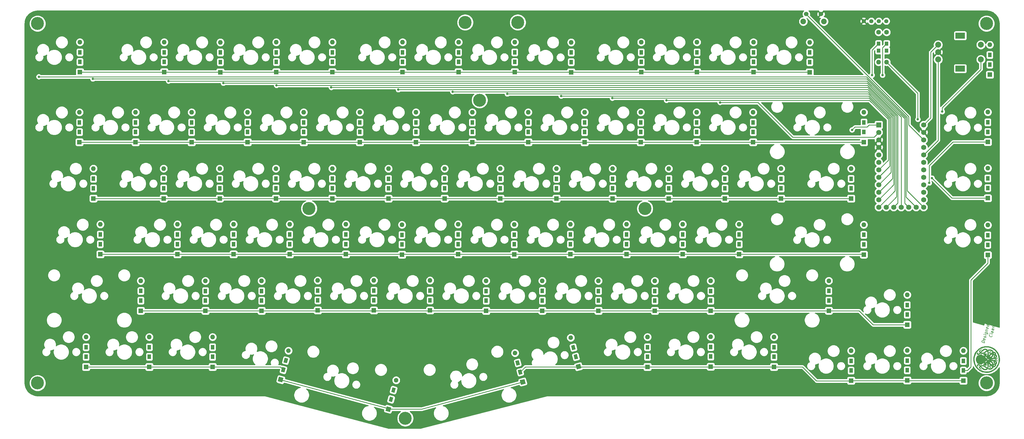
<source format=gbr>
%TF.GenerationSoftware,KiCad,Pcbnew,(5.1.6)-1*%
%TF.CreationDate,2021-09-12T01:22:43+02:00*%
%TF.ProjectId,Kanagawa,4b616e61-6761-4776-912e-6b696361645f,rev?*%
%TF.SameCoordinates,Original*%
%TF.FileFunction,Copper,L1,Top*%
%TF.FilePolarity,Positive*%
%FSLAX46Y46*%
G04 Gerber Fmt 4.6, Leading zero omitted, Abs format (unit mm)*
G04 Created by KiCad (PCBNEW (5.1.6)-1) date 2021-09-12 01:22:44*
%MOMM*%
%LPD*%
G01*
G04 APERTURE LIST*
%ADD10C,0.150000*%
%TA.AperFunction,EtchedComponent*%
%ADD11C,0.010000*%
%TD*%
%TA.AperFunction,ComponentPad*%
%ADD12C,0.700000*%
%TD*%
%TA.AperFunction,ComponentPad*%
%ADD13C,4.400000*%
%TD*%
%TA.AperFunction,ComponentPad*%
%ADD14C,1.752600*%
%TD*%
%TA.AperFunction,ComponentPad*%
%ADD15R,1.752600X1.752600*%
%TD*%
%TA.AperFunction,ComponentPad*%
%ADD16C,2.000000*%
%TD*%
%TA.AperFunction,ComponentPad*%
%ADD17R,3.200000X2.000000*%
%TD*%
%TA.AperFunction,ComponentPad*%
%ADD18R,1.200000X1.600000*%
%TD*%
%TA.AperFunction,ComponentPad*%
%ADD19O,1.600000X1.600000*%
%TD*%
%TA.AperFunction,ComponentPad*%
%ADD20R,1.600000X1.600000*%
%TD*%
%TA.AperFunction,ComponentPad*%
%ADD21C,0.100000*%
%TD*%
%TA.AperFunction,ComponentPad*%
%ADD22R,1.200000X1.400000*%
%TD*%
%TA.AperFunction,ComponentPad*%
%ADD23C,1.600000*%
%TD*%
%TA.AperFunction,ComponentPad*%
%ADD24C,1.397000*%
%TD*%
%TA.AperFunction,ComponentPad*%
%ADD25C,1.524000*%
%TD*%
%TA.AperFunction,ComponentPad*%
%ADD26C,1.900000*%
%TD*%
%TA.AperFunction,ViaPad*%
%ADD27C,0.800000*%
%TD*%
%TA.AperFunction,Conductor*%
%ADD28C,0.254000*%
%TD*%
G04 APERTURE END LIST*
%TO.C,LogoMiddle*%
D10*
X382179539Y-191631341D02*
X381245965Y-191251781D01*
X381307589Y-191021799D01*
X381389019Y-190901884D01*
X381502580Y-190846039D01*
X381603817Y-190836192D01*
X381793965Y-190862492D01*
X381927332Y-190916715D01*
X382092831Y-191035009D01*
X382169418Y-191117154D01*
X382233681Y-191245295D01*
X382241162Y-191401359D01*
X382179539Y-191631341D01*
X382492500Y-190279369D02*
X382512306Y-190389436D01*
X382463007Y-190573422D01*
X382393902Y-190647341D01*
X382292665Y-190657189D01*
X381937018Y-190512595D01*
X381860431Y-190430450D01*
X381840625Y-190320382D01*
X381889924Y-190136397D01*
X381959029Y-190062478D01*
X382060266Y-190052630D01*
X382149177Y-190088779D01*
X382114842Y-190584892D01*
X382603422Y-189865401D02*
X382672527Y-189791482D01*
X382721826Y-189607497D01*
X382702020Y-189497429D01*
X382625433Y-189415284D01*
X382580977Y-189397210D01*
X382479740Y-189407058D01*
X382410635Y-189480977D01*
X382373661Y-189618966D01*
X382304556Y-189692885D01*
X382203319Y-189702733D01*
X382158863Y-189684658D01*
X382082276Y-189602513D01*
X382062470Y-189492446D01*
X382099444Y-189354457D01*
X382168549Y-189280538D01*
X382869723Y-189055539D02*
X382247341Y-188802499D01*
X381936149Y-188675979D02*
X381968281Y-188740050D01*
X382025061Y-188712128D01*
X381992930Y-188648057D01*
X381936149Y-188675979D01*
X382025061Y-188712128D01*
X382481510Y-187928566D02*
X383237260Y-188235829D01*
X383313847Y-188317974D01*
X383345978Y-188382045D01*
X383365785Y-188492112D01*
X383328811Y-188630101D01*
X383259705Y-188704020D01*
X383059437Y-188163532D02*
X383079243Y-188273599D01*
X383029944Y-188457585D01*
X382960839Y-188531503D01*
X382904058Y-188559426D01*
X382802822Y-188569274D01*
X382536086Y-188460828D01*
X382459499Y-188378683D01*
X382427368Y-188314612D01*
X382407562Y-188204545D01*
X382456861Y-188020559D01*
X382525966Y-187946640D01*
X382604757Y-187468601D02*
X383227140Y-187721641D01*
X382693669Y-187504750D02*
X382661538Y-187440679D01*
X382641731Y-187330612D01*
X382678706Y-187192623D01*
X382747811Y-187118704D01*
X382849047Y-187108856D01*
X383338062Y-187307673D01*
X383515451Y-186461662D02*
X383535258Y-186571730D01*
X383485959Y-186755715D01*
X383416853Y-186829634D01*
X383315617Y-186839482D01*
X382959970Y-186694888D01*
X382883383Y-186612743D01*
X382863576Y-186502676D01*
X382912875Y-186318690D01*
X382981981Y-186244771D01*
X383083217Y-186234923D01*
X383172129Y-186271072D01*
X383137793Y-186767185D01*
X383794077Y-185605804D02*
X382860503Y-185226244D01*
X383749621Y-185587730D02*
X383769427Y-185697797D01*
X383720128Y-185881783D01*
X383651023Y-185955701D01*
X383594242Y-185983623D01*
X383493006Y-185993471D01*
X383226271Y-185885026D01*
X383149684Y-185802881D01*
X383117552Y-185738810D01*
X383097746Y-185628743D01*
X383147045Y-185444757D01*
X383216150Y-185370838D01*
X384114519Y-184409896D02*
X383180946Y-184030336D01*
X383536593Y-184174930D02*
X383516786Y-184064863D01*
X383566085Y-183880877D01*
X383635190Y-183806958D01*
X383691971Y-183779036D01*
X383793208Y-183769188D01*
X384059943Y-183877634D01*
X384136530Y-183959779D01*
X384168661Y-184023850D01*
X384188467Y-184133917D01*
X384139169Y-184317903D01*
X384070063Y-184391821D01*
X383701657Y-183374916D02*
X384385663Y-183397973D01*
X383824904Y-182914951D02*
X384385663Y-183397973D01*
X384583293Y-183580338D01*
X384615424Y-183644408D01*
X384635231Y-183754476D01*
X384762324Y-189088385D02*
X384794455Y-189152456D01*
X384801937Y-189308519D01*
X384777287Y-189400512D01*
X384695857Y-189520428D01*
X384582296Y-189576272D01*
X384481060Y-189586120D01*
X384290912Y-189559819D01*
X384157544Y-189505596D01*
X383992045Y-189387303D01*
X383915458Y-189305158D01*
X383851196Y-189177016D01*
X383843714Y-189020953D01*
X383868363Y-188928960D01*
X383949793Y-188809045D01*
X384006574Y-188781122D01*
X384962158Y-188710565D02*
X384339776Y-188457526D01*
X384028585Y-188331006D02*
X384060716Y-188395076D01*
X384117497Y-188367154D01*
X384085365Y-188303083D01*
X384028585Y-188331006D01*
X384117497Y-188367154D01*
X385196328Y-187836632D02*
X384707313Y-187637815D01*
X384606077Y-187647663D01*
X384536971Y-187721582D01*
X384487672Y-187905568D01*
X384507479Y-188015635D01*
X385151872Y-187818558D02*
X385171678Y-187928625D01*
X385110055Y-188158608D01*
X385040949Y-188232526D01*
X384939713Y-188242374D01*
X384850801Y-188206226D01*
X384774214Y-188124081D01*
X384754408Y-188014014D01*
X384816031Y-187784031D01*
X384796225Y-187673964D01*
X385430497Y-186962700D02*
X384941483Y-186763883D01*
X384840246Y-186773730D01*
X384771141Y-186847649D01*
X384721842Y-187031635D01*
X384741649Y-187141702D01*
X385386042Y-186944625D02*
X385405848Y-187054693D01*
X385344224Y-187284675D01*
X385275119Y-187358594D01*
X385173883Y-187368441D01*
X385084971Y-187332293D01*
X385008384Y-187250148D01*
X384988577Y-187140081D01*
X385050201Y-186910098D01*
X385030395Y-186800031D01*
X384931362Y-186249695D02*
X385553745Y-186502735D01*
X385020274Y-186285844D02*
X384988143Y-186221773D01*
X384968336Y-186111706D01*
X385005311Y-185973716D01*
X385074416Y-185899798D01*
X385175652Y-185889950D01*
X385664667Y-186088767D01*
X385787914Y-185628802D02*
X384854341Y-185249242D01*
X385898837Y-185214834D02*
X385409822Y-185016017D01*
X385308586Y-185025865D01*
X385239480Y-185099783D01*
X385202506Y-185237773D01*
X385222312Y-185347840D01*
X385254444Y-185411911D01*
D11*
G36*
X378439081Y-196706806D02*
G01*
X378498319Y-196333358D01*
X378565549Y-196045550D01*
X378649703Y-195773905D01*
X378756961Y-195500808D01*
X378891483Y-195212700D01*
X379124854Y-194799433D01*
X379397134Y-194417419D01*
X379705706Y-194068648D01*
X380047954Y-193755110D01*
X380421263Y-193478793D01*
X380823018Y-193241687D01*
X381250602Y-193045781D01*
X381701400Y-192893063D01*
X382053597Y-192807976D01*
X382161643Y-192787534D01*
X382261238Y-192772410D01*
X382363195Y-192761855D01*
X382478329Y-192755121D01*
X382617451Y-192751460D01*
X382791374Y-192750123D01*
X382890000Y-192750086D01*
X383137584Y-192752556D01*
X383346684Y-192760465D01*
X383529474Y-192775473D01*
X383698128Y-192799240D01*
X383864820Y-192833425D01*
X384041725Y-192879687D01*
X384210059Y-192930007D01*
X384652129Y-193089924D01*
X385060227Y-193285258D01*
X385439764Y-193519340D01*
X385796152Y-193795500D01*
X386129079Y-194111118D01*
X386431445Y-194453684D01*
X386689132Y-194808818D01*
X386905115Y-195182292D01*
X387082367Y-195579875D01*
X387223863Y-196007339D01*
X387325004Y-196431900D01*
X387343822Y-196559228D01*
X387358621Y-196725014D01*
X387369207Y-196917062D01*
X387375384Y-197123173D01*
X387376960Y-197331150D01*
X387373738Y-197528796D01*
X387365525Y-197703914D01*
X387352126Y-197844305D01*
X387347972Y-197872370D01*
X387245509Y-198354370D01*
X387099194Y-198813415D01*
X386910073Y-199247604D01*
X386679192Y-199655035D01*
X386407597Y-200033807D01*
X386096333Y-200382017D01*
X385834546Y-200624483D01*
X385453609Y-200917477D01*
X385050761Y-201165983D01*
X384629173Y-201369238D01*
X384192017Y-201526482D01*
X383742464Y-201636952D01*
X383283688Y-201699887D01*
X382956041Y-201710205D01*
X382956041Y-201343999D01*
X383216939Y-201335327D01*
X383462465Y-201315181D01*
X383677526Y-201283814D01*
X383728200Y-201273501D01*
X384174168Y-201151081D01*
X384596919Y-200985440D01*
X384994073Y-200779109D01*
X385363250Y-200534617D01*
X385702072Y-200254493D01*
X386008157Y-199941266D01*
X386279127Y-199597466D01*
X386512603Y-199225622D01*
X386706205Y-198828263D01*
X386857553Y-198407919D01*
X386964268Y-197967119D01*
X386991132Y-197805069D01*
X387010087Y-197631295D01*
X387021989Y-197428511D01*
X387026631Y-197214077D01*
X387023805Y-197005355D01*
X387013303Y-196819705D01*
X387003979Y-196732188D01*
X386919252Y-196276000D01*
X386789055Y-195839080D01*
X386615296Y-195424105D01*
X386399882Y-195033755D01*
X386144719Y-194670708D01*
X385851714Y-194337643D01*
X385522774Y-194037238D01*
X385159806Y-193772173D01*
X384764717Y-193545124D01*
X384718800Y-193522301D01*
X384291398Y-193340124D01*
X383856469Y-193208099D01*
X383415019Y-193126339D01*
X382968056Y-193094959D01*
X382516589Y-193114073D01*
X382061624Y-193183795D01*
X381950200Y-193208500D01*
X381525674Y-193333729D01*
X381119880Y-193503765D01*
X380735995Y-193715451D01*
X380377196Y-193965630D01*
X380046658Y-194251146D01*
X379747558Y-194568842D01*
X379483073Y-194915561D01*
X379256379Y-195288145D01*
X379070652Y-195683438D01*
X378929070Y-196098284D01*
X378889964Y-196249915D01*
X378829041Y-196548383D01*
X378792648Y-196833011D01*
X378778789Y-197125219D01*
X378783211Y-197395001D01*
X378825782Y-197845334D01*
X378915272Y-198280775D01*
X379049284Y-198698607D01*
X379225420Y-199096117D01*
X379441280Y-199470590D01*
X379694465Y-199819310D01*
X379982578Y-200139563D01*
X380303220Y-200428635D01*
X380653992Y-200683809D01*
X381032496Y-200902372D01*
X381436332Y-201081608D01*
X381863104Y-201218802D01*
X382232055Y-201298635D01*
X382448505Y-201325907D01*
X382694865Y-201340943D01*
X382956041Y-201343999D01*
X382956041Y-201710205D01*
X382818860Y-201714526D01*
X382351150Y-201680108D01*
X381883733Y-201595871D01*
X381835900Y-201584376D01*
X381587176Y-201517897D01*
X381367215Y-201446158D01*
X381154058Y-201361129D01*
X380925742Y-201254779D01*
X380901066Y-201242580D01*
X380489772Y-201010892D01*
X380110726Y-200741919D01*
X379765498Y-200438868D01*
X379455655Y-200104943D01*
X379182767Y-199743352D01*
X378948403Y-199357299D01*
X378754131Y-198949990D01*
X378601522Y-198524630D01*
X378492143Y-198084427D01*
X378427564Y-197632584D01*
X378409354Y-197172309D01*
X378439081Y-196706806D01*
G37*
X378439081Y-196706806D02*
X378498319Y-196333358D01*
X378565549Y-196045550D01*
X378649703Y-195773905D01*
X378756961Y-195500808D01*
X378891483Y-195212700D01*
X379124854Y-194799433D01*
X379397134Y-194417419D01*
X379705706Y-194068648D01*
X380047954Y-193755110D01*
X380421263Y-193478793D01*
X380823018Y-193241687D01*
X381250602Y-193045781D01*
X381701400Y-192893063D01*
X382053597Y-192807976D01*
X382161643Y-192787534D01*
X382261238Y-192772410D01*
X382363195Y-192761855D01*
X382478329Y-192755121D01*
X382617451Y-192751460D01*
X382791374Y-192750123D01*
X382890000Y-192750086D01*
X383137584Y-192752556D01*
X383346684Y-192760465D01*
X383529474Y-192775473D01*
X383698128Y-192799240D01*
X383864820Y-192833425D01*
X384041725Y-192879687D01*
X384210059Y-192930007D01*
X384652129Y-193089924D01*
X385060227Y-193285258D01*
X385439764Y-193519340D01*
X385796152Y-193795500D01*
X386129079Y-194111118D01*
X386431445Y-194453684D01*
X386689132Y-194808818D01*
X386905115Y-195182292D01*
X387082367Y-195579875D01*
X387223863Y-196007339D01*
X387325004Y-196431900D01*
X387343822Y-196559228D01*
X387358621Y-196725014D01*
X387369207Y-196917062D01*
X387375384Y-197123173D01*
X387376960Y-197331150D01*
X387373738Y-197528796D01*
X387365525Y-197703914D01*
X387352126Y-197844305D01*
X387347972Y-197872370D01*
X387245509Y-198354370D01*
X387099194Y-198813415D01*
X386910073Y-199247604D01*
X386679192Y-199655035D01*
X386407597Y-200033807D01*
X386096333Y-200382017D01*
X385834546Y-200624483D01*
X385453609Y-200917477D01*
X385050761Y-201165983D01*
X384629173Y-201369238D01*
X384192017Y-201526482D01*
X383742464Y-201636952D01*
X383283688Y-201699887D01*
X382956041Y-201710205D01*
X382956041Y-201343999D01*
X383216939Y-201335327D01*
X383462465Y-201315181D01*
X383677526Y-201283814D01*
X383728200Y-201273501D01*
X384174168Y-201151081D01*
X384596919Y-200985440D01*
X384994073Y-200779109D01*
X385363250Y-200534617D01*
X385702072Y-200254493D01*
X386008157Y-199941266D01*
X386279127Y-199597466D01*
X386512603Y-199225622D01*
X386706205Y-198828263D01*
X386857553Y-198407919D01*
X386964268Y-197967119D01*
X386991132Y-197805069D01*
X387010087Y-197631295D01*
X387021989Y-197428511D01*
X387026631Y-197214077D01*
X387023805Y-197005355D01*
X387013303Y-196819705D01*
X387003979Y-196732188D01*
X386919252Y-196276000D01*
X386789055Y-195839080D01*
X386615296Y-195424105D01*
X386399882Y-195033755D01*
X386144719Y-194670708D01*
X385851714Y-194337643D01*
X385522774Y-194037238D01*
X385159806Y-193772173D01*
X384764717Y-193545124D01*
X384718800Y-193522301D01*
X384291398Y-193340124D01*
X383856469Y-193208099D01*
X383415019Y-193126339D01*
X382968056Y-193094959D01*
X382516589Y-193114073D01*
X382061624Y-193183795D01*
X381950200Y-193208500D01*
X381525674Y-193333729D01*
X381119880Y-193503765D01*
X380735995Y-193715451D01*
X380377196Y-193965630D01*
X380046658Y-194251146D01*
X379747558Y-194568842D01*
X379483073Y-194915561D01*
X379256379Y-195288145D01*
X379070652Y-195683438D01*
X378929070Y-196098284D01*
X378889964Y-196249915D01*
X378829041Y-196548383D01*
X378792648Y-196833011D01*
X378778789Y-197125219D01*
X378783211Y-197395001D01*
X378825782Y-197845334D01*
X378915272Y-198280775D01*
X379049284Y-198698607D01*
X379225420Y-199096117D01*
X379441280Y-199470590D01*
X379694465Y-199819310D01*
X379982578Y-200139563D01*
X380303220Y-200428635D01*
X380653992Y-200683809D01*
X381032496Y-200902372D01*
X381436332Y-201081608D01*
X381863104Y-201218802D01*
X382232055Y-201298635D01*
X382448505Y-201325907D01*
X382694865Y-201340943D01*
X382956041Y-201343999D01*
X382956041Y-201710205D01*
X382818860Y-201714526D01*
X382351150Y-201680108D01*
X381883733Y-201595871D01*
X381835900Y-201584376D01*
X381587176Y-201517897D01*
X381367215Y-201446158D01*
X381154058Y-201361129D01*
X380925742Y-201254779D01*
X380901066Y-201242580D01*
X380489772Y-201010892D01*
X380110726Y-200741919D01*
X379765498Y-200438868D01*
X379455655Y-200104943D01*
X379182767Y-199743352D01*
X378948403Y-199357299D01*
X378754131Y-198949990D01*
X378601522Y-198524630D01*
X378492143Y-198084427D01*
X378427564Y-197632584D01*
X378409354Y-197172309D01*
X378439081Y-196706806D01*
G36*
X385655360Y-197391868D02*
G01*
X385708991Y-197364728D01*
X385788452Y-197339438D01*
X385881407Y-197319662D01*
X385975518Y-197309064D01*
X386006869Y-197308200D01*
X386158349Y-197330038D01*
X386305653Y-197390086D01*
X386432687Y-197480151D01*
X386504315Y-197561502D01*
X386532134Y-197620140D01*
X386545884Y-197684944D01*
X386544136Y-197738888D01*
X386525461Y-197764947D01*
X386521423Y-197765400D01*
X386490421Y-197747752D01*
X386441764Y-197703026D01*
X386416053Y-197675203D01*
X386333432Y-197594205D01*
X386247989Y-197543826D01*
X386144079Y-197517694D01*
X386009111Y-197509468D01*
X385879733Y-197501776D01*
X385768807Y-197483208D01*
X385686474Y-197456299D01*
X385642875Y-197423582D01*
X385639897Y-197417192D01*
X385655360Y-197391868D01*
G37*
X385655360Y-197391868D02*
X385708991Y-197364728D01*
X385788452Y-197339438D01*
X385881407Y-197319662D01*
X385975518Y-197309064D01*
X386006869Y-197308200D01*
X386158349Y-197330038D01*
X386305653Y-197390086D01*
X386432687Y-197480151D01*
X386504315Y-197561502D01*
X386532134Y-197620140D01*
X386545884Y-197684944D01*
X386544136Y-197738888D01*
X386525461Y-197764947D01*
X386521423Y-197765400D01*
X386490421Y-197747752D01*
X386441764Y-197703026D01*
X386416053Y-197675203D01*
X386333432Y-197594205D01*
X386247989Y-197543826D01*
X386144079Y-197517694D01*
X386009111Y-197509468D01*
X385879733Y-197501776D01*
X385768807Y-197483208D01*
X385686474Y-197456299D01*
X385642875Y-197423582D01*
X385639897Y-197417192D01*
X385655360Y-197391868D01*
G36*
X385285883Y-196367659D02*
G01*
X385302257Y-196294788D01*
X385327989Y-196230327D01*
X385372204Y-196142354D01*
X385426791Y-196044769D01*
X385483640Y-195951475D01*
X385534638Y-195876372D01*
X385571306Y-195833668D01*
X385606173Y-195819739D01*
X385661779Y-195826809D01*
X385734329Y-195849998D01*
X385805418Y-195878972D01*
X385851691Y-195904377D01*
X385861800Y-195915771D01*
X385849378Y-195945572D01*
X385816505Y-196006321D01*
X385769774Y-196085963D01*
X385759814Y-196102331D01*
X385669521Y-196272858D01*
X385622581Y-196421772D01*
X385618976Y-196553911D01*
X385658688Y-196674111D01*
X385741699Y-196787209D01*
X385757211Y-196803189D01*
X385879301Y-196897800D01*
X386005708Y-196941800D01*
X386136393Y-196935192D01*
X386271313Y-196877978D01*
X386410429Y-196770160D01*
X386411703Y-196768957D01*
X386547600Y-196640432D01*
X386547600Y-196729260D01*
X386531793Y-196814745D01*
X386492363Y-196900253D01*
X386489642Y-196904394D01*
X386432956Y-196966936D01*
X386352694Y-197030677D01*
X386305492Y-197059957D01*
X386220425Y-197100435D01*
X386138563Y-197121723D01*
X386036383Y-197129205D01*
X386001500Y-197129559D01*
X385817527Y-197108426D01*
X385652562Y-197048219D01*
X385511546Y-196954839D01*
X385399426Y-196834190D01*
X385321146Y-196692176D01*
X385281650Y-196534698D01*
X385285883Y-196367659D01*
G37*
X385285883Y-196367659D02*
X385302257Y-196294788D01*
X385327989Y-196230327D01*
X385372204Y-196142354D01*
X385426791Y-196044769D01*
X385483640Y-195951475D01*
X385534638Y-195876372D01*
X385571306Y-195833668D01*
X385606173Y-195819739D01*
X385661779Y-195826809D01*
X385734329Y-195849998D01*
X385805418Y-195878972D01*
X385851691Y-195904377D01*
X385861800Y-195915771D01*
X385849378Y-195945572D01*
X385816505Y-196006321D01*
X385769774Y-196085963D01*
X385759814Y-196102331D01*
X385669521Y-196272858D01*
X385622581Y-196421772D01*
X385618976Y-196553911D01*
X385658688Y-196674111D01*
X385741699Y-196787209D01*
X385757211Y-196803189D01*
X385879301Y-196897800D01*
X386005708Y-196941800D01*
X386136393Y-196935192D01*
X386271313Y-196877978D01*
X386410429Y-196770160D01*
X386411703Y-196768957D01*
X386547600Y-196640432D01*
X386547600Y-196729260D01*
X386531793Y-196814745D01*
X386492363Y-196900253D01*
X386489642Y-196904394D01*
X386432956Y-196966936D01*
X386352694Y-197030677D01*
X386305492Y-197059957D01*
X386220425Y-197100435D01*
X386138563Y-197121723D01*
X386036383Y-197129205D01*
X386001500Y-197129559D01*
X385817527Y-197108426D01*
X385652562Y-197048219D01*
X385511546Y-196954839D01*
X385399426Y-196834190D01*
X385321146Y-196692176D01*
X385281650Y-196534698D01*
X385285883Y-196367659D01*
G36*
X380877453Y-199697882D02*
G01*
X380926426Y-199652411D01*
X380951659Y-199633989D01*
X381045318Y-199570346D01*
X381402509Y-199919791D01*
X381580780Y-200089544D01*
X381733074Y-200223481D01*
X381865073Y-200325517D01*
X381982458Y-200399566D01*
X382090909Y-200449542D01*
X382196109Y-200479359D01*
X382221301Y-200483917D01*
X382439748Y-200497979D01*
X382636707Y-200467281D01*
X382810001Y-200394049D01*
X382957455Y-200280509D01*
X383076892Y-200128887D01*
X383166136Y-199941408D01*
X383223012Y-199720298D01*
X383245344Y-199467784D01*
X383245600Y-199436120D01*
X383237943Y-199246201D01*
X383216407Y-199062387D01*
X383183138Y-198892778D01*
X383140288Y-198745474D01*
X383090003Y-198628576D01*
X383034432Y-198550185D01*
X383004592Y-198527557D01*
X382919682Y-198504350D01*
X382846940Y-198524426D01*
X382794243Y-198580449D01*
X382769469Y-198665081D01*
X382773860Y-198742428D01*
X382798673Y-198806734D01*
X382844038Y-198877362D01*
X382897984Y-198939530D01*
X382948537Y-198978452D01*
X382969967Y-198984600D01*
X382996113Y-198995583D01*
X382985159Y-199024632D01*
X382944826Y-199065898D01*
X382882832Y-199113532D01*
X382806897Y-199161686D01*
X382724739Y-199204510D01*
X382644079Y-199236156D01*
X382633975Y-199239181D01*
X382519305Y-199258604D01*
X382381533Y-199262675D01*
X382244428Y-199252007D01*
X382131760Y-199227211D01*
X382128799Y-199226183D01*
X382067556Y-199196903D01*
X381988244Y-199148677D01*
X381901652Y-199089475D01*
X381818568Y-199027262D01*
X381749783Y-198970009D01*
X381706084Y-198925682D01*
X381696200Y-198906697D01*
X381717981Y-198885583D01*
X381766050Y-198869023D01*
X381929025Y-198822247D01*
X382043355Y-198761938D01*
X382109440Y-198687811D01*
X382128000Y-198610649D01*
X382132688Y-198569783D01*
X382154429Y-198555570D01*
X382204734Y-198565280D01*
X382252506Y-198581137D01*
X382320141Y-198598573D01*
X382345906Y-198592838D01*
X382326986Y-198568514D01*
X382278354Y-198539043D01*
X382174169Y-198506608D01*
X382045866Y-198497672D01*
X381914682Y-198512852D01*
X381862509Y-198527001D01*
X381799832Y-198543826D01*
X381760593Y-198547189D01*
X381756511Y-198545379D01*
X381767875Y-198523568D01*
X381812634Y-198478023D01*
X381883087Y-198414873D01*
X381971535Y-198340244D01*
X382070276Y-198260265D01*
X382171609Y-198181063D01*
X382267834Y-198108767D01*
X382351249Y-198049504D01*
X382414153Y-198009401D01*
X382448702Y-197994589D01*
X382460759Y-198014394D01*
X382447269Y-198075872D01*
X382436709Y-198106891D01*
X382416146Y-198176774D01*
X382410084Y-198225854D01*
X382413484Y-198237151D01*
X382449383Y-198242920D01*
X382515531Y-198232413D01*
X382595819Y-198210128D01*
X382674135Y-198180561D01*
X382734370Y-198148209D01*
X382735802Y-198147190D01*
X382772157Y-198107144D01*
X382824084Y-198031878D01*
X382884904Y-197931837D01*
X382947935Y-197817469D01*
X382953500Y-197806807D01*
X383105900Y-197513410D01*
X383383178Y-197409563D01*
X383582720Y-197341939D01*
X383766131Y-197297211D01*
X383949365Y-197273355D01*
X384148377Y-197268348D01*
X384379122Y-197280167D01*
X384394126Y-197281351D01*
X384612988Y-197302916D01*
X384845841Y-197332827D01*
X385076529Y-197368576D01*
X385288895Y-197407660D01*
X385466783Y-197447572D01*
X385468100Y-197447908D01*
X385652761Y-197509565D01*
X385835466Y-197596992D01*
X386006322Y-197703340D01*
X386155435Y-197821761D01*
X386272913Y-197945407D01*
X386342203Y-198052963D01*
X386376599Y-198161796D01*
X386392959Y-198295439D01*
X386389855Y-198430692D01*
X386371467Y-198527565D01*
X386315623Y-198660585D01*
X386240290Y-198768141D01*
X386199963Y-198805988D01*
X386130712Y-198860461D01*
X386056611Y-198713917D01*
X386016484Y-198629234D01*
X385998823Y-198571671D01*
X386000268Y-198524604D01*
X386011055Y-198488433D01*
X386036618Y-198384048D01*
X386027245Y-198289998D01*
X385989861Y-198199282D01*
X385889149Y-198057435D01*
X385743519Y-197937496D01*
X385554073Y-197839858D01*
X385321912Y-197764911D01*
X385048136Y-197713049D01*
X384733846Y-197684662D01*
X384528300Y-197679074D01*
X384121900Y-197676500D01*
X383953684Y-197758804D01*
X383850473Y-197817213D01*
X383749272Y-197887333D01*
X383680634Y-197945943D01*
X383627647Y-198000788D01*
X383596415Y-198044685D01*
X383581171Y-198094037D01*
X383576148Y-198165244D01*
X383575618Y-198244639D01*
X383577543Y-198341886D01*
X383582949Y-198474294D01*
X383591071Y-198626401D01*
X383601149Y-198782748D01*
X383604360Y-198827101D01*
X383617739Y-199200022D01*
X383599234Y-199534437D01*
X383548542Y-199831626D01*
X383465363Y-200092872D01*
X383349396Y-200319455D01*
X383210807Y-200501342D01*
X383040973Y-200651487D01*
X382846687Y-200757147D01*
X382628202Y-200818225D01*
X382385771Y-200834622D01*
X382347620Y-200833235D01*
X382139031Y-200807656D01*
X381942455Y-200749799D01*
X381750914Y-200656065D01*
X381557429Y-200522857D01*
X381355020Y-200346577D01*
X381299917Y-200293092D01*
X381196310Y-200185862D01*
X381096512Y-200074098D01*
X381006685Y-199965624D01*
X380932989Y-199868261D01*
X380881586Y-199789830D01*
X380858635Y-199738156D01*
X380858000Y-199732022D01*
X380877453Y-199697882D01*
G37*
X380877453Y-199697882D02*
X380926426Y-199652411D01*
X380951659Y-199633989D01*
X381045318Y-199570346D01*
X381402509Y-199919791D01*
X381580780Y-200089544D01*
X381733074Y-200223481D01*
X381865073Y-200325517D01*
X381982458Y-200399566D01*
X382090909Y-200449542D01*
X382196109Y-200479359D01*
X382221301Y-200483917D01*
X382439748Y-200497979D01*
X382636707Y-200467281D01*
X382810001Y-200394049D01*
X382957455Y-200280509D01*
X383076892Y-200128887D01*
X383166136Y-199941408D01*
X383223012Y-199720298D01*
X383245344Y-199467784D01*
X383245600Y-199436120D01*
X383237943Y-199246201D01*
X383216407Y-199062387D01*
X383183138Y-198892778D01*
X383140288Y-198745474D01*
X383090003Y-198628576D01*
X383034432Y-198550185D01*
X383004592Y-198527557D01*
X382919682Y-198504350D01*
X382846940Y-198524426D01*
X382794243Y-198580449D01*
X382769469Y-198665081D01*
X382773860Y-198742428D01*
X382798673Y-198806734D01*
X382844038Y-198877362D01*
X382897984Y-198939530D01*
X382948537Y-198978452D01*
X382969967Y-198984600D01*
X382996113Y-198995583D01*
X382985159Y-199024632D01*
X382944826Y-199065898D01*
X382882832Y-199113532D01*
X382806897Y-199161686D01*
X382724739Y-199204510D01*
X382644079Y-199236156D01*
X382633975Y-199239181D01*
X382519305Y-199258604D01*
X382381533Y-199262675D01*
X382244428Y-199252007D01*
X382131760Y-199227211D01*
X382128799Y-199226183D01*
X382067556Y-199196903D01*
X381988244Y-199148677D01*
X381901652Y-199089475D01*
X381818568Y-199027262D01*
X381749783Y-198970009D01*
X381706084Y-198925682D01*
X381696200Y-198906697D01*
X381717981Y-198885583D01*
X381766050Y-198869023D01*
X381929025Y-198822247D01*
X382043355Y-198761938D01*
X382109440Y-198687811D01*
X382128000Y-198610649D01*
X382132688Y-198569783D01*
X382154429Y-198555570D01*
X382204734Y-198565280D01*
X382252506Y-198581137D01*
X382320141Y-198598573D01*
X382345906Y-198592838D01*
X382326986Y-198568514D01*
X382278354Y-198539043D01*
X382174169Y-198506608D01*
X382045866Y-198497672D01*
X381914682Y-198512852D01*
X381862509Y-198527001D01*
X381799832Y-198543826D01*
X381760593Y-198547189D01*
X381756511Y-198545379D01*
X381767875Y-198523568D01*
X381812634Y-198478023D01*
X381883087Y-198414873D01*
X381971535Y-198340244D01*
X382070276Y-198260265D01*
X382171609Y-198181063D01*
X382267834Y-198108767D01*
X382351249Y-198049504D01*
X382414153Y-198009401D01*
X382448702Y-197994589D01*
X382460759Y-198014394D01*
X382447269Y-198075872D01*
X382436709Y-198106891D01*
X382416146Y-198176774D01*
X382410084Y-198225854D01*
X382413484Y-198237151D01*
X382449383Y-198242920D01*
X382515531Y-198232413D01*
X382595819Y-198210128D01*
X382674135Y-198180561D01*
X382734370Y-198148209D01*
X382735802Y-198147190D01*
X382772157Y-198107144D01*
X382824084Y-198031878D01*
X382884904Y-197931837D01*
X382947935Y-197817469D01*
X382953500Y-197806807D01*
X383105900Y-197513410D01*
X383383178Y-197409563D01*
X383582720Y-197341939D01*
X383766131Y-197297211D01*
X383949365Y-197273355D01*
X384148377Y-197268348D01*
X384379122Y-197280167D01*
X384394126Y-197281351D01*
X384612988Y-197302916D01*
X384845841Y-197332827D01*
X385076529Y-197368576D01*
X385288895Y-197407660D01*
X385466783Y-197447572D01*
X385468100Y-197447908D01*
X385652761Y-197509565D01*
X385835466Y-197596992D01*
X386006322Y-197703340D01*
X386155435Y-197821761D01*
X386272913Y-197945407D01*
X386342203Y-198052963D01*
X386376599Y-198161796D01*
X386392959Y-198295439D01*
X386389855Y-198430692D01*
X386371467Y-198527565D01*
X386315623Y-198660585D01*
X386240290Y-198768141D01*
X386199963Y-198805988D01*
X386130712Y-198860461D01*
X386056611Y-198713917D01*
X386016484Y-198629234D01*
X385998823Y-198571671D01*
X386000268Y-198524604D01*
X386011055Y-198488433D01*
X386036618Y-198384048D01*
X386027245Y-198289998D01*
X385989861Y-198199282D01*
X385889149Y-198057435D01*
X385743519Y-197937496D01*
X385554073Y-197839858D01*
X385321912Y-197764911D01*
X385048136Y-197713049D01*
X384733846Y-197684662D01*
X384528300Y-197679074D01*
X384121900Y-197676500D01*
X383953684Y-197758804D01*
X383850473Y-197817213D01*
X383749272Y-197887333D01*
X383680634Y-197945943D01*
X383627647Y-198000788D01*
X383596415Y-198044685D01*
X383581171Y-198094037D01*
X383576148Y-198165244D01*
X383575618Y-198244639D01*
X383577543Y-198341886D01*
X383582949Y-198474294D01*
X383591071Y-198626401D01*
X383601149Y-198782748D01*
X383604360Y-198827101D01*
X383617739Y-199200022D01*
X383599234Y-199534437D01*
X383548542Y-199831626D01*
X383465363Y-200092872D01*
X383349396Y-200319455D01*
X383210807Y-200501342D01*
X383040973Y-200651487D01*
X382846687Y-200757147D01*
X382628202Y-200818225D01*
X382385771Y-200834622D01*
X382347620Y-200833235D01*
X382139031Y-200807656D01*
X381942455Y-200749799D01*
X381750914Y-200656065D01*
X381557429Y-200522857D01*
X381355020Y-200346577D01*
X381299917Y-200293092D01*
X381196310Y-200185862D01*
X381096512Y-200074098D01*
X381006685Y-199965624D01*
X380932989Y-199868261D01*
X380881586Y-199789830D01*
X380858635Y-199738156D01*
X380858000Y-199732022D01*
X380877453Y-199697882D01*
G36*
X385337692Y-195538373D02*
G01*
X385361304Y-195454969D01*
X385394244Y-195397104D01*
X385427936Y-195377800D01*
X385496091Y-195386078D01*
X385597287Y-195408104D01*
X385717043Y-195439667D01*
X385840881Y-195476556D01*
X385954322Y-195514560D01*
X386042887Y-195549467D01*
X386077076Y-195566592D01*
X386220495Y-195674724D01*
X386318732Y-195804016D01*
X386367265Y-195935848D01*
X386392410Y-196120494D01*
X386381242Y-196276500D01*
X386346156Y-196385054D01*
X386305705Y-196451108D01*
X386240549Y-196533647D01*
X386161197Y-196621760D01*
X386078155Y-196704533D01*
X386001929Y-196771054D01*
X385943027Y-196810411D01*
X385932550Y-196814630D01*
X385876817Y-196808026D01*
X385812050Y-196764434D01*
X385749975Y-196693232D01*
X385721199Y-196645638D01*
X385705960Y-196610209D01*
X385707406Y-196579652D01*
X385731434Y-196542948D01*
X385783936Y-196489077D01*
X385826583Y-196448610D01*
X385946837Y-196316086D01*
X386017481Y-196192812D01*
X386039077Y-196080068D01*
X386012188Y-195979139D01*
X385937373Y-195891306D01*
X385815196Y-195817851D01*
X385646218Y-195760058D01*
X385512550Y-195731671D01*
X385417848Y-195714066D01*
X385362761Y-195698273D01*
X385336655Y-195678650D01*
X385328892Y-195649556D01*
X385328541Y-195634083D01*
X385337692Y-195538373D01*
G37*
X385337692Y-195538373D02*
X385361304Y-195454969D01*
X385394244Y-195397104D01*
X385427936Y-195377800D01*
X385496091Y-195386078D01*
X385597287Y-195408104D01*
X385717043Y-195439667D01*
X385840881Y-195476556D01*
X385954322Y-195514560D01*
X386042887Y-195549467D01*
X386077076Y-195566592D01*
X386220495Y-195674724D01*
X386318732Y-195804016D01*
X386367265Y-195935848D01*
X386392410Y-196120494D01*
X386381242Y-196276500D01*
X386346156Y-196385054D01*
X386305705Y-196451108D01*
X386240549Y-196533647D01*
X386161197Y-196621760D01*
X386078155Y-196704533D01*
X386001929Y-196771054D01*
X385943027Y-196810411D01*
X385932550Y-196814630D01*
X385876817Y-196808026D01*
X385812050Y-196764434D01*
X385749975Y-196693232D01*
X385721199Y-196645638D01*
X385705960Y-196610209D01*
X385707406Y-196579652D01*
X385731434Y-196542948D01*
X385783936Y-196489077D01*
X385826583Y-196448610D01*
X385946837Y-196316086D01*
X386017481Y-196192812D01*
X386039077Y-196080068D01*
X386012188Y-195979139D01*
X385937373Y-195891306D01*
X385815196Y-195817851D01*
X385646218Y-195760058D01*
X385512550Y-195731671D01*
X385417848Y-195714066D01*
X385362761Y-195698273D01*
X385336655Y-195678650D01*
X385328892Y-195649556D01*
X385328541Y-195634083D01*
X385337692Y-195538373D01*
G36*
X385292323Y-197848383D02*
G01*
X385327403Y-197824317D01*
X385391769Y-197834677D01*
X385478328Y-197868359D01*
X385557311Y-197907364D01*
X385597120Y-197942532D01*
X385607800Y-197981326D01*
X385626410Y-198075581D01*
X385681802Y-198202723D01*
X385773313Y-198361307D01*
X385802803Y-198407300D01*
X385908801Y-198575958D01*
X385985818Y-198714845D01*
X386037704Y-198832955D01*
X386068309Y-198939283D01*
X386081484Y-199042824D01*
X386082246Y-199060158D01*
X386080619Y-199163094D01*
X386070694Y-199259471D01*
X386058490Y-199314800D01*
X386006790Y-199411842D01*
X385919921Y-199514000D01*
X385810627Y-199609516D01*
X385691653Y-199686631D01*
X385619712Y-199719634D01*
X385524471Y-199752687D01*
X385435244Y-199779067D01*
X385385550Y-199790363D01*
X385334033Y-199794499D01*
X385308265Y-199779960D01*
X385306400Y-199738647D01*
X385326597Y-199662466D01*
X385344280Y-199609098D01*
X385385199Y-199519795D01*
X385447184Y-199448070D01*
X385508303Y-199399765D01*
X385632024Y-199290572D01*
X385708017Y-199175865D01*
X385734773Y-199057945D01*
X385734800Y-199054119D01*
X385719353Y-198972413D01*
X385674494Y-198855604D01*
X385602442Y-198708339D01*
X385505418Y-198535266D01*
X385419654Y-198394589D01*
X385358355Y-198293071D01*
X385320060Y-198215253D01*
X385298331Y-198143437D01*
X385286732Y-198059924D01*
X385283569Y-198020438D01*
X385279916Y-197912035D01*
X385292323Y-197848383D01*
G37*
X385292323Y-197848383D02*
X385327403Y-197824317D01*
X385391769Y-197834677D01*
X385478328Y-197868359D01*
X385557311Y-197907364D01*
X385597120Y-197942532D01*
X385607800Y-197981326D01*
X385626410Y-198075581D01*
X385681802Y-198202723D01*
X385773313Y-198361307D01*
X385802803Y-198407300D01*
X385908801Y-198575958D01*
X385985818Y-198714845D01*
X386037704Y-198832955D01*
X386068309Y-198939283D01*
X386081484Y-199042824D01*
X386082246Y-199060158D01*
X386080619Y-199163094D01*
X386070694Y-199259471D01*
X386058490Y-199314800D01*
X386006790Y-199411842D01*
X385919921Y-199514000D01*
X385810627Y-199609516D01*
X385691653Y-199686631D01*
X385619712Y-199719634D01*
X385524471Y-199752687D01*
X385435244Y-199779067D01*
X385385550Y-199790363D01*
X385334033Y-199794499D01*
X385308265Y-199779960D01*
X385306400Y-199738647D01*
X385326597Y-199662466D01*
X385344280Y-199609098D01*
X385385199Y-199519795D01*
X385447184Y-199448070D01*
X385508303Y-199399765D01*
X385632024Y-199290572D01*
X385708017Y-199175865D01*
X385734773Y-199057945D01*
X385734800Y-199054119D01*
X385719353Y-198972413D01*
X385674494Y-198855604D01*
X385602442Y-198708339D01*
X385505418Y-198535266D01*
X385419654Y-198394589D01*
X385358355Y-198293071D01*
X385320060Y-198215253D01*
X385298331Y-198143437D01*
X385286732Y-198059924D01*
X385283569Y-198020438D01*
X385279916Y-197912035D01*
X385292323Y-197848383D01*
G36*
X384383535Y-195068185D02*
G01*
X384439010Y-195014812D01*
X384521329Y-194949009D01*
X384622195Y-194877731D01*
X384661557Y-194852002D01*
X384796925Y-194777360D01*
X384947253Y-194713843D01*
X385096026Y-194667205D01*
X385226728Y-194643196D01*
X385266799Y-194641200D01*
X385430338Y-194660895D01*
X385597753Y-194715304D01*
X385755892Y-194797420D01*
X385891602Y-194900233D01*
X385991729Y-195016733D01*
X386001600Y-195032780D01*
X386038350Y-195112716D01*
X386066795Y-195206314D01*
X386084556Y-195299597D01*
X386089258Y-195378586D01*
X386078523Y-195429304D01*
X386070487Y-195437909D01*
X386024353Y-195445713D01*
X386010142Y-195442637D01*
X385965385Y-195429429D01*
X385894494Y-195410299D01*
X385868319Y-195403521D01*
X385785770Y-195371740D01*
X385734131Y-195320325D01*
X385719369Y-195294317D01*
X385626252Y-195150640D01*
X385515402Y-195054092D01*
X385386466Y-195004623D01*
X385239091Y-195002186D01*
X385072925Y-195046729D01*
X384887614Y-195138205D01*
X384834477Y-195170800D01*
X384758136Y-195214546D01*
X384692773Y-195243604D01*
X384662182Y-195250800D01*
X384615370Y-195240248D01*
X384547521Y-195213613D01*
X384473793Y-195178431D01*
X384409341Y-195142235D01*
X384369322Y-195112561D01*
X384363200Y-195102171D01*
X384383535Y-195068185D01*
G37*
X384383535Y-195068185D02*
X384439010Y-195014812D01*
X384521329Y-194949009D01*
X384622195Y-194877731D01*
X384661557Y-194852002D01*
X384796925Y-194777360D01*
X384947253Y-194713843D01*
X385096026Y-194667205D01*
X385226728Y-194643196D01*
X385266799Y-194641200D01*
X385430338Y-194660895D01*
X385597753Y-194715304D01*
X385755892Y-194797420D01*
X385891602Y-194900233D01*
X385991729Y-195016733D01*
X386001600Y-195032780D01*
X386038350Y-195112716D01*
X386066795Y-195206314D01*
X386084556Y-195299597D01*
X386089258Y-195378586D01*
X386078523Y-195429304D01*
X386070487Y-195437909D01*
X386024353Y-195445713D01*
X386010142Y-195442637D01*
X385965385Y-195429429D01*
X385894494Y-195410299D01*
X385868319Y-195403521D01*
X385785770Y-195371740D01*
X385734131Y-195320325D01*
X385719369Y-195294317D01*
X385626252Y-195150640D01*
X385515402Y-195054092D01*
X385386466Y-195004623D01*
X385239091Y-195002186D01*
X385072925Y-195046729D01*
X384887614Y-195138205D01*
X384834477Y-195170800D01*
X384758136Y-195214546D01*
X384692773Y-195243604D01*
X384662182Y-195250800D01*
X384615370Y-195240248D01*
X384547521Y-195213613D01*
X384473793Y-195178431D01*
X384409341Y-195142235D01*
X384369322Y-195112561D01*
X384363200Y-195102171D01*
X384383535Y-195068185D01*
G36*
X384526579Y-198867880D02*
G01*
X384560601Y-198850970D01*
X384572750Y-198847345D01*
X384626099Y-198836398D01*
X384718481Y-198821527D01*
X384838414Y-198804202D01*
X384974418Y-198785893D01*
X385115012Y-198768070D01*
X385248715Y-198752203D01*
X385364046Y-198739761D01*
X385449524Y-198732215D01*
X385484392Y-198730629D01*
X385526391Y-198731138D01*
X385556296Y-198738276D01*
X385580646Y-198760414D01*
X385605978Y-198805921D01*
X385638832Y-198883167D01*
X385675818Y-198975681D01*
X385669524Y-199013694D01*
X385661148Y-199021126D01*
X385627610Y-199028429D01*
X385553018Y-199037590D01*
X385447041Y-199047632D01*
X385319345Y-199057583D01*
X385259366Y-199061642D01*
X385119145Y-199071104D01*
X384990505Y-199080525D01*
X384885095Y-199088999D01*
X384814561Y-199095621D01*
X384799986Y-199097372D01*
X384745266Y-199098702D01*
X384698162Y-199079694D01*
X384642172Y-199032117D01*
X384615836Y-199005562D01*
X384551866Y-198936618D01*
X384522890Y-198893577D01*
X384526579Y-198867880D01*
G37*
X384526579Y-198867880D02*
X384560601Y-198850970D01*
X384572750Y-198847345D01*
X384626099Y-198836398D01*
X384718481Y-198821527D01*
X384838414Y-198804202D01*
X384974418Y-198785893D01*
X385115012Y-198768070D01*
X385248715Y-198752203D01*
X385364046Y-198739761D01*
X385449524Y-198732215D01*
X385484392Y-198730629D01*
X385526391Y-198731138D01*
X385556296Y-198738276D01*
X385580646Y-198760414D01*
X385605978Y-198805921D01*
X385638832Y-198883167D01*
X385675818Y-198975681D01*
X385669524Y-199013694D01*
X385661148Y-199021126D01*
X385627610Y-199028429D01*
X385553018Y-199037590D01*
X385447041Y-199047632D01*
X385319345Y-199057583D01*
X385259366Y-199061642D01*
X385119145Y-199071104D01*
X384990505Y-199080525D01*
X384885095Y-199088999D01*
X384814561Y-199095621D01*
X384799986Y-199097372D01*
X384745266Y-199098702D01*
X384698162Y-199079694D01*
X384642172Y-199032117D01*
X384615836Y-199005562D01*
X384551866Y-198936618D01*
X384522890Y-198893577D01*
X384526579Y-198867880D01*
G36*
X381728203Y-195513448D02*
G01*
X381792227Y-195447781D01*
X381816850Y-195424550D01*
X381955080Y-195311061D01*
X382089273Y-195237997D01*
X382235244Y-195199025D01*
X382407898Y-195187807D01*
X382526640Y-195190773D01*
X382614276Y-195201550D01*
X382690342Y-195223945D01*
X382765817Y-195257553D01*
X382849631Y-195303016D01*
X382919741Y-195348843D01*
X382952546Y-195376747D01*
X382978677Y-195410504D01*
X382976768Y-195437329D01*
X382942016Y-195473349D01*
X382917565Y-195494176D01*
X382832778Y-195584621D01*
X382781572Y-195679300D01*
X382763600Y-195769936D01*
X382778515Y-195848251D01*
X382825971Y-195905970D01*
X382905622Y-195934815D01*
X382936089Y-195936600D01*
X383013285Y-195911554D01*
X383082821Y-195836785D01*
X383144304Y-195712845D01*
X383186800Y-195581000D01*
X383208334Y-195467496D01*
X383223443Y-195318468D01*
X383231725Y-195148834D01*
X383232780Y-194973511D01*
X383226207Y-194807418D01*
X383211605Y-194665471D01*
X383211428Y-194664294D01*
X383189956Y-194522287D01*
X383274928Y-194482969D01*
X383370893Y-194441517D01*
X383432961Y-194424156D01*
X383471405Y-194429885D01*
X383496496Y-194457701D01*
X383498405Y-194461169D01*
X383543279Y-194579452D01*
X383576612Y-194745265D01*
X383598429Y-194958993D01*
X383608754Y-195221022D01*
X383607611Y-195531737D01*
X383595027Y-195891522D01*
X383592820Y-195936600D01*
X383585342Y-196092634D01*
X383581355Y-196206638D01*
X383581379Y-196287296D01*
X383585932Y-196343292D01*
X383595534Y-196383310D01*
X383610703Y-196416032D01*
X383622652Y-196435711D01*
X383695217Y-196518356D01*
X383803488Y-196602245D01*
X383933610Y-196677475D01*
X384007600Y-196710816D01*
X384102967Y-196736798D01*
X384237204Y-196755992D01*
X384398770Y-196767906D01*
X384576127Y-196772051D01*
X384757735Y-196767935D01*
X384932055Y-196755067D01*
X384964190Y-196751500D01*
X385213628Y-196722082D01*
X385320838Y-196843691D01*
X385376733Y-196910931D01*
X385415876Y-196965332D01*
X385429024Y-196992541D01*
X385405737Y-197006851D01*
X385340851Y-197026538D01*
X385242999Y-197049401D01*
X385120814Y-197073240D01*
X385093450Y-197078065D01*
X384838802Y-197117595D01*
X384589173Y-197147739D01*
X384351987Y-197168143D01*
X384134673Y-197178453D01*
X383944655Y-197178313D01*
X383789362Y-197167371D01*
X383677400Y-197145634D01*
X383601815Y-197120090D01*
X383497331Y-197081697D01*
X383381941Y-197037145D01*
X383334500Y-197018184D01*
X383105900Y-196925750D01*
X382951572Y-196629327D01*
X382888288Y-196513488D01*
X382826725Y-196410841D01*
X382773509Y-196331807D01*
X382735269Y-196286812D01*
X382732224Y-196284360D01*
X382674618Y-196255015D01*
X382598161Y-196232426D01*
X382519771Y-196219472D01*
X382456366Y-196219034D01*
X382425794Y-196232187D01*
X382424679Y-196268316D01*
X382438846Y-196330680D01*
X382444891Y-196349417D01*
X382461756Y-196415288D01*
X382455426Y-196443907D01*
X382451864Y-196444600D01*
X382421309Y-196430187D01*
X382359366Y-196391184D01*
X382274935Y-196333948D01*
X382176914Y-196264834D01*
X382074203Y-196190199D01*
X381975700Y-196116400D01*
X381890304Y-196049791D01*
X381835900Y-196004646D01*
X381781735Y-195953111D01*
X381750831Y-195914857D01*
X381747991Y-195902163D01*
X381777903Y-195901392D01*
X381838292Y-195915449D01*
X381874991Y-195927125D01*
X381990508Y-195950962D01*
X382113141Y-195950586D01*
X382225053Y-195927844D01*
X382308409Y-195884583D01*
X382311491Y-195881929D01*
X382347629Y-195848033D01*
X382346000Y-195840451D01*
X382318500Y-195849167D01*
X382253617Y-195867798D01*
X382197850Y-195879576D01*
X382147554Y-195882079D01*
X382129732Y-195856481D01*
X382127999Y-195824029D01*
X382104364Y-195746797D01*
X382040503Y-195677212D01*
X381946983Y-195622126D01*
X381834374Y-195588390D01*
X381753350Y-195581142D01*
X381710773Y-195575175D01*
X381701722Y-195554261D01*
X381728203Y-195513448D01*
G37*
X381728203Y-195513448D02*
X381792227Y-195447781D01*
X381816850Y-195424550D01*
X381955080Y-195311061D01*
X382089273Y-195237997D01*
X382235244Y-195199025D01*
X382407898Y-195187807D01*
X382526640Y-195190773D01*
X382614276Y-195201550D01*
X382690342Y-195223945D01*
X382765817Y-195257553D01*
X382849631Y-195303016D01*
X382919741Y-195348843D01*
X382952546Y-195376747D01*
X382978677Y-195410504D01*
X382976768Y-195437329D01*
X382942016Y-195473349D01*
X382917565Y-195494176D01*
X382832778Y-195584621D01*
X382781572Y-195679300D01*
X382763600Y-195769936D01*
X382778515Y-195848251D01*
X382825971Y-195905970D01*
X382905622Y-195934815D01*
X382936089Y-195936600D01*
X383013285Y-195911554D01*
X383082821Y-195836785D01*
X383144304Y-195712845D01*
X383186800Y-195581000D01*
X383208334Y-195467496D01*
X383223443Y-195318468D01*
X383231725Y-195148834D01*
X383232780Y-194973511D01*
X383226207Y-194807418D01*
X383211605Y-194665471D01*
X383211428Y-194664294D01*
X383189956Y-194522287D01*
X383274928Y-194482969D01*
X383370893Y-194441517D01*
X383432961Y-194424156D01*
X383471405Y-194429885D01*
X383496496Y-194457701D01*
X383498405Y-194461169D01*
X383543279Y-194579452D01*
X383576612Y-194745265D01*
X383598429Y-194958993D01*
X383608754Y-195221022D01*
X383607611Y-195531737D01*
X383595027Y-195891522D01*
X383592820Y-195936600D01*
X383585342Y-196092634D01*
X383581355Y-196206638D01*
X383581379Y-196287296D01*
X383585932Y-196343292D01*
X383595534Y-196383310D01*
X383610703Y-196416032D01*
X383622652Y-196435711D01*
X383695217Y-196518356D01*
X383803488Y-196602245D01*
X383933610Y-196677475D01*
X384007600Y-196710816D01*
X384102967Y-196736798D01*
X384237204Y-196755992D01*
X384398770Y-196767906D01*
X384576127Y-196772051D01*
X384757735Y-196767935D01*
X384932055Y-196755067D01*
X384964190Y-196751500D01*
X385213628Y-196722082D01*
X385320838Y-196843691D01*
X385376733Y-196910931D01*
X385415876Y-196965332D01*
X385429024Y-196992541D01*
X385405737Y-197006851D01*
X385340851Y-197026538D01*
X385242999Y-197049401D01*
X385120814Y-197073240D01*
X385093450Y-197078065D01*
X384838802Y-197117595D01*
X384589173Y-197147739D01*
X384351987Y-197168143D01*
X384134673Y-197178453D01*
X383944655Y-197178313D01*
X383789362Y-197167371D01*
X383677400Y-197145634D01*
X383601815Y-197120090D01*
X383497331Y-197081697D01*
X383381941Y-197037145D01*
X383334500Y-197018184D01*
X383105900Y-196925750D01*
X382951572Y-196629327D01*
X382888288Y-196513488D01*
X382826725Y-196410841D01*
X382773509Y-196331807D01*
X382735269Y-196286812D01*
X382732224Y-196284360D01*
X382674618Y-196255015D01*
X382598161Y-196232426D01*
X382519771Y-196219472D01*
X382456366Y-196219034D01*
X382425794Y-196232187D01*
X382424679Y-196268316D01*
X382438846Y-196330680D01*
X382444891Y-196349417D01*
X382461756Y-196415288D01*
X382455426Y-196443907D01*
X382451864Y-196444600D01*
X382421309Y-196430187D01*
X382359366Y-196391184D01*
X382274935Y-196333948D01*
X382176914Y-196264834D01*
X382074203Y-196190199D01*
X381975700Y-196116400D01*
X381890304Y-196049791D01*
X381835900Y-196004646D01*
X381781735Y-195953111D01*
X381750831Y-195914857D01*
X381747991Y-195902163D01*
X381777903Y-195901392D01*
X381838292Y-195915449D01*
X381874991Y-195927125D01*
X381990508Y-195950962D01*
X382113141Y-195950586D01*
X382225053Y-195927844D01*
X382308409Y-195884583D01*
X382311491Y-195881929D01*
X382347629Y-195848033D01*
X382346000Y-195840451D01*
X382318500Y-195849167D01*
X382253617Y-195867798D01*
X382197850Y-195879576D01*
X382147554Y-195882079D01*
X382129732Y-195856481D01*
X382127999Y-195824029D01*
X382104364Y-195746797D01*
X382040503Y-195677212D01*
X381946983Y-195622126D01*
X381834374Y-195588390D01*
X381753350Y-195581142D01*
X381710773Y-195575175D01*
X381701722Y-195554261D01*
X381728203Y-195513448D01*
G36*
X383401664Y-200404845D02*
G01*
X383432625Y-200337669D01*
X383436425Y-200330159D01*
X383474640Y-200259395D01*
X383506028Y-200209394D01*
X383518568Y-200195076D01*
X383552214Y-200194461D01*
X383618199Y-200205766D01*
X383677801Y-200220173D01*
X383831130Y-200244937D01*
X384029368Y-200249128D01*
X384058400Y-200248154D01*
X384181852Y-200241212D01*
X384272392Y-200229136D01*
X384347890Y-200207935D01*
X384426222Y-200173621D01*
X384453204Y-200160042D01*
X384548404Y-200104701D01*
X384638003Y-200041809D01*
X384690437Y-199996533D01*
X384789653Y-199868389D01*
X384874621Y-199705407D01*
X384939034Y-199522924D01*
X384976589Y-199336279D01*
X384981144Y-199289400D01*
X384991432Y-199149700D01*
X385303000Y-199134576D01*
X385302050Y-199332638D01*
X385289498Y-199510838D01*
X385250587Y-199671716D01*
X385242288Y-199695836D01*
X385176962Y-199863581D01*
X385110676Y-199995927D01*
X385034567Y-200107655D01*
X384939771Y-200213547D01*
X384920250Y-200232922D01*
X384777138Y-200350790D01*
X384604291Y-200458890D01*
X384420383Y-200547155D01*
X384244089Y-200605519D01*
X384218272Y-200611320D01*
X384041445Y-200630183D01*
X383848349Y-200621362D01*
X383663329Y-200586862D01*
X383575800Y-200558437D01*
X383475685Y-200517843D01*
X383417252Y-200485200D01*
X383394559Y-200450778D01*
X383401664Y-200404845D01*
G37*
X383401664Y-200404845D02*
X383432625Y-200337669D01*
X383436425Y-200330159D01*
X383474640Y-200259395D01*
X383506028Y-200209394D01*
X383518568Y-200195076D01*
X383552214Y-200194461D01*
X383618199Y-200205766D01*
X383677801Y-200220173D01*
X383831130Y-200244937D01*
X384029368Y-200249128D01*
X384058400Y-200248154D01*
X384181852Y-200241212D01*
X384272392Y-200229136D01*
X384347890Y-200207935D01*
X384426222Y-200173621D01*
X384453204Y-200160042D01*
X384548404Y-200104701D01*
X384638003Y-200041809D01*
X384690437Y-199996533D01*
X384789653Y-199868389D01*
X384874621Y-199705407D01*
X384939034Y-199522924D01*
X384976589Y-199336279D01*
X384981144Y-199289400D01*
X384991432Y-199149700D01*
X385303000Y-199134576D01*
X385302050Y-199332638D01*
X385289498Y-199510838D01*
X385250587Y-199671716D01*
X385242288Y-199695836D01*
X385176962Y-199863581D01*
X385110676Y-199995927D01*
X385034567Y-200107655D01*
X384939771Y-200213547D01*
X384920250Y-200232922D01*
X384777138Y-200350790D01*
X384604291Y-200458890D01*
X384420383Y-200547155D01*
X384244089Y-200605519D01*
X384218272Y-200611320D01*
X384041445Y-200630183D01*
X383848349Y-200621362D01*
X383663329Y-200586862D01*
X383575800Y-200558437D01*
X383475685Y-200517843D01*
X383417252Y-200485200D01*
X383394559Y-200450778D01*
X383401664Y-200404845D01*
G36*
X383937979Y-196467488D02*
G01*
X383957206Y-196403551D01*
X383975375Y-196362230D01*
X384002629Y-196339081D01*
X384053037Y-196327706D01*
X384136772Y-196321901D01*
X384242271Y-196309515D01*
X384345880Y-196286037D01*
X384396715Y-196268319D01*
X384538824Y-196180502D01*
X384668208Y-196048391D01*
X384781637Y-195877598D01*
X384875877Y-195673734D01*
X384947698Y-195442410D01*
X384986374Y-195244514D01*
X385022376Y-195156429D01*
X385096697Y-195098178D01*
X385204036Y-195073566D01*
X385225538Y-195073000D01*
X385303000Y-195073000D01*
X385301328Y-195282550D01*
X385295706Y-195403830D01*
X385282473Y-195526524D01*
X385264396Y-195625560D01*
X385262800Y-195631800D01*
X385213270Y-195784789D01*
X385144036Y-195936450D01*
X385050698Y-196093679D01*
X384928857Y-196263367D01*
X384774115Y-196452408D01*
X384647763Y-196595628D01*
X384522871Y-196733955D01*
X384322385Y-196707061D01*
X384211845Y-196688681D01*
X384107964Y-196665387D01*
X384031693Y-196641940D01*
X384026650Y-196639880D01*
X383960460Y-196599942D01*
X383931925Y-196545955D01*
X383937979Y-196467488D01*
G37*
X383937979Y-196467488D02*
X383957206Y-196403551D01*
X383975375Y-196362230D01*
X384002629Y-196339081D01*
X384053037Y-196327706D01*
X384136772Y-196321901D01*
X384242271Y-196309515D01*
X384345880Y-196286037D01*
X384396715Y-196268319D01*
X384538824Y-196180502D01*
X384668208Y-196048391D01*
X384781637Y-195877598D01*
X384875877Y-195673734D01*
X384947698Y-195442410D01*
X384986374Y-195244514D01*
X385022376Y-195156429D01*
X385096697Y-195098178D01*
X385204036Y-195073566D01*
X385225538Y-195073000D01*
X385303000Y-195073000D01*
X385301328Y-195282550D01*
X385295706Y-195403830D01*
X385282473Y-195526524D01*
X385264396Y-195625560D01*
X385262800Y-195631800D01*
X385213270Y-195784789D01*
X385144036Y-195936450D01*
X385050698Y-196093679D01*
X384928857Y-196263367D01*
X384774115Y-196452408D01*
X384647763Y-196595628D01*
X384522871Y-196733955D01*
X384322385Y-196707061D01*
X384211845Y-196688681D01*
X384107964Y-196665387D01*
X384031693Y-196641940D01*
X384026650Y-196639880D01*
X383960460Y-196599942D01*
X383931925Y-196545955D01*
X383937979Y-196467488D01*
G36*
X384036342Y-197806688D02*
G01*
X384120504Y-197781236D01*
X384223129Y-197758654D01*
X384330030Y-197741002D01*
X384427020Y-197730338D01*
X384499911Y-197728724D01*
X384530653Y-197734924D01*
X384568396Y-197766999D01*
X384629620Y-197830710D01*
X384706988Y-197917312D01*
X384793165Y-198018057D01*
X384880813Y-198124197D01*
X384962597Y-198226986D01*
X385031179Y-198317675D01*
X385079224Y-198387519D01*
X385082635Y-198393051D01*
X385136032Y-198485550D01*
X385179938Y-198570073D01*
X385209595Y-198636458D01*
X385220244Y-198674544D01*
X385216938Y-198679800D01*
X385189263Y-198684129D01*
X385127633Y-198695225D01*
X385078110Y-198704497D01*
X384996819Y-198716153D01*
X384932973Y-198718660D01*
X384911910Y-198715387D01*
X384881335Y-198688401D01*
X384833927Y-198629958D01*
X384779257Y-198551998D01*
X384772119Y-198541057D01*
X384639493Y-198365627D01*
X384498863Y-198238845D01*
X384347327Y-198158816D01*
X384181985Y-198123644D01*
X384129749Y-198121558D01*
X384048638Y-198117466D01*
X383990091Y-198107483D01*
X383970801Y-198097707D01*
X383958795Y-198059919D01*
X383945558Y-197992298D01*
X383940895Y-197961256D01*
X383925385Y-197848099D01*
X384036342Y-197806688D01*
G37*
X384036342Y-197806688D02*
X384120504Y-197781236D01*
X384223129Y-197758654D01*
X384330030Y-197741002D01*
X384427020Y-197730338D01*
X384499911Y-197728724D01*
X384530653Y-197734924D01*
X384568396Y-197766999D01*
X384629620Y-197830710D01*
X384706988Y-197917312D01*
X384793165Y-198018057D01*
X384880813Y-198124197D01*
X384962597Y-198226986D01*
X385031179Y-198317675D01*
X385079224Y-198387519D01*
X385082635Y-198393051D01*
X385136032Y-198485550D01*
X385179938Y-198570073D01*
X385209595Y-198636458D01*
X385220244Y-198674544D01*
X385216938Y-198679800D01*
X385189263Y-198684129D01*
X385127633Y-198695225D01*
X385078110Y-198704497D01*
X384996819Y-198716153D01*
X384932973Y-198718660D01*
X384911910Y-198715387D01*
X384881335Y-198688401D01*
X384833927Y-198629958D01*
X384779257Y-198551998D01*
X384772119Y-198541057D01*
X384639493Y-198365627D01*
X384498863Y-198238845D01*
X384347327Y-198158816D01*
X384181985Y-198123644D01*
X384129749Y-198121558D01*
X384048638Y-198117466D01*
X383990091Y-198107483D01*
X383970801Y-198097707D01*
X383958795Y-198059919D01*
X383945558Y-197992298D01*
X383940895Y-197961256D01*
X383925385Y-197848099D01*
X384036342Y-197806688D01*
G36*
X380935253Y-195175167D02*
G01*
X380949948Y-195151458D01*
X380997932Y-195084942D01*
X381053731Y-195018783D01*
X381087285Y-194985890D01*
X381121188Y-194966974D01*
X381168937Y-194959331D01*
X381244028Y-194960259D01*
X381323493Y-194964774D01*
X381455250Y-194968496D01*
X381576851Y-194960499D01*
X381695130Y-194937988D01*
X381816923Y-194898169D01*
X381949066Y-194838246D01*
X382098393Y-194755424D01*
X382271739Y-194646909D01*
X382475940Y-194509905D01*
X382534400Y-194469640D01*
X382839916Y-194267514D01*
X383115560Y-194104500D01*
X383362844Y-193979764D01*
X383580278Y-193893471D01*
X383698783Y-193858496D01*
X383808865Y-193838311D01*
X383933289Y-193829559D01*
X384021839Y-193828400D01*
X384135396Y-193829431D01*
X384219133Y-193835220D01*
X384290411Y-193849815D01*
X384366593Y-193877263D01*
X384465042Y-193921613D01*
X384507338Y-193941576D01*
X384653458Y-194020959D01*
X384793125Y-194115390D01*
X384919209Y-194218152D01*
X385024579Y-194322527D01*
X385102107Y-194421799D01*
X385144660Y-194509249D01*
X385150600Y-194547568D01*
X385125661Y-194575498D01*
X385052690Y-194602687D01*
X384997570Y-194615934D01*
X384916535Y-194631438D01*
X384858536Y-194639340D01*
X384837793Y-194638455D01*
X384689541Y-194458303D01*
X384519938Y-194324207D01*
X384328244Y-194235805D01*
X384113718Y-194192737D01*
X383920014Y-194191011D01*
X383830119Y-194198877D01*
X383746017Y-194211628D01*
X383662415Y-194231780D01*
X383574020Y-194261846D01*
X383475536Y-194304342D01*
X383361671Y-194361782D01*
X383227130Y-194436682D01*
X383066618Y-194531556D01*
X382874843Y-194648919D01*
X382646510Y-194791286D01*
X382615754Y-194810576D01*
X382396647Y-194945131D01*
X382210243Y-195051986D01*
X382048726Y-195134081D01*
X381904276Y-195194354D01*
X381769077Y-195235744D01*
X381635311Y-195261191D01*
X381495160Y-195273633D01*
X381377168Y-195276200D01*
X381252920Y-195273419D01*
X381136998Y-195265927D01*
X381045446Y-195255000D01*
X381006757Y-195246708D01*
X380944993Y-195226334D01*
X380923845Y-195206991D01*
X380935253Y-195175167D01*
G37*
X380935253Y-195175167D02*
X380949948Y-195151458D01*
X380997932Y-195084942D01*
X381053731Y-195018783D01*
X381087285Y-194985890D01*
X381121188Y-194966974D01*
X381168937Y-194959331D01*
X381244028Y-194960259D01*
X381323493Y-194964774D01*
X381455250Y-194968496D01*
X381576851Y-194960499D01*
X381695130Y-194937988D01*
X381816923Y-194898169D01*
X381949066Y-194838246D01*
X382098393Y-194755424D01*
X382271739Y-194646909D01*
X382475940Y-194509905D01*
X382534400Y-194469640D01*
X382839916Y-194267514D01*
X383115560Y-194104500D01*
X383362844Y-193979764D01*
X383580278Y-193893471D01*
X383698783Y-193858496D01*
X383808865Y-193838311D01*
X383933289Y-193829559D01*
X384021839Y-193828400D01*
X384135396Y-193829431D01*
X384219133Y-193835220D01*
X384290411Y-193849815D01*
X384366593Y-193877263D01*
X384465042Y-193921613D01*
X384507338Y-193941576D01*
X384653458Y-194020959D01*
X384793125Y-194115390D01*
X384919209Y-194218152D01*
X385024579Y-194322527D01*
X385102107Y-194421799D01*
X385144660Y-194509249D01*
X385150600Y-194547568D01*
X385125661Y-194575498D01*
X385052690Y-194602687D01*
X384997570Y-194615934D01*
X384916535Y-194631438D01*
X384858536Y-194639340D01*
X384837793Y-194638455D01*
X384689541Y-194458303D01*
X384519938Y-194324207D01*
X384328244Y-194235805D01*
X384113718Y-194192737D01*
X383920014Y-194191011D01*
X383830119Y-194198877D01*
X383746017Y-194211628D01*
X383662415Y-194231780D01*
X383574020Y-194261846D01*
X383475536Y-194304342D01*
X383361671Y-194361782D01*
X383227130Y-194436682D01*
X383066618Y-194531556D01*
X382874843Y-194648919D01*
X382646510Y-194791286D01*
X382615754Y-194810576D01*
X382396647Y-194945131D01*
X382210243Y-195051986D01*
X382048726Y-195134081D01*
X381904276Y-195194354D01*
X381769077Y-195235744D01*
X381635311Y-195261191D01*
X381495160Y-195273633D01*
X381377168Y-195276200D01*
X381252920Y-195273419D01*
X381136998Y-195265927D01*
X381045446Y-195255000D01*
X381006757Y-195246708D01*
X380944993Y-195226334D01*
X380923845Y-195206991D01*
X380935253Y-195175167D01*
G36*
X383631256Y-198260782D02*
G01*
X383643899Y-198155309D01*
X383661900Y-198085682D01*
X383698633Y-198019603D01*
X383748233Y-197955622D01*
X383797817Y-197908415D01*
X383831574Y-197892400D01*
X383847460Y-197914670D01*
X383868056Y-197971295D01*
X383878734Y-198009813D01*
X383909516Y-198106661D01*
X383951938Y-198211268D01*
X383968866Y-198246750D01*
X384027778Y-198346201D01*
X384115006Y-198471741D01*
X384222753Y-198613728D01*
X384343227Y-198762520D01*
X384468633Y-198908473D01*
X384591176Y-199041945D01*
X384697316Y-199147909D01*
X384784052Y-199232432D01*
X384854887Y-199306942D01*
X384902608Y-199363460D01*
X384920003Y-199394005D01*
X384919994Y-199394258D01*
X384910703Y-199438285D01*
X384889676Y-199508087D01*
X384879162Y-199538896D01*
X384848607Y-199607890D01*
X384816817Y-199653867D01*
X384805412Y-199662093D01*
X384759367Y-199655247D01*
X384686111Y-199614412D01*
X384591336Y-199544307D01*
X384480732Y-199449650D01*
X384359988Y-199335160D01*
X384234795Y-199205555D01*
X384174216Y-199138711D01*
X384069598Y-199023259D01*
X383963941Y-198910996D01*
X383867280Y-198812299D01*
X383789648Y-198737543D01*
X383765923Y-198716457D01*
X383626600Y-198597430D01*
X383626600Y-198383799D01*
X383631256Y-198260782D01*
G37*
X383631256Y-198260782D02*
X383643899Y-198155309D01*
X383661900Y-198085682D01*
X383698633Y-198019603D01*
X383748233Y-197955622D01*
X383797817Y-197908415D01*
X383831574Y-197892400D01*
X383847460Y-197914670D01*
X383868056Y-197971295D01*
X383878734Y-198009813D01*
X383909516Y-198106661D01*
X383951938Y-198211268D01*
X383968866Y-198246750D01*
X384027778Y-198346201D01*
X384115006Y-198471741D01*
X384222753Y-198613728D01*
X384343227Y-198762520D01*
X384468633Y-198908473D01*
X384591176Y-199041945D01*
X384697316Y-199147909D01*
X384784052Y-199232432D01*
X384854887Y-199306942D01*
X384902608Y-199363460D01*
X384920003Y-199394005D01*
X384919994Y-199394258D01*
X384910703Y-199438285D01*
X384889676Y-199508087D01*
X384879162Y-199538896D01*
X384848607Y-199607890D01*
X384816817Y-199653867D01*
X384805412Y-199662093D01*
X384759367Y-199655247D01*
X384686111Y-199614412D01*
X384591336Y-199544307D01*
X384480732Y-199449650D01*
X384359988Y-199335160D01*
X384234795Y-199205555D01*
X384174216Y-199138711D01*
X384069598Y-199023259D01*
X383963941Y-198910996D01*
X383867280Y-198812299D01*
X383789648Y-198737543D01*
X383765923Y-198716457D01*
X383626600Y-198597430D01*
X383626600Y-198383799D01*
X383631256Y-198260782D01*
G36*
X383854744Y-194709031D02*
G01*
X383865899Y-194680172D01*
X383928986Y-194591818D01*
X384027532Y-194535165D01*
X384154392Y-194514238D01*
X384160408Y-194514200D01*
X384254997Y-194523318D01*
X384322600Y-194546593D01*
X384358491Y-194577908D01*
X384357942Y-194611146D01*
X384316226Y-194640191D01*
X384267950Y-194653347D01*
X384159297Y-194690759D01*
X384094257Y-194754203D01*
X384072868Y-194843621D01*
X384085867Y-194929049D01*
X384136896Y-195026238D01*
X384230729Y-195119165D01*
X384359375Y-195202830D01*
X384514842Y-195272236D01*
X384689140Y-195322386D01*
X384726740Y-195329884D01*
X384816801Y-195347948D01*
X384867556Y-195364559D01*
X384889907Y-195386001D01*
X384894756Y-195418559D01*
X384894594Y-195426641D01*
X384883928Y-195501730D01*
X384867078Y-195561950D01*
X384836836Y-195608065D01*
X384784426Y-195629649D01*
X384703225Y-195627049D01*
X384586612Y-195600611D01*
X384518169Y-195580201D01*
X384295002Y-195492472D01*
X384115178Y-195383188D01*
X383979916Y-195253354D01*
X383890433Y-195103972D01*
X383869600Y-195045403D01*
X383838048Y-194912815D01*
X383833154Y-194806359D01*
X383854744Y-194709031D01*
G37*
X383854744Y-194709031D02*
X383865899Y-194680172D01*
X383928986Y-194591818D01*
X384027532Y-194535165D01*
X384154392Y-194514238D01*
X384160408Y-194514200D01*
X384254997Y-194523318D01*
X384322600Y-194546593D01*
X384358491Y-194577908D01*
X384357942Y-194611146D01*
X384316226Y-194640191D01*
X384267950Y-194653347D01*
X384159297Y-194690759D01*
X384094257Y-194754203D01*
X384072868Y-194843621D01*
X384085867Y-194929049D01*
X384136896Y-195026238D01*
X384230729Y-195119165D01*
X384359375Y-195202830D01*
X384514842Y-195272236D01*
X384689140Y-195322386D01*
X384726740Y-195329884D01*
X384816801Y-195347948D01*
X384867556Y-195364559D01*
X384889907Y-195386001D01*
X384894756Y-195418559D01*
X384894594Y-195426641D01*
X384883928Y-195501730D01*
X384867078Y-195561950D01*
X384836836Y-195608065D01*
X384784426Y-195629649D01*
X384703225Y-195627049D01*
X384586612Y-195600611D01*
X384518169Y-195580201D01*
X384295002Y-195492472D01*
X384115178Y-195383188D01*
X383979916Y-195253354D01*
X383890433Y-195103972D01*
X383869600Y-195045403D01*
X383838048Y-194912815D01*
X383833154Y-194806359D01*
X383854744Y-194709031D01*
G36*
X383852515Y-199457995D02*
G01*
X383882149Y-199361009D01*
X383923247Y-199265851D01*
X383969110Y-199184579D01*
X384013040Y-199129252D01*
X384044921Y-199111600D01*
X384080862Y-199129882D01*
X384131647Y-199176196D01*
X384156858Y-199204720D01*
X384233615Y-199297839D01*
X384173590Y-199369175D01*
X384123234Y-199444895D01*
X384084131Y-199529756D01*
X384083096Y-199532832D01*
X384066200Y-199600056D01*
X384074251Y-199647931D01*
X384102343Y-199692227D01*
X384169607Y-199749511D01*
X384255698Y-199784886D01*
X384335808Y-199807570D01*
X384371144Y-199828760D01*
X384367028Y-199855392D01*
X384335289Y-199888573D01*
X384278277Y-199921420D01*
X384193302Y-199935730D01*
X384142549Y-199937100D01*
X384057124Y-199933660D01*
X384001683Y-199918049D01*
X383955590Y-199882338D01*
X383930678Y-199855674D01*
X383860585Y-199742030D01*
X383835374Y-199607160D01*
X383852515Y-199457995D01*
G37*
X383852515Y-199457995D02*
X383882149Y-199361009D01*
X383923247Y-199265851D01*
X383969110Y-199184579D01*
X384013040Y-199129252D01*
X384044921Y-199111600D01*
X384080862Y-199129882D01*
X384131647Y-199176196D01*
X384156858Y-199204720D01*
X384233615Y-199297839D01*
X384173590Y-199369175D01*
X384123234Y-199444895D01*
X384084131Y-199529756D01*
X384083096Y-199532832D01*
X384066200Y-199600056D01*
X384074251Y-199647931D01*
X384102343Y-199692227D01*
X384169607Y-199749511D01*
X384255698Y-199784886D01*
X384335808Y-199807570D01*
X384371144Y-199828760D01*
X384367028Y-199855392D01*
X384335289Y-199888573D01*
X384278277Y-199921420D01*
X384193302Y-199935730D01*
X384142549Y-199937100D01*
X384057124Y-199933660D01*
X384001683Y-199918049D01*
X383955590Y-199882338D01*
X383930678Y-199855674D01*
X383860585Y-199742030D01*
X383835374Y-199607160D01*
X383852515Y-199457995D01*
G36*
X383631009Y-196079009D02*
G01*
X383635417Y-195963848D01*
X383641592Y-195888120D01*
X383652684Y-195840476D01*
X383671845Y-195809566D01*
X383702226Y-195784042D01*
X383715500Y-195774694D01*
X383771035Y-195730166D01*
X383845937Y-195662551D01*
X383924803Y-195585803D01*
X383931400Y-195579097D01*
X384071100Y-195436522D01*
X384204881Y-195517659D01*
X384277350Y-195562371D01*
X384330841Y-195596787D01*
X384351417Y-195611551D01*
X384342384Y-195635773D01*
X384308438Y-195692503D01*
X384254887Y-195773417D01*
X384187036Y-195870189D01*
X384183069Y-195875703D01*
X384050481Y-196070781D01*
X383954338Y-196238155D01*
X383892065Y-196382647D01*
X383869161Y-196463650D01*
X383851259Y-196519608D01*
X383831615Y-196545912D01*
X383829761Y-196546200D01*
X383802711Y-196528394D01*
X383755455Y-196482475D01*
X383715539Y-196438250D01*
X383622719Y-196330300D01*
X383631009Y-196079009D01*
G37*
X383631009Y-196079009D02*
X383635417Y-195963848D01*
X383641592Y-195888120D01*
X383652684Y-195840476D01*
X383671845Y-195809566D01*
X383702226Y-195784042D01*
X383715500Y-195774694D01*
X383771035Y-195730166D01*
X383845937Y-195662551D01*
X383924803Y-195585803D01*
X383931400Y-195579097D01*
X384071100Y-195436522D01*
X384204881Y-195517659D01*
X384277350Y-195562371D01*
X384330841Y-195596787D01*
X384351417Y-195611551D01*
X384342384Y-195635773D01*
X384308438Y-195692503D01*
X384254887Y-195773417D01*
X384187036Y-195870189D01*
X384183069Y-195875703D01*
X384050481Y-196070781D01*
X383954338Y-196238155D01*
X383892065Y-196382647D01*
X383869161Y-196463650D01*
X383851259Y-196519608D01*
X383831615Y-196545912D01*
X383829761Y-196546200D01*
X383802711Y-196528394D01*
X383755455Y-196482475D01*
X383715539Y-196438250D01*
X383622719Y-196330300D01*
X383631009Y-196079009D01*
G36*
X379654050Y-195161072D02*
G01*
X379710272Y-195046075D01*
X379784342Y-194971336D01*
X379840457Y-194933937D01*
X379912269Y-194894256D01*
X379981510Y-194861521D01*
X380029914Y-194844960D01*
X380035601Y-194844400D01*
X380047196Y-194862846D01*
X380033335Y-194909816D01*
X379998458Y-194972763D01*
X379981700Y-194996800D01*
X379929921Y-195096857D01*
X379923860Y-195190354D01*
X379963758Y-195270458D01*
X379971798Y-195278999D01*
X380019736Y-195314164D01*
X380077905Y-195322135D01*
X380125511Y-195316589D01*
X380213103Y-195293156D01*
X380302969Y-195248423D01*
X380399309Y-195178595D01*
X380506319Y-195079879D01*
X380628198Y-194948479D01*
X380769144Y-194780601D01*
X380897290Y-194618976D01*
X381122688Y-194345913D01*
X381338682Y-194118929D01*
X381548804Y-193934979D01*
X381756585Y-193791017D01*
X381965557Y-193683997D01*
X381995735Y-193671537D01*
X382134742Y-193633369D01*
X382302746Y-193613776D01*
X382481467Y-193612741D01*
X382652625Y-193630249D01*
X382797941Y-193666283D01*
X382813800Y-193672256D01*
X382906645Y-193715273D01*
X383001720Y-193769566D01*
X383088117Y-193827566D01*
X383154924Y-193881703D01*
X383191233Y-193924407D01*
X383194774Y-193936597D01*
X383174226Y-193965138D01*
X383121094Y-194006414D01*
X383065880Y-194040480D01*
X382937012Y-194112860D01*
X382789301Y-194034130D01*
X382708562Y-193994154D01*
X382639384Y-193970489D01*
X382562641Y-193958988D01*
X382459205Y-193955504D01*
X382426088Y-193955400D01*
X382300132Y-193960352D01*
X382186111Y-193973692D01*
X382105050Y-193992636D01*
X381940278Y-194070815D01*
X381758657Y-194195155D01*
X381559796Y-194365981D01*
X381343306Y-194583622D01*
X381170840Y-194775798D01*
X380955509Y-195016782D01*
X380762322Y-195215185D01*
X380588530Y-195372707D01*
X380431382Y-195491051D01*
X380288130Y-195571917D01*
X380156024Y-195617008D01*
X380032316Y-195628025D01*
X379914255Y-195606669D01*
X379861031Y-195586418D01*
X379749865Y-195518417D01*
X379680721Y-195427181D01*
X379646807Y-195303456D01*
X379645509Y-195292743D01*
X379654050Y-195161072D01*
G37*
X379654050Y-195161072D02*
X379710272Y-195046075D01*
X379784342Y-194971336D01*
X379840457Y-194933937D01*
X379912269Y-194894256D01*
X379981510Y-194861521D01*
X380029914Y-194844960D01*
X380035601Y-194844400D01*
X380047196Y-194862846D01*
X380033335Y-194909816D01*
X379998458Y-194972763D01*
X379981700Y-194996800D01*
X379929921Y-195096857D01*
X379923860Y-195190354D01*
X379963758Y-195270458D01*
X379971798Y-195278999D01*
X380019736Y-195314164D01*
X380077905Y-195322135D01*
X380125511Y-195316589D01*
X380213103Y-195293156D01*
X380302969Y-195248423D01*
X380399309Y-195178595D01*
X380506319Y-195079879D01*
X380628198Y-194948479D01*
X380769144Y-194780601D01*
X380897290Y-194618976D01*
X381122688Y-194345913D01*
X381338682Y-194118929D01*
X381548804Y-193934979D01*
X381756585Y-193791017D01*
X381965557Y-193683997D01*
X381995735Y-193671537D01*
X382134742Y-193633369D01*
X382302746Y-193613776D01*
X382481467Y-193612741D01*
X382652625Y-193630249D01*
X382797941Y-193666283D01*
X382813800Y-193672256D01*
X382906645Y-193715273D01*
X383001720Y-193769566D01*
X383088117Y-193827566D01*
X383154924Y-193881703D01*
X383191233Y-193924407D01*
X383194774Y-193936597D01*
X383174226Y-193965138D01*
X383121094Y-194006414D01*
X383065880Y-194040480D01*
X382937012Y-194112860D01*
X382789301Y-194034130D01*
X382708562Y-193994154D01*
X382639384Y-193970489D01*
X382562641Y-193958988D01*
X382459205Y-193955504D01*
X382426088Y-193955400D01*
X382300132Y-193960352D01*
X382186111Y-193973692D01*
X382105050Y-193992636D01*
X381940278Y-194070815D01*
X381758657Y-194195155D01*
X381559796Y-194365981D01*
X381343306Y-194583622D01*
X381170840Y-194775798D01*
X380955509Y-195016782D01*
X380762322Y-195215185D01*
X380588530Y-195372707D01*
X380431382Y-195491051D01*
X380288130Y-195571917D01*
X380156024Y-195617008D01*
X380032316Y-195628025D01*
X379914255Y-195606669D01*
X379861031Y-195586418D01*
X379749865Y-195518417D01*
X379680721Y-195427181D01*
X379646807Y-195303456D01*
X379645509Y-195292743D01*
X379654050Y-195161072D01*
G36*
X380412227Y-199880965D02*
G01*
X380465535Y-199704133D01*
X380555228Y-199537479D01*
X380672900Y-199392310D01*
X380810147Y-199279935D01*
X380891761Y-199235835D01*
X380967342Y-199207354D01*
X381050393Y-199188062D01*
X381154927Y-199175663D01*
X381294960Y-199167857D01*
X381309584Y-199167308D01*
X381444312Y-199163862D01*
X381545634Y-199166255D01*
X381630793Y-199176401D01*
X381717031Y-199196219D01*
X381804884Y-199222357D01*
X381915671Y-199263053D01*
X382050505Y-199321417D01*
X382190035Y-199388715D01*
X382284022Y-199438624D01*
X382424866Y-199519622D01*
X382567803Y-199606141D01*
X382706107Y-199693639D01*
X382833049Y-199777577D01*
X382941900Y-199853415D01*
X383025931Y-199916611D01*
X383078415Y-199962626D01*
X383093200Y-199984658D01*
X383079156Y-200023473D01*
X383043331Y-200085115D01*
X383016840Y-200123790D01*
X382969999Y-200183728D01*
X382933693Y-200221764D01*
X382921590Y-200228886D01*
X382894778Y-200215106D01*
X382834638Y-200177592D01*
X382749480Y-200121713D01*
X382647612Y-200052837D01*
X382623300Y-200036140D01*
X382415591Y-199894244D01*
X382242579Y-199779387D01*
X382098033Y-199688514D01*
X381975726Y-199618568D01*
X381869426Y-199566493D01*
X381772905Y-199529235D01*
X381679933Y-199503738D01*
X381584281Y-199486945D01*
X381481225Y-199475928D01*
X381301153Y-199469388D01*
X381155592Y-199485275D01*
X381032453Y-199525788D01*
X380948949Y-199572721D01*
X380826833Y-199679342D01*
X380747963Y-199803152D01*
X380711358Y-199936352D01*
X380716036Y-200071141D01*
X380761014Y-200199718D01*
X380845311Y-200314285D01*
X380967945Y-200407039D01*
X381059236Y-200448873D01*
X381149399Y-200484952D01*
X381193859Y-200512052D01*
X381195997Y-200534299D01*
X381159189Y-200555820D01*
X381149823Y-200559506D01*
X381069988Y-200575253D01*
X380977447Y-200562783D01*
X380862644Y-200519970D01*
X380773519Y-200475902D01*
X380623657Y-200375510D01*
X380509752Y-200254355D01*
X380435825Y-200119061D01*
X380405898Y-199976250D01*
X380412227Y-199880965D01*
G37*
X380412227Y-199880965D02*
X380465535Y-199704133D01*
X380555228Y-199537479D01*
X380672900Y-199392310D01*
X380810147Y-199279935D01*
X380891761Y-199235835D01*
X380967342Y-199207354D01*
X381050393Y-199188062D01*
X381154927Y-199175663D01*
X381294960Y-199167857D01*
X381309584Y-199167308D01*
X381444312Y-199163862D01*
X381545634Y-199166255D01*
X381630793Y-199176401D01*
X381717031Y-199196219D01*
X381804884Y-199222357D01*
X381915671Y-199263053D01*
X382050505Y-199321417D01*
X382190035Y-199388715D01*
X382284022Y-199438624D01*
X382424866Y-199519622D01*
X382567803Y-199606141D01*
X382706107Y-199693639D01*
X382833049Y-199777577D01*
X382941900Y-199853415D01*
X383025931Y-199916611D01*
X383078415Y-199962626D01*
X383093200Y-199984658D01*
X383079156Y-200023473D01*
X383043331Y-200085115D01*
X383016840Y-200123790D01*
X382969999Y-200183728D01*
X382933693Y-200221764D01*
X382921590Y-200228886D01*
X382894778Y-200215106D01*
X382834638Y-200177592D01*
X382749480Y-200121713D01*
X382647612Y-200052837D01*
X382623300Y-200036140D01*
X382415591Y-199894244D01*
X382242579Y-199779387D01*
X382098033Y-199688514D01*
X381975726Y-199618568D01*
X381869426Y-199566493D01*
X381772905Y-199529235D01*
X381679933Y-199503738D01*
X381584281Y-199486945D01*
X381481225Y-199475928D01*
X381301153Y-199469388D01*
X381155592Y-199485275D01*
X381032453Y-199525788D01*
X380948949Y-199572721D01*
X380826833Y-199679342D01*
X380747963Y-199803152D01*
X380711358Y-199936352D01*
X380716036Y-200071141D01*
X380761014Y-200199718D01*
X380845311Y-200314285D01*
X380967945Y-200407039D01*
X381059236Y-200448873D01*
X381149399Y-200484952D01*
X381193859Y-200512052D01*
X381195997Y-200534299D01*
X381159189Y-200555820D01*
X381149823Y-200559506D01*
X381069988Y-200575253D01*
X380977447Y-200562783D01*
X380862644Y-200519970D01*
X380773519Y-200475902D01*
X380623657Y-200375510D01*
X380509752Y-200254355D01*
X380435825Y-200119061D01*
X380405898Y-199976250D01*
X380412227Y-199880965D01*
G36*
X380426003Y-194349134D02*
G01*
X380492763Y-194220729D01*
X380593578Y-194100886D01*
X380720390Y-193997865D01*
X380865140Y-193919927D01*
X380982074Y-193882577D01*
X381070394Y-193872239D01*
X381147450Y-193879414D01*
X381199404Y-193901427D01*
X381213600Y-193927331D01*
X381191619Y-193948253D01*
X381135361Y-193975630D01*
X381090173Y-193992313D01*
X380947574Y-194060146D01*
X380828631Y-194156833D01*
X380744435Y-194272356D01*
X380721689Y-194325286D01*
X380697787Y-194439154D01*
X380701654Y-194545742D01*
X380732423Y-194627760D01*
X380737181Y-194634245D01*
X380739631Y-194670761D01*
X380707831Y-194734736D01*
X380665461Y-194796378D01*
X380569306Y-194927367D01*
X380523387Y-194870659D01*
X380482776Y-194799857D01*
X380444611Y-194699392D01*
X380415406Y-194590238D01*
X380401677Y-194493369D01*
X380401357Y-194477840D01*
X380426003Y-194349134D01*
G37*
X380426003Y-194349134D02*
X380492763Y-194220729D01*
X380593578Y-194100886D01*
X380720390Y-193997865D01*
X380865140Y-193919927D01*
X380982074Y-193882577D01*
X381070394Y-193872239D01*
X381147450Y-193879414D01*
X381199404Y-193901427D01*
X381213600Y-193927331D01*
X381191619Y-193948253D01*
X381135361Y-193975630D01*
X381090173Y-193992313D01*
X380947574Y-194060146D01*
X380828631Y-194156833D01*
X380744435Y-194272356D01*
X380721689Y-194325286D01*
X380697787Y-194439154D01*
X380701654Y-194545742D01*
X380732423Y-194627760D01*
X380737181Y-194634245D01*
X380739631Y-194670761D01*
X380707831Y-194734736D01*
X380665461Y-194796378D01*
X380569306Y-194927367D01*
X380523387Y-194870659D01*
X380482776Y-194799857D01*
X380444611Y-194699392D01*
X380415406Y-194590238D01*
X380401677Y-194493369D01*
X380401357Y-194477840D01*
X380426003Y-194349134D01*
G36*
X379691546Y-199010611D02*
G01*
X379769736Y-198917670D01*
X379834195Y-198871449D01*
X379892800Y-198844014D01*
X379986689Y-198829651D01*
X380101883Y-198831216D01*
X380211903Y-198847396D01*
X380261100Y-198862241D01*
X380346806Y-198903159D01*
X380442776Y-198960158D01*
X380538909Y-199025720D01*
X380625106Y-199092330D01*
X380691265Y-199152472D01*
X380727287Y-199198629D01*
X380731000Y-199211912D01*
X380714323Y-199238907D01*
X380672940Y-199284424D01*
X380659760Y-199297348D01*
X380586073Y-199352365D01*
X380525720Y-199360708D01*
X380473760Y-199323162D01*
X380432479Y-199285147D01*
X380366238Y-199235684D01*
X380325977Y-199208862D01*
X380228203Y-199161487D01*
X380127482Y-199136944D01*
X380036774Y-199136005D01*
X379969040Y-199159443D01*
X379944493Y-199186131D01*
X379919831Y-199273840D01*
X379939380Y-199368421D01*
X379996270Y-199465752D01*
X380037798Y-199528378D01*
X380060414Y-199573199D01*
X380061472Y-199586395D01*
X380027013Y-199589409D01*
X379965138Y-199571454D01*
X379891268Y-199538867D01*
X379820826Y-199497986D01*
X379789642Y-199474692D01*
X379694547Y-199367366D01*
X379646329Y-199249484D01*
X379645244Y-199128185D01*
X379691546Y-199010611D01*
G37*
X379691546Y-199010611D02*
X379769736Y-198917670D01*
X379834195Y-198871449D01*
X379892800Y-198844014D01*
X379986689Y-198829651D01*
X380101883Y-198831216D01*
X380211903Y-198847396D01*
X380261100Y-198862241D01*
X380346806Y-198903159D01*
X380442776Y-198960158D01*
X380538909Y-199025720D01*
X380625106Y-199092330D01*
X380691265Y-199152472D01*
X380727287Y-199198629D01*
X380731000Y-199211912D01*
X380714323Y-199238907D01*
X380672940Y-199284424D01*
X380659760Y-199297348D01*
X380586073Y-199352365D01*
X380525720Y-199360708D01*
X380473760Y-199323162D01*
X380432479Y-199285147D01*
X380366238Y-199235684D01*
X380325977Y-199208862D01*
X380228203Y-199161487D01*
X380127482Y-199136944D01*
X380036774Y-199136005D01*
X379969040Y-199159443D01*
X379944493Y-199186131D01*
X379919831Y-199273840D01*
X379939380Y-199368421D01*
X379996270Y-199465752D01*
X380037798Y-199528378D01*
X380060414Y-199573199D01*
X380061472Y-199586395D01*
X380027013Y-199589409D01*
X379965138Y-199571454D01*
X379891268Y-199538867D01*
X379820826Y-199497986D01*
X379789642Y-199474692D01*
X379694547Y-199367366D01*
X379646329Y-199249484D01*
X379645244Y-199128185D01*
X379691546Y-199010611D01*
G36*
X379271063Y-197318361D02*
G01*
X379280361Y-197291586D01*
X379297190Y-197221445D01*
X379281281Y-197146772D01*
X379270889Y-197107541D01*
X379270253Y-197064123D01*
X379281533Y-197006342D01*
X379306890Y-196924020D01*
X379348483Y-196806980D01*
X379360171Y-196775171D01*
X379439473Y-196567797D01*
X379516045Y-196382258D01*
X379586738Y-196225598D01*
X379648405Y-196104860D01*
X379689288Y-196038638D01*
X379751199Y-195981271D01*
X379858780Y-195916142D01*
X380007800Y-195845020D01*
X380194030Y-195769668D01*
X380413240Y-195691853D01*
X380661199Y-195613341D01*
X380815477Y-195568475D01*
X381065055Y-195498098D01*
X381145677Y-195556977D01*
X381192573Y-195592903D01*
X381270065Y-195654129D01*
X381369484Y-195733729D01*
X381482157Y-195824773D01*
X381556500Y-195885259D01*
X381962573Y-196208548D01*
X382363778Y-196512343D01*
X382747616Y-196787217D01*
X382801100Y-196824121D01*
X382914043Y-196902579D01*
X383015213Y-196974568D01*
X383095541Y-197033512D01*
X383145960Y-197072834D01*
X383154727Y-197080613D01*
X383186161Y-197115372D01*
X383183319Y-197140853D01*
X383143570Y-197177341D01*
X383142027Y-197178613D01*
X383080500Y-197229359D01*
X383137650Y-197270220D01*
X383179693Y-197307272D01*
X383194800Y-197332631D01*
X383174901Y-197353166D01*
X383119489Y-197397553D01*
X383034989Y-197460978D01*
X382927825Y-197538626D01*
X382804424Y-197625683D01*
X382794463Y-197632617D01*
X382552311Y-197802908D01*
X382318767Y-197970739D01*
X382100778Y-198130948D01*
X381905291Y-198278372D01*
X381739255Y-198407851D01*
X381621876Y-198503816D01*
X381467377Y-198634117D01*
X381346304Y-198735137D01*
X381253337Y-198810447D01*
X381183154Y-198863618D01*
X381130433Y-198898221D01*
X381089854Y-198917827D01*
X381056094Y-198926005D01*
X381023832Y-198926328D01*
X380996512Y-198923451D01*
X380933324Y-198910248D01*
X380832414Y-198882910D01*
X380703789Y-198844694D01*
X380557456Y-198798857D01*
X380403423Y-198748656D01*
X380251697Y-198697348D01*
X380112286Y-198648191D01*
X379995196Y-198604440D01*
X379915409Y-198571595D01*
X379811752Y-198513688D01*
X379727982Y-198445434D01*
X379706328Y-198420640D01*
X379649891Y-198332663D01*
X379583305Y-198206103D01*
X379511143Y-198050994D01*
X379437980Y-197877372D01*
X379368391Y-197695272D01*
X379343114Y-197623848D01*
X379302376Y-197502194D01*
X379278085Y-197417594D01*
X379268296Y-197359750D01*
X379271063Y-197318361D01*
G37*
X379271063Y-197318361D02*
X379280361Y-197291586D01*
X379297190Y-197221445D01*
X379281281Y-197146772D01*
X379270889Y-197107541D01*
X379270253Y-197064123D01*
X379281533Y-197006342D01*
X379306890Y-196924020D01*
X379348483Y-196806980D01*
X379360171Y-196775171D01*
X379439473Y-196567797D01*
X379516045Y-196382258D01*
X379586738Y-196225598D01*
X379648405Y-196104860D01*
X379689288Y-196038638D01*
X379751199Y-195981271D01*
X379858780Y-195916142D01*
X380007800Y-195845020D01*
X380194030Y-195769668D01*
X380413240Y-195691853D01*
X380661199Y-195613341D01*
X380815477Y-195568475D01*
X381065055Y-195498098D01*
X381145677Y-195556977D01*
X381192573Y-195592903D01*
X381270065Y-195654129D01*
X381369484Y-195733729D01*
X381482157Y-195824773D01*
X381556500Y-195885259D01*
X381962573Y-196208548D01*
X382363778Y-196512343D01*
X382747616Y-196787217D01*
X382801100Y-196824121D01*
X382914043Y-196902579D01*
X383015213Y-196974568D01*
X383095541Y-197033512D01*
X383145960Y-197072834D01*
X383154727Y-197080613D01*
X383186161Y-197115372D01*
X383183319Y-197140853D01*
X383143570Y-197177341D01*
X383142027Y-197178613D01*
X383080500Y-197229359D01*
X383137650Y-197270220D01*
X383179693Y-197307272D01*
X383194800Y-197332631D01*
X383174901Y-197353166D01*
X383119489Y-197397553D01*
X383034989Y-197460978D01*
X382927825Y-197538626D01*
X382804424Y-197625683D01*
X382794463Y-197632617D01*
X382552311Y-197802908D01*
X382318767Y-197970739D01*
X382100778Y-198130948D01*
X381905291Y-198278372D01*
X381739255Y-198407851D01*
X381621876Y-198503816D01*
X381467377Y-198634117D01*
X381346304Y-198735137D01*
X381253337Y-198810447D01*
X381183154Y-198863618D01*
X381130433Y-198898221D01*
X381089854Y-198917827D01*
X381056094Y-198926005D01*
X381023832Y-198926328D01*
X380996512Y-198923451D01*
X380933324Y-198910248D01*
X380832414Y-198882910D01*
X380703789Y-198844694D01*
X380557456Y-198798857D01*
X380403423Y-198748656D01*
X380251697Y-198697348D01*
X380112286Y-198648191D01*
X379995196Y-198604440D01*
X379915409Y-198571595D01*
X379811752Y-198513688D01*
X379727982Y-198445434D01*
X379706328Y-198420640D01*
X379649891Y-198332663D01*
X379583305Y-198206103D01*
X379511143Y-198050994D01*
X379437980Y-197877372D01*
X379368391Y-197695272D01*
X379343114Y-197623848D01*
X379302376Y-197502194D01*
X379278085Y-197417594D01*
X379268296Y-197359750D01*
X379271063Y-197318361D01*
%TD*%
D12*
%TO.P,MountBaseMiddleTop1,1*%
%TO.N,N/C*%
X62046726Y-82065274D03*
X60880000Y-81582000D03*
X59713274Y-82065274D03*
X59230000Y-83232000D03*
X59713274Y-84398726D03*
X60880000Y-84882000D03*
X62046726Y-84398726D03*
X62530000Y-83232000D03*
D13*
X60880000Y-83232000D03*
%TD*%
D12*
%TO.P,MountBaseMiddleTop2,1*%
%TO.N,N/C*%
X62056726Y-204065274D03*
X60890000Y-203582000D03*
X59723274Y-204065274D03*
X59240000Y-205232000D03*
X59723274Y-206398726D03*
X60890000Y-206882000D03*
X62056726Y-206398726D03*
X62540000Y-205232000D03*
D13*
X60890000Y-205232000D03*
%TD*%
D12*
%TO.P,MountBaseMiddleTop3,1*%
%TO.N,N/C*%
X384056726Y-82065274D03*
X382890000Y-81582000D03*
X381723274Y-82065274D03*
X381240000Y-83232000D03*
X381723274Y-84398726D03*
X382890000Y-84882000D03*
X384056726Y-84398726D03*
X384540000Y-83232000D03*
D13*
X382890000Y-83232000D03*
%TD*%
D12*
%TO.P,MountBaseMiddleTop4,1*%
%TO.N,N/C*%
X384056726Y-204065274D03*
X382890000Y-203582000D03*
X381723274Y-204065274D03*
X381240000Y-205232000D03*
X381723274Y-206398726D03*
X382890000Y-206882000D03*
X384056726Y-206398726D03*
X384540000Y-205232000D03*
D13*
X382890000Y-205232000D03*
%TD*%
D12*
%TO.P,MountBaseMiddleTop5,1*%
%TO.N,N/C*%
X268166726Y-144833274D03*
X267000000Y-144350000D03*
X265833274Y-144833274D03*
X265350000Y-146000000D03*
X265833274Y-147166726D03*
X267000000Y-147650000D03*
X268166726Y-147166726D03*
X268650000Y-146000000D03*
D13*
X267000000Y-146000000D03*
%TD*%
D12*
%TO.P,MountBaseMiddleTop6,1*%
%TO.N,N/C*%
X154166726Y-144833274D03*
X153000000Y-144350000D03*
X151833274Y-144833274D03*
X151350000Y-146000000D03*
X151833274Y-147166726D03*
X153000000Y-147650000D03*
X154166726Y-147166726D03*
X154650000Y-146000000D03*
D13*
X153000000Y-146000000D03*
%TD*%
D12*
%TO.P,MountBaseMiddleTop7,1*%
%TO.N,N/C*%
X212056726Y-108065274D03*
X210890000Y-107582000D03*
X209723274Y-108065274D03*
X209240000Y-109232000D03*
X209723274Y-110398726D03*
X210890000Y-110882000D03*
X212056726Y-110398726D03*
X212540000Y-109232000D03*
D13*
X210890000Y-109232000D03*
%TD*%
D12*
%TO.P,MountBaseMiddleTop8,1*%
%TO.N,N/C*%
X186816726Y-216065274D03*
X185650000Y-215582000D03*
X184483274Y-216065274D03*
X184000000Y-217232000D03*
X184483274Y-218398726D03*
X185650000Y-218882000D03*
X186816726Y-218398726D03*
X187300000Y-217232000D03*
D13*
X185650000Y-217232000D03*
%TD*%
%TO.P,MountMiddle0,*%
%TO.N,*%
X205981900Y-82833900D03*
X223841200Y-82833900D03*
%TD*%
D14*
%TO.P,U0,25*%
%TO.N,col05*%
X348850000Y-145560000D03*
%TO.P,U0,26*%
%TO.N,col04*%
X351390000Y-145560000D03*
%TO.P,U0,27*%
%TO.N,col03*%
X353930000Y-145560000D03*
%TO.P,U0,28*%
%TO.N,col02*%
X356470000Y-145560000D03*
%TO.P,U0,29*%
%TO.N,col01*%
X359010000Y-145560000D03*
%TO.P,U0,24*%
%TO.N,ENCA*%
X361550000Y-117620000D03*
%TO.P,U0,12*%
%TO.N,col06*%
X346310000Y-145560000D03*
%TO.P,U0,23*%
%TO.N,GND*%
X361550000Y-120160000D03*
%TO.P,U0,22*%
%TO.N,RESET*%
X361550000Y-122700000D03*
%TO.P,U0,21*%
%TO.N,VCC*%
X361550000Y-125240000D03*
%TO.P,U0,20*%
%TO.N,ENCB*%
X361550000Y-127780000D03*
%TO.P,U0,19*%
%TO.N,row05*%
X361550000Y-130320000D03*
%TO.P,U0,18*%
%TO.N,row04*%
X361550000Y-132860000D03*
%TO.P,U0,17*%
%TO.N,row03*%
X361550000Y-135400000D03*
%TO.P,U0,16*%
%TO.N,row02*%
X361550000Y-137940000D03*
%TO.P,U0,15*%
%TO.N,row01*%
X361550000Y-140480000D03*
%TO.P,U0,14*%
%TO.N,row00*%
X361550000Y-143020000D03*
%TO.P,U0,13*%
%TO.N,col00*%
X361550000Y-145560000D03*
%TO.P,U0,11*%
%TO.N,col07*%
X346310000Y-143020000D03*
%TO.P,U0,10*%
%TO.N,col08*%
X346310000Y-140480000D03*
%TO.P,U0,9*%
%TO.N,col09*%
X346310000Y-137940000D03*
%TO.P,U0,8*%
%TO.N,col10*%
X346310000Y-135400000D03*
%TO.P,U0,7*%
%TO.N,col11*%
X346310000Y-132860000D03*
%TO.P,U0,6*%
%TO.N,SCL*%
X346310000Y-130320000D03*
%TO.P,U0,5*%
%TO.N,SDA*%
X346310000Y-127780000D03*
%TO.P,U0,4*%
%TO.N,GND*%
X346310000Y-125240000D03*
%TO.P,U0,3*%
X346310000Y-122700000D03*
%TO.P,U0,2*%
%TO.N,col12*%
X346310000Y-120160000D03*
D15*
%TO.P,U0,1*%
%TO.N,col13*%
X346310000Y-117620000D03*
%TD*%
D16*
%TO.P,SW99,A*%
%TO.N,ENCA*%
X366470000Y-90420000D03*
%TO.P,SW99,C*%
%TO.N,GND*%
X366470000Y-92920000D03*
%TO.P,SW99,B*%
%TO.N,ENCB*%
X366470000Y-95420000D03*
D17*
%TO.P,SW99,MP*%
%TO.N,N/C*%
X373970000Y-87320000D03*
X373970000Y-98520000D03*
D16*
%TO.P,SW99,S2*%
%TO.N,/SW99B*%
X380970000Y-90420000D03*
%TO.P,SW99,S1*%
%TO.N,col13*%
X380970000Y-95420000D03*
%TD*%
D18*
%TO.P,DA0,1*%
%TO.N,row00*%
X75250000Y-96250000D03*
D19*
%TO.P,DA0,2*%
%TO.N,Net-(DA0-Pad2)*%
X75250000Y-89540000D03*
D20*
%TO.P,DA0,1*%
%TO.N,row00*%
X75250000Y-99700000D03*
D18*
%TO.P,DA0,2*%
%TO.N,Net-(DA0-Pad2)*%
X75250000Y-92990000D03*
%TD*%
%TO.P,DA1,1*%
%TO.N,row00*%
X103850000Y-96250000D03*
D19*
%TO.P,DA1,2*%
%TO.N,Net-(DA1-Pad2)*%
X103850000Y-89540000D03*
D20*
%TO.P,DA1,1*%
%TO.N,row00*%
X103850000Y-99700000D03*
D18*
%TO.P,DA1,2*%
%TO.N,Net-(DA1-Pad2)*%
X103850000Y-92990000D03*
%TD*%
%TO.P,DA2,1*%
%TO.N,row00*%
X122900000Y-96300000D03*
D19*
%TO.P,DA2,2*%
%TO.N,Net-(DA2-Pad2)*%
X122900000Y-89590000D03*
D20*
%TO.P,DA2,1*%
%TO.N,row00*%
X122900000Y-99750000D03*
D18*
%TO.P,DA2,2*%
%TO.N,Net-(DA2-Pad2)*%
X122900000Y-93040000D03*
%TD*%
%TO.P,DA3,1*%
%TO.N,row00*%
X141900000Y-96250000D03*
D19*
%TO.P,DA3,2*%
%TO.N,Net-(DA3-Pad2)*%
X141900000Y-89540000D03*
D20*
%TO.P,DA3,1*%
%TO.N,row00*%
X141900000Y-99700000D03*
D18*
%TO.P,DA3,2*%
%TO.N,Net-(DA3-Pad2)*%
X141900000Y-92990000D03*
%TD*%
%TO.P,DA4,1*%
%TO.N,row00*%
X160900000Y-96250000D03*
D19*
%TO.P,DA4,2*%
%TO.N,Net-(DA4-Pad2)*%
X160900000Y-89540000D03*
D20*
%TO.P,DA4,1*%
%TO.N,row00*%
X160900000Y-99700000D03*
D18*
%TO.P,DA4,2*%
%TO.N,Net-(DA4-Pad2)*%
X160900000Y-92990000D03*
%TD*%
%TO.P,DA5,1*%
%TO.N,row00*%
X184750000Y-96250000D03*
D19*
%TO.P,DA5,2*%
%TO.N,Net-(DA5-Pad2)*%
X184750000Y-89540000D03*
D20*
%TO.P,DA5,1*%
%TO.N,row00*%
X184750000Y-99700000D03*
D18*
%TO.P,DA5,2*%
%TO.N,Net-(DA5-Pad2)*%
X184750000Y-92990000D03*
%TD*%
%TO.P,DA6,1*%
%TO.N,row00*%
X203750000Y-96250000D03*
D19*
%TO.P,DA6,2*%
%TO.N,Net-(DA6-Pad2)*%
X203750000Y-89540000D03*
D20*
%TO.P,DA6,1*%
%TO.N,row00*%
X203750000Y-99700000D03*
D18*
%TO.P,DA6,2*%
%TO.N,Net-(DA6-Pad2)*%
X203750000Y-92990000D03*
%TD*%
%TO.P,DA7,1*%
%TO.N,row00*%
X222800000Y-96250000D03*
D19*
%TO.P,DA7,2*%
%TO.N,Net-(DA7-Pad2)*%
X222800000Y-89540000D03*
D20*
%TO.P,DA7,1*%
%TO.N,row00*%
X222800000Y-99700000D03*
D18*
%TO.P,DA7,2*%
%TO.N,Net-(DA7-Pad2)*%
X222800000Y-92990000D03*
%TD*%
%TO.P,DA8,1*%
%TO.N,row00*%
X241950000Y-96300000D03*
D19*
%TO.P,DA8,2*%
%TO.N,Net-(DA8-Pad2)*%
X241950000Y-89590000D03*
D20*
%TO.P,DA8,1*%
%TO.N,row00*%
X241950000Y-99750000D03*
D18*
%TO.P,DA8,2*%
%TO.N,Net-(DA8-Pad2)*%
X241950000Y-93040000D03*
%TD*%
%TO.P,DA9,1*%
%TO.N,row00*%
X265700000Y-96250000D03*
D19*
%TO.P,DA9,2*%
%TO.N,Net-(DA9-Pad2)*%
X265700000Y-89540000D03*
D20*
%TO.P,DA9,1*%
%TO.N,row00*%
X265700000Y-99700000D03*
D18*
%TO.P,DA9,2*%
%TO.N,Net-(DA9-Pad2)*%
X265700000Y-92990000D03*
%TD*%
%TO.P,DA10,1*%
%TO.N,row00*%
X284650000Y-96250000D03*
D19*
%TO.P,DA10,2*%
%TO.N,Net-(DA10-Pad2)*%
X284650000Y-89540000D03*
D20*
%TO.P,DA10,1*%
%TO.N,row00*%
X284650000Y-99700000D03*
D18*
%TO.P,DA10,2*%
%TO.N,Net-(DA10-Pad2)*%
X284650000Y-92990000D03*
%TD*%
%TO.P,DA11,1*%
%TO.N,row00*%
X303800000Y-96250000D03*
D19*
%TO.P,DA11,2*%
%TO.N,Net-(DA11-Pad2)*%
X303800000Y-89540000D03*
D20*
%TO.P,DA11,1*%
%TO.N,row00*%
X303800000Y-99700000D03*
D18*
%TO.P,DA11,2*%
%TO.N,Net-(DA11-Pad2)*%
X303800000Y-92990000D03*
%TD*%
%TO.P,DA12,1*%
%TO.N,row00*%
X322900000Y-96300000D03*
D19*
%TO.P,DA12,2*%
%TO.N,Net-(DA12-Pad2)*%
X322900000Y-89590000D03*
D20*
%TO.P,DA12,1*%
%TO.N,row00*%
X322900000Y-99750000D03*
D18*
%TO.P,DA12,2*%
%TO.N,Net-(DA12-Pad2)*%
X322900000Y-93040000D03*
%TD*%
%TO.P,DB0,1*%
%TO.N,row01*%
X75100000Y-120050000D03*
D19*
%TO.P,DB0,2*%
%TO.N,Net-(DB0-Pad2)*%
X75100000Y-113340000D03*
D20*
%TO.P,DB0,1*%
%TO.N,row01*%
X75100000Y-123500000D03*
D18*
%TO.P,DB0,2*%
%TO.N,Net-(DB0-Pad2)*%
X75100000Y-116790000D03*
%TD*%
%TO.P,DB1,1*%
%TO.N,row01*%
X94150000Y-120050000D03*
D19*
%TO.P,DB1,2*%
%TO.N,Net-(DB1-Pad2)*%
X94150000Y-113340000D03*
D20*
%TO.P,DB1,1*%
%TO.N,row01*%
X94150000Y-123500000D03*
D18*
%TO.P,DB1,2*%
%TO.N,Net-(DB1-Pad2)*%
X94150000Y-116790000D03*
%TD*%
%TO.P,DB2,1*%
%TO.N,row01*%
X113150000Y-120050000D03*
D19*
%TO.P,DB2,2*%
%TO.N,Net-(DB2-Pad2)*%
X113150000Y-113340000D03*
D20*
%TO.P,DB2,1*%
%TO.N,row01*%
X113150000Y-123500000D03*
D18*
%TO.P,DB2,2*%
%TO.N,Net-(DB2-Pad2)*%
X113150000Y-116790000D03*
%TD*%
%TO.P,DB3,1*%
%TO.N,row01*%
X132150000Y-120050000D03*
D19*
%TO.P,DB3,2*%
%TO.N,Net-(DB3-Pad2)*%
X132150000Y-113340000D03*
D20*
%TO.P,DB3,1*%
%TO.N,row01*%
X132150000Y-123500000D03*
D18*
%TO.P,DB3,2*%
%TO.N,Net-(DB3-Pad2)*%
X132150000Y-116790000D03*
%TD*%
%TO.P,DB4,1*%
%TO.N,row01*%
X151200000Y-120050000D03*
D19*
%TO.P,DB4,2*%
%TO.N,Net-(DB4-Pad2)*%
X151200000Y-113340000D03*
D20*
%TO.P,DB4,1*%
%TO.N,row01*%
X151200000Y-123500000D03*
D18*
%TO.P,DB4,2*%
%TO.N,Net-(DB4-Pad2)*%
X151200000Y-116790000D03*
%TD*%
%TO.P,DB5,1*%
%TO.N,row01*%
X170250000Y-120050000D03*
D19*
%TO.P,DB5,2*%
%TO.N,Net-(DB5-Pad2)*%
X170250000Y-113340000D03*
D20*
%TO.P,DB5,1*%
%TO.N,row01*%
X170250000Y-123500000D03*
D18*
%TO.P,DB5,2*%
%TO.N,Net-(DB5-Pad2)*%
X170250000Y-116790000D03*
%TD*%
%TO.P,DB6,1*%
%TO.N,row01*%
X189300000Y-120050000D03*
D19*
%TO.P,DB6,2*%
%TO.N,Net-(DB6-Pad2)*%
X189300000Y-113340000D03*
D20*
%TO.P,DB6,1*%
%TO.N,row01*%
X189300000Y-123500000D03*
D18*
%TO.P,DB6,2*%
%TO.N,Net-(DB6-Pad2)*%
X189300000Y-116790000D03*
%TD*%
%TO.P,DB7,1*%
%TO.N,row01*%
X208400000Y-120050000D03*
D19*
%TO.P,DB7,2*%
%TO.N,Net-(DB7-Pad2)*%
X208400000Y-113340000D03*
D20*
%TO.P,DB7,1*%
%TO.N,row01*%
X208400000Y-123500000D03*
D18*
%TO.P,DB7,2*%
%TO.N,Net-(DB7-Pad2)*%
X208400000Y-116790000D03*
%TD*%
%TO.P,DB8,1*%
%TO.N,row01*%
X227400000Y-120050000D03*
D19*
%TO.P,DB8,2*%
%TO.N,Net-(DB8-Pad2)*%
X227400000Y-113340000D03*
D20*
%TO.P,DB8,1*%
%TO.N,row01*%
X227400000Y-123500000D03*
D18*
%TO.P,DB8,2*%
%TO.N,Net-(DB8-Pad2)*%
X227400000Y-116790000D03*
%TD*%
%TO.P,DB9,1*%
%TO.N,row01*%
X246500000Y-120050000D03*
D19*
%TO.P,DB9,2*%
%TO.N,Net-(DB9-Pad2)*%
X246500000Y-113340000D03*
D20*
%TO.P,DB9,1*%
%TO.N,row01*%
X246500000Y-123500000D03*
D18*
%TO.P,DB9,2*%
%TO.N,Net-(DB9-Pad2)*%
X246500000Y-116790000D03*
%TD*%
%TO.P,DB10,1*%
%TO.N,row01*%
X265550000Y-120050000D03*
D19*
%TO.P,DB10,2*%
%TO.N,Net-(DB10-Pad2)*%
X265550000Y-113340000D03*
D20*
%TO.P,DB10,1*%
%TO.N,row01*%
X265550000Y-123500000D03*
D18*
%TO.P,DB10,2*%
%TO.N,Net-(DB10-Pad2)*%
X265550000Y-116790000D03*
%TD*%
%TO.P,DB11,1*%
%TO.N,row01*%
X284550000Y-120050000D03*
D19*
%TO.P,DB11,2*%
%TO.N,Net-(DB11-Pad2)*%
X284550000Y-113340000D03*
D20*
%TO.P,DB11,1*%
%TO.N,row01*%
X284550000Y-123500000D03*
D18*
%TO.P,DB11,2*%
%TO.N,Net-(DB11-Pad2)*%
X284550000Y-116790000D03*
%TD*%
%TO.P,DB12,1*%
%TO.N,row01*%
X303700000Y-120050000D03*
D19*
%TO.P,DB12,2*%
%TO.N,Net-(DB12-Pad2)*%
X303700000Y-113340000D03*
D20*
%TO.P,DB12,1*%
%TO.N,row01*%
X303700000Y-123500000D03*
D18*
%TO.P,DB12,2*%
%TO.N,Net-(DB12-Pad2)*%
X303700000Y-116790000D03*
%TD*%
%TO.P,DB13,1*%
%TO.N,row01*%
X341290000Y-120040000D03*
D19*
%TO.P,DB13,2*%
%TO.N,Net-(DB13-Pad2)*%
X341290000Y-113330000D03*
D20*
%TO.P,DB13,1*%
%TO.N,row01*%
X341290000Y-123490000D03*
D18*
%TO.P,DB13,2*%
%TO.N,Net-(DB13-Pad2)*%
X341290000Y-116780000D03*
%TD*%
%TO.P,DC0,1*%
%TO.N,row02*%
X79850000Y-139150000D03*
D19*
%TO.P,DC0,2*%
%TO.N,Net-(DC0-Pad2)*%
X79850000Y-132440000D03*
D20*
%TO.P,DC0,1*%
%TO.N,row02*%
X79850000Y-142600000D03*
D18*
%TO.P,DC0,2*%
%TO.N,Net-(DC0-Pad2)*%
X79850000Y-135890000D03*
%TD*%
%TO.P,DC1,1*%
%TO.N,row02*%
X103650000Y-139150000D03*
D19*
%TO.P,DC1,2*%
%TO.N,Net-(DC1-Pad2)*%
X103650000Y-132440000D03*
D20*
%TO.P,DC1,1*%
%TO.N,row02*%
X103650000Y-142600000D03*
D18*
%TO.P,DC1,2*%
%TO.N,Net-(DC1-Pad2)*%
X103650000Y-135890000D03*
%TD*%
%TO.P,DC2,1*%
%TO.N,row02*%
X122700000Y-139150000D03*
D19*
%TO.P,DC2,2*%
%TO.N,Net-(DC2-Pad2)*%
X122700000Y-132440000D03*
D20*
%TO.P,DC2,1*%
%TO.N,row02*%
X122700000Y-142600000D03*
D18*
%TO.P,DC2,2*%
%TO.N,Net-(DC2-Pad2)*%
X122700000Y-135890000D03*
%TD*%
%TO.P,DC3,1*%
%TO.N,row02*%
X141750000Y-139150000D03*
D19*
%TO.P,DC3,2*%
%TO.N,Net-(DC3-Pad2)*%
X141750000Y-132440000D03*
D20*
%TO.P,DC3,1*%
%TO.N,row02*%
X141750000Y-142600000D03*
D18*
%TO.P,DC3,2*%
%TO.N,Net-(DC3-Pad2)*%
X141750000Y-135890000D03*
%TD*%
%TO.P,DC4,1*%
%TO.N,row02*%
X160900000Y-139150000D03*
D19*
%TO.P,DC4,2*%
%TO.N,Net-(DC4-Pad2)*%
X160900000Y-132440000D03*
D20*
%TO.P,DC4,1*%
%TO.N,row02*%
X160900000Y-142600000D03*
D18*
%TO.P,DC4,2*%
%TO.N,Net-(DC4-Pad2)*%
X160900000Y-135890000D03*
%TD*%
%TO.P,DC5,1*%
%TO.N,row02*%
X179950000Y-139200000D03*
D19*
%TO.P,DC5,2*%
%TO.N,Net-(DC5-Pad2)*%
X179950000Y-132490000D03*
D20*
%TO.P,DC5,1*%
%TO.N,row02*%
X179950000Y-142650000D03*
D18*
%TO.P,DC5,2*%
%TO.N,Net-(DC5-Pad2)*%
X179950000Y-135940000D03*
%TD*%
%TO.P,DC6,1*%
%TO.N,row02*%
X199000000Y-139150000D03*
D19*
%TO.P,DC6,2*%
%TO.N,Net-(DC6-Pad2)*%
X199000000Y-132440000D03*
D20*
%TO.P,DC6,1*%
%TO.N,row02*%
X199000000Y-142600000D03*
D18*
%TO.P,DC6,2*%
%TO.N,Net-(DC6-Pad2)*%
X199000000Y-135890000D03*
%TD*%
%TO.P,DC7,1*%
%TO.N,row02*%
X217932000Y-139171000D03*
D19*
%TO.P,DC7,2*%
%TO.N,Net-(DC7-Pad2)*%
X217932000Y-132461000D03*
D20*
%TO.P,DC7,1*%
%TO.N,row02*%
X217932000Y-142621000D03*
D18*
%TO.P,DC7,2*%
%TO.N,Net-(DC7-Pad2)*%
X217932000Y-135911000D03*
%TD*%
%TO.P,DC8,1*%
%TO.N,row02*%
X236982000Y-139171000D03*
D19*
%TO.P,DC8,2*%
%TO.N,Net-(DC8-Pad2)*%
X236982000Y-132461000D03*
D20*
%TO.P,DC8,1*%
%TO.N,row02*%
X236982000Y-142621000D03*
D18*
%TO.P,DC8,2*%
%TO.N,Net-(DC8-Pad2)*%
X236982000Y-135911000D03*
%TD*%
%TO.P,DC9,1*%
%TO.N,row02*%
X256032000Y-139171000D03*
D19*
%TO.P,DC9,2*%
%TO.N,Net-(DC9-Pad2)*%
X256032000Y-132461000D03*
D20*
%TO.P,DC9,1*%
%TO.N,row02*%
X256032000Y-142621000D03*
D18*
%TO.P,DC9,2*%
%TO.N,Net-(DC9-Pad2)*%
X256032000Y-135911000D03*
%TD*%
%TO.P,DC10,1*%
%TO.N,row02*%
X275082000Y-139171000D03*
D19*
%TO.P,DC10,2*%
%TO.N,Net-(DC10-Pad2)*%
X275082000Y-132461000D03*
D20*
%TO.P,DC10,1*%
%TO.N,row02*%
X275082000Y-142621000D03*
D18*
%TO.P,DC10,2*%
%TO.N,Net-(DC10-Pad2)*%
X275082000Y-135911000D03*
%TD*%
%TO.P,DC11,1*%
%TO.N,row02*%
X294132000Y-139171000D03*
D19*
%TO.P,DC11,2*%
%TO.N,Net-(DC11-Pad2)*%
X294132000Y-132461000D03*
D20*
%TO.P,DC11,1*%
%TO.N,row02*%
X294132000Y-142621000D03*
D18*
%TO.P,DC11,2*%
%TO.N,Net-(DC11-Pad2)*%
X294132000Y-135911000D03*
%TD*%
%TO.P,DC12,1*%
%TO.N,row02*%
X313182000Y-139171000D03*
D19*
%TO.P,DC12,2*%
%TO.N,Net-(DC12-Pad2)*%
X313182000Y-132461000D03*
D20*
%TO.P,DC12,1*%
%TO.N,row02*%
X313182000Y-142621000D03*
D18*
%TO.P,DC12,2*%
%TO.N,Net-(DC12-Pad2)*%
X313182000Y-135911000D03*
%TD*%
%TO.P,DC13,1*%
%TO.N,row02*%
X336931000Y-139171000D03*
D19*
%TO.P,DC13,2*%
%TO.N,Net-(DC13-Pad2)*%
X336931000Y-132461000D03*
D20*
%TO.P,DC13,1*%
%TO.N,row02*%
X336931000Y-142621000D03*
D18*
%TO.P,DC13,2*%
%TO.N,Net-(DC13-Pad2)*%
X336931000Y-135911000D03*
%TD*%
%TO.P,DD0,1*%
%TO.N,row03*%
X82169000Y-158094000D03*
D19*
%TO.P,DD0,2*%
%TO.N,Net-(DD0-Pad2)*%
X82169000Y-151384000D03*
D20*
%TO.P,DD0,1*%
%TO.N,row03*%
X82169000Y-161544000D03*
D18*
%TO.P,DD0,2*%
%TO.N,Net-(DD0-Pad2)*%
X82169000Y-154834000D03*
%TD*%
%TO.P,DD1,1*%
%TO.N,row03*%
X108331000Y-158094000D03*
D19*
%TO.P,DD1,2*%
%TO.N,Net-(DD1-Pad2)*%
X108331000Y-151384000D03*
D20*
%TO.P,DD1,1*%
%TO.N,row03*%
X108331000Y-161544000D03*
D18*
%TO.P,DD1,2*%
%TO.N,Net-(DD1-Pad2)*%
X108331000Y-154834000D03*
%TD*%
%TO.P,DD2,1*%
%TO.N,row03*%
X127381000Y-158094000D03*
D19*
%TO.P,DD2,2*%
%TO.N,Net-(DD2-Pad2)*%
X127381000Y-151384000D03*
D20*
%TO.P,DD2,1*%
%TO.N,row03*%
X127381000Y-161544000D03*
D18*
%TO.P,DD2,2*%
%TO.N,Net-(DD2-Pad2)*%
X127381000Y-154834000D03*
%TD*%
%TO.P,DD3,1*%
%TO.N,row03*%
X146431000Y-158094000D03*
D19*
%TO.P,DD3,2*%
%TO.N,Net-(DD3-Pad2)*%
X146431000Y-151384000D03*
D20*
%TO.P,DD3,1*%
%TO.N,row03*%
X146431000Y-161544000D03*
D18*
%TO.P,DD3,2*%
%TO.N,Net-(DD3-Pad2)*%
X146431000Y-154834000D03*
%TD*%
%TO.P,DD4,1*%
%TO.N,row03*%
X165481000Y-158094000D03*
D19*
%TO.P,DD4,2*%
%TO.N,Net-(DD4-Pad2)*%
X165481000Y-151384000D03*
D20*
%TO.P,DD4,1*%
%TO.N,row03*%
X165481000Y-161544000D03*
D18*
%TO.P,DD4,2*%
%TO.N,Net-(DD4-Pad2)*%
X165481000Y-154834000D03*
%TD*%
%TO.P,DD5,1*%
%TO.N,row03*%
X184531000Y-158221000D03*
D19*
%TO.P,DD5,2*%
%TO.N,Net-(DD5-Pad2)*%
X184531000Y-151511000D03*
D20*
%TO.P,DD5,1*%
%TO.N,row03*%
X184531000Y-161671000D03*
D18*
%TO.P,DD5,2*%
%TO.N,Net-(DD5-Pad2)*%
X184531000Y-154961000D03*
%TD*%
%TO.P,DD6,1*%
%TO.N,row03*%
X203581000Y-158094000D03*
D19*
%TO.P,DD6,2*%
%TO.N,Net-(DD6-Pad2)*%
X203581000Y-151384000D03*
D20*
%TO.P,DD6,1*%
%TO.N,row03*%
X203581000Y-161544000D03*
D18*
%TO.P,DD6,2*%
%TO.N,Net-(DD6-Pad2)*%
X203581000Y-154834000D03*
%TD*%
%TO.P,DD7,1*%
%TO.N,row03*%
X222631000Y-158150000D03*
D19*
%TO.P,DD7,2*%
%TO.N,Net-(DD7-Pad2)*%
X222631000Y-151440000D03*
D20*
%TO.P,DD7,1*%
%TO.N,row03*%
X222631000Y-161600000D03*
D18*
%TO.P,DD7,2*%
%TO.N,Net-(DD7-Pad2)*%
X222631000Y-154890000D03*
%TD*%
%TO.P,DD8,1*%
%TO.N,row03*%
X241681000Y-158094000D03*
D19*
%TO.P,DD8,2*%
%TO.N,Net-(DD8-Pad2)*%
X241681000Y-151384000D03*
D20*
%TO.P,DD8,1*%
%TO.N,row03*%
X241681000Y-161544000D03*
D18*
%TO.P,DD8,2*%
%TO.N,Net-(DD8-Pad2)*%
X241681000Y-154834000D03*
%TD*%
%TO.P,DD9,1*%
%TO.N,row03*%
X260731000Y-158094000D03*
D19*
%TO.P,DD9,2*%
%TO.N,Net-(DD9-Pad2)*%
X260731000Y-151384000D03*
D20*
%TO.P,DD9,1*%
%TO.N,row03*%
X260731000Y-161544000D03*
D18*
%TO.P,DD9,2*%
%TO.N,Net-(DD9-Pad2)*%
X260731000Y-154834000D03*
%TD*%
%TO.P,DD10,1*%
%TO.N,row03*%
X279781000Y-158094000D03*
D19*
%TO.P,DD10,2*%
%TO.N,Net-(DD10-Pad2)*%
X279781000Y-151384000D03*
D20*
%TO.P,DD10,1*%
%TO.N,row03*%
X279781000Y-161544000D03*
D18*
%TO.P,DD10,2*%
%TO.N,Net-(DD10-Pad2)*%
X279781000Y-154834000D03*
%TD*%
%TO.P,DD11,1*%
%TO.N,row03*%
X298958000Y-158100000D03*
D19*
%TO.P,DD11,2*%
%TO.N,Net-(DD11-Pad2)*%
X298958000Y-151390000D03*
D20*
%TO.P,DD11,1*%
%TO.N,row03*%
X298958000Y-161550000D03*
D18*
%TO.P,DD11,2*%
%TO.N,Net-(DD11-Pad2)*%
X298958000Y-154840000D03*
%TD*%
%TO.P,DD12,1*%
%TO.N,row03*%
X341240000Y-158200000D03*
D19*
%TO.P,DD12,2*%
%TO.N,Net-(DD12-Pad2)*%
X341240000Y-151490000D03*
D20*
%TO.P,DD12,1*%
%TO.N,row03*%
X341240000Y-161650000D03*
D18*
%TO.P,DD12,2*%
%TO.N,Net-(DD12-Pad2)*%
X341240000Y-154940000D03*
%TD*%
%TO.P,DD13,1*%
%TO.N,row03*%
X383318000Y-119994000D03*
D19*
%TO.P,DD13,2*%
%TO.N,Net-(DD13-Pad2)*%
X383318000Y-113284000D03*
D20*
%TO.P,DD13,1*%
%TO.N,row03*%
X383318000Y-123444000D03*
D18*
%TO.P,DD13,2*%
%TO.N,Net-(DD13-Pad2)*%
X383318000Y-116734000D03*
%TD*%
%TO.P,DE0,1*%
%TO.N,row04*%
X95910000Y-177250000D03*
D19*
%TO.P,DE0,2*%
%TO.N,Net-(DE0-Pad2)*%
X95910000Y-170540000D03*
D20*
%TO.P,DE0,1*%
%TO.N,row04*%
X95910000Y-180700000D03*
D18*
%TO.P,DE0,2*%
%TO.N,Net-(DE0-Pad2)*%
X95910000Y-173990000D03*
%TD*%
%TO.P,DE1,1*%
%TO.N,row04*%
X117856000Y-177271000D03*
D19*
%TO.P,DE1,2*%
%TO.N,Net-(DE1-Pad2)*%
X117856000Y-170561000D03*
D20*
%TO.P,DE1,1*%
%TO.N,row04*%
X117856000Y-180721000D03*
D18*
%TO.P,DE1,2*%
%TO.N,Net-(DE1-Pad2)*%
X117856000Y-174011000D03*
%TD*%
%TO.P,DE2,1*%
%TO.N,row04*%
X136906000Y-177271000D03*
D19*
%TO.P,DE2,2*%
%TO.N,Net-(DE2-Pad2)*%
X136906000Y-170561000D03*
D20*
%TO.P,DE2,1*%
%TO.N,row04*%
X136906000Y-180721000D03*
D18*
%TO.P,DE2,2*%
%TO.N,Net-(DE2-Pad2)*%
X136906000Y-174011000D03*
%TD*%
%TO.P,DE3,1*%
%TO.N,row04*%
X155956000Y-177144000D03*
D19*
%TO.P,DE3,2*%
%TO.N,Net-(DE3-Pad2)*%
X155956000Y-170434000D03*
D20*
%TO.P,DE3,1*%
%TO.N,row04*%
X155956000Y-180594000D03*
D18*
%TO.P,DE3,2*%
%TO.N,Net-(DE3-Pad2)*%
X155956000Y-173884000D03*
%TD*%
%TO.P,DE4,1*%
%TO.N,row04*%
X175006000Y-177144000D03*
D19*
%TO.P,DE4,2*%
%TO.N,Net-(DE4-Pad2)*%
X175006000Y-170434000D03*
D20*
%TO.P,DE4,1*%
%TO.N,row04*%
X175006000Y-180594000D03*
D18*
%TO.P,DE4,2*%
%TO.N,Net-(DE4-Pad2)*%
X175006000Y-173884000D03*
%TD*%
%TO.P,DE5,1*%
%TO.N,row04*%
X194056000Y-177144000D03*
D19*
%TO.P,DE5,2*%
%TO.N,Net-(DE5-Pad2)*%
X194056000Y-170434000D03*
D20*
%TO.P,DE5,1*%
%TO.N,row04*%
X194056000Y-180594000D03*
D18*
%TO.P,DE5,2*%
%TO.N,Net-(DE5-Pad2)*%
X194056000Y-173884000D03*
%TD*%
%TO.P,DE6,1*%
%TO.N,row04*%
X213106000Y-177300000D03*
D19*
%TO.P,DE6,2*%
%TO.N,Net-(DE6-Pad2)*%
X213106000Y-170590000D03*
D20*
%TO.P,DE6,1*%
%TO.N,row04*%
X213106000Y-180750000D03*
D18*
%TO.P,DE6,2*%
%TO.N,Net-(DE6-Pad2)*%
X213106000Y-174040000D03*
%TD*%
%TO.P,DE7,1*%
%TO.N,row04*%
X232156000Y-177250000D03*
D19*
%TO.P,DE7,2*%
%TO.N,Net-(DE7-Pad2)*%
X232156000Y-170540000D03*
D20*
%TO.P,DE7,1*%
%TO.N,row04*%
X232156000Y-180700000D03*
D18*
%TO.P,DE7,2*%
%TO.N,Net-(DE7-Pad2)*%
X232156000Y-173990000D03*
%TD*%
%TO.P,DE8,1*%
%TO.N,row04*%
X251206000Y-177271000D03*
D19*
%TO.P,DE8,2*%
%TO.N,Net-(DE8-Pad2)*%
X251206000Y-170561000D03*
D20*
%TO.P,DE8,1*%
%TO.N,row04*%
X251206000Y-180721000D03*
D18*
%TO.P,DE8,2*%
%TO.N,Net-(DE8-Pad2)*%
X251206000Y-174011000D03*
%TD*%
%TO.P,DE9,1*%
%TO.N,row04*%
X270350000Y-177271000D03*
D19*
%TO.P,DE9,2*%
%TO.N,Net-(DE9-Pad2)*%
X270350000Y-170561000D03*
D20*
%TO.P,DE9,1*%
%TO.N,row04*%
X270350000Y-180721000D03*
D18*
%TO.P,DE9,2*%
%TO.N,Net-(DE9-Pad2)*%
X270350000Y-174011000D03*
%TD*%
%TO.P,DE10,1*%
%TO.N,row04*%
X289306000Y-177271000D03*
D19*
%TO.P,DE10,2*%
%TO.N,Net-(DE10-Pad2)*%
X289306000Y-170561000D03*
D20*
%TO.P,DE10,1*%
%TO.N,row04*%
X289306000Y-180721000D03*
D18*
%TO.P,DE10,2*%
%TO.N,Net-(DE10-Pad2)*%
X289306000Y-174011000D03*
%TD*%
%TO.P,DE11,1*%
%TO.N,row04*%
X329370000Y-177250000D03*
D19*
%TO.P,DE11,2*%
%TO.N,Net-(DE11-Pad2)*%
X329370000Y-170540000D03*
D20*
%TO.P,DE11,1*%
%TO.N,row04*%
X329370000Y-180700000D03*
D18*
%TO.P,DE11,2*%
%TO.N,Net-(DE11-Pad2)*%
X329370000Y-173990000D03*
%TD*%
%TO.P,DE12,1*%
%TO.N,row04*%
X355981000Y-182000000D03*
D19*
%TO.P,DE12,2*%
%TO.N,Net-(DE12-Pad2)*%
X355981000Y-175290000D03*
D20*
%TO.P,DE12,1*%
%TO.N,row04*%
X355981000Y-185450000D03*
D18*
%TO.P,DE12,2*%
%TO.N,Net-(DE12-Pad2)*%
X355981000Y-178740000D03*
%TD*%
%TO.P,DF0,1*%
%TO.N,row05*%
X77343000Y-196321000D03*
D19*
%TO.P,DF0,2*%
%TO.N,Net-(DF0-Pad2)*%
X77343000Y-189611000D03*
D20*
%TO.P,DF0,1*%
%TO.N,row05*%
X77343000Y-199771000D03*
D18*
%TO.P,DF0,2*%
%TO.N,Net-(DF0-Pad2)*%
X77343000Y-193061000D03*
%TD*%
%TO.P,DF1,1*%
%TO.N,row05*%
X98806000Y-196321000D03*
D19*
%TO.P,DF1,2*%
%TO.N,Net-(DF1-Pad2)*%
X98806000Y-189611000D03*
D20*
%TO.P,DF1,1*%
%TO.N,row05*%
X98806000Y-199771000D03*
D18*
%TO.P,DF1,2*%
%TO.N,Net-(DF1-Pad2)*%
X98806000Y-193061000D03*
%TD*%
%TO.P,DF2,1*%
%TO.N,row05*%
X120269000Y-196321000D03*
D19*
%TO.P,DF2,2*%
%TO.N,Net-(DF2-Pad2)*%
X120269000Y-189611000D03*
D20*
%TO.P,DF2,1*%
%TO.N,row05*%
X120269000Y-199771000D03*
D18*
%TO.P,DF2,2*%
%TO.N,Net-(DF2-Pad2)*%
X120269000Y-193061000D03*
%TD*%
%TA.AperFunction,ComponentPad*%
D21*
%TO.P,DF3,1*%
%TO.N,row05*%
G36*
X144645426Y-201675588D02*
G01*
X143486315Y-201365005D01*
X143900426Y-199819524D01*
X145059537Y-200130107D01*
X144645426Y-201675588D01*
G37*
%TD.AperFunction*%
%TO.P,DF3,2*%
%TO.N,Net-(DF3-Pad2)*%
%TA.AperFunction,ComponentPad*%
G36*
G01*
X145802546Y-195038935D02*
X145802546Y-195038935D01*
G75*
G02*
X145236860Y-194059139I207055J772741D01*
G01*
X145236860Y-194059139D01*
G75*
G02*
X146216656Y-193493453I772741J-207055D01*
G01*
X146216656Y-193493453D01*
G75*
G02*
X146782342Y-194473249I-207055J-772741D01*
G01*
X146782342Y-194473249D01*
G75*
G02*
X145802546Y-195038935I-772741J207055D01*
G01*
G37*
%TD.AperFunction*%
%TA.AperFunction,ComponentPad*%
%TO.P,DF3,1*%
%TO.N,row05*%
G36*
X143945685Y-205059796D02*
G01*
X142400204Y-204645685D01*
X142814315Y-203100204D01*
X144359796Y-203514315D01*
X143945685Y-205059796D01*
G37*
%TD.AperFunction*%
%TA.AperFunction,ComponentPad*%
%TO.P,DF3,2*%
%TO.N,Net-(DF3-Pad2)*%
G36*
X145489176Y-198526670D02*
G01*
X144330065Y-198216087D01*
X144744176Y-196670606D01*
X145903287Y-196981189D01*
X145489176Y-198526670D01*
G37*
%TD.AperFunction*%
%TD*%
%TA.AperFunction,ComponentPad*%
%TO.P,DF4,1*%
%TO.N,row05*%
G36*
X181195426Y-211705588D02*
G01*
X180036315Y-211395005D01*
X180450426Y-209849524D01*
X181609537Y-210160107D01*
X181195426Y-211705588D01*
G37*
%TD.AperFunction*%
%TO.P,DF4,2*%
%TO.N,Net-(DF4-Pad2)*%
%TA.AperFunction,ComponentPad*%
G36*
G01*
X182352546Y-205068935D02*
X182352546Y-205068935D01*
G75*
G02*
X181786860Y-204089139I207055J772741D01*
G01*
X181786860Y-204089139D01*
G75*
G02*
X182766656Y-203523453I772741J-207055D01*
G01*
X182766656Y-203523453D01*
G75*
G02*
X183332342Y-204503249I-207055J-772741D01*
G01*
X183332342Y-204503249D01*
G75*
G02*
X182352546Y-205068935I-772741J207055D01*
G01*
G37*
%TD.AperFunction*%
%TA.AperFunction,ComponentPad*%
%TO.P,DF4,1*%
%TO.N,row05*%
G36*
X180495685Y-215089796D02*
G01*
X178950204Y-214675685D01*
X179364315Y-213130204D01*
X180909796Y-213544315D01*
X180495685Y-215089796D01*
G37*
%TD.AperFunction*%
%TA.AperFunction,ComponentPad*%
%TO.P,DF4,2*%
%TO.N,Net-(DF4-Pad2)*%
G36*
X182039176Y-208556670D02*
G01*
X180880065Y-208246087D01*
X181294176Y-206700606D01*
X182453287Y-207011189D01*
X182039176Y-208556670D01*
G37*
%TD.AperFunction*%
%TD*%
%TA.AperFunction,ComponentPad*%
%TO.P,DF5,1*%
%TO.N,row05*%
G36*
X225423685Y-202155005D02*
G01*
X224264574Y-202465588D01*
X223850463Y-200920107D01*
X225009574Y-200609524D01*
X225423685Y-202155005D01*
G37*
%TD.AperFunction*%
%TO.P,DF5,2*%
%TO.N,Net-(DF5-Pad2)*%
%TA.AperFunction,ComponentPad*%
G36*
G01*
X223107454Y-195828935D02*
X223107454Y-195828935D01*
G75*
G02*
X222127658Y-195263249I-207055J772741D01*
G01*
X222127658Y-195263249D01*
G75*
G02*
X222693344Y-194283453I772741J207055D01*
G01*
X222693344Y-194283453D01*
G75*
G02*
X223673140Y-194849139I207055J-772741D01*
G01*
X223673140Y-194849139D01*
G75*
G02*
X223107454Y-195828935I-772741J-207055D01*
G01*
G37*
%TD.AperFunction*%
%TA.AperFunction,ComponentPad*%
%TO.P,DF5,1*%
%TO.N,row05*%
G36*
X226509796Y-205435685D02*
G01*
X224964315Y-205849796D01*
X224550204Y-204304315D01*
X226095685Y-203890204D01*
X226509796Y-205435685D01*
G37*
%TD.AperFunction*%
%TA.AperFunction,ComponentPad*%
%TO.P,DF5,2*%
%TO.N,Net-(DF5-Pad2)*%
G36*
X224579935Y-199006087D02*
G01*
X223420824Y-199316670D01*
X223006713Y-197771189D01*
X224165824Y-197460606D01*
X224579935Y-199006087D01*
G37*
%TD.AperFunction*%
%TD*%
%TA.AperFunction,ComponentPad*%
%TO.P,DF6,1*%
%TO.N,row05*%
G36*
X244333685Y-196945005D02*
G01*
X243174574Y-197255588D01*
X242760463Y-195710107D01*
X243919574Y-195399524D01*
X244333685Y-196945005D01*
G37*
%TD.AperFunction*%
%TO.P,DF6,2*%
%TO.N,Net-(DF6-Pad2)*%
%TA.AperFunction,ComponentPad*%
G36*
G01*
X242017454Y-190618935D02*
X242017454Y-190618935D01*
G75*
G02*
X241037658Y-190053249I-207055J772741D01*
G01*
X241037658Y-190053249D01*
G75*
G02*
X241603344Y-189073453I772741J207055D01*
G01*
X241603344Y-189073453D01*
G75*
G02*
X242583140Y-189639139I207055J-772741D01*
G01*
X242583140Y-189639139D01*
G75*
G02*
X242017454Y-190618935I-772741J-207055D01*
G01*
G37*
%TD.AperFunction*%
%TA.AperFunction,ComponentPad*%
%TO.P,DF6,1*%
%TO.N,row05*%
G36*
X245419796Y-200225685D02*
G01*
X243874315Y-200639796D01*
X243460204Y-199094315D01*
X245005685Y-198680204D01*
X245419796Y-200225685D01*
G37*
%TD.AperFunction*%
%TA.AperFunction,ComponentPad*%
%TO.P,DF6,2*%
%TO.N,Net-(DF6-Pad2)*%
G36*
X243489935Y-193796087D02*
G01*
X242330824Y-194106670D01*
X241916713Y-192561189D01*
X243075824Y-192250606D01*
X243489935Y-193796087D01*
G37*
%TD.AperFunction*%
%TD*%
D18*
%TO.P,DF7,1*%
%TO.N,row05*%
X267843000Y-196321000D03*
D19*
%TO.P,DF7,2*%
%TO.N,Net-(DF7-Pad2)*%
X267843000Y-189611000D03*
D20*
%TO.P,DF7,1*%
%TO.N,row05*%
X267843000Y-199771000D03*
D18*
%TO.P,DF7,2*%
%TO.N,Net-(DF7-Pad2)*%
X267843000Y-193061000D03*
%TD*%
%TO.P,DF8,1*%
%TO.N,row05*%
X289306000Y-196250000D03*
D19*
%TO.P,DF8,2*%
%TO.N,Net-(DF8-Pad2)*%
X289306000Y-189540000D03*
D20*
%TO.P,DF8,1*%
%TO.N,row05*%
X289306000Y-199700000D03*
D18*
%TO.P,DF8,2*%
%TO.N,Net-(DF8-Pad2)*%
X289306000Y-192990000D03*
%TD*%
%TO.P,DF9,1*%
%TO.N,row05*%
X310769000Y-196321000D03*
D19*
%TO.P,DF9,2*%
%TO.N,Net-(DF9-Pad2)*%
X310769000Y-189611000D03*
D20*
%TO.P,DF9,1*%
%TO.N,row05*%
X310769000Y-199771000D03*
D18*
%TO.P,DF9,2*%
%TO.N,Net-(DF9-Pad2)*%
X310769000Y-193061000D03*
%TD*%
%TO.P,DF10,1*%
%TO.N,row05*%
X336931000Y-201000000D03*
D19*
%TO.P,DF10,2*%
%TO.N,Net-(DF10-Pad2)*%
X336931000Y-194290000D03*
D20*
%TO.P,DF10,1*%
%TO.N,row05*%
X336931000Y-204450000D03*
D18*
%TO.P,DF10,2*%
%TO.N,Net-(DF10-Pad2)*%
X336931000Y-197740000D03*
%TD*%
%TO.P,DF11,1*%
%TO.N,row05*%
X355981000Y-200893000D03*
D19*
%TO.P,DF11,2*%
%TO.N,Net-(DF11-Pad2)*%
X355981000Y-194183000D03*
D20*
%TO.P,DF11,1*%
%TO.N,row05*%
X355981000Y-204343000D03*
D18*
%TO.P,DF11,2*%
%TO.N,Net-(DF11-Pad2)*%
X355981000Y-197633000D03*
%TD*%
%TO.P,DF12,1*%
%TO.N,row05*%
X375031000Y-201000000D03*
D19*
%TO.P,DF12,2*%
%TO.N,Net-(DF12-Pad2)*%
X375031000Y-194290000D03*
D20*
%TO.P,DF12,1*%
%TO.N,row05*%
X375031000Y-204450000D03*
D18*
%TO.P,DF12,2*%
%TO.N,Net-(DF12-Pad2)*%
X375031000Y-197740000D03*
%TD*%
D22*
%TO.P,R1,1*%
%TO.N,SDA*%
X349000000Y-90040000D03*
D19*
%TO.P,R1,2*%
%TO.N,VCC*%
X349000000Y-96300000D03*
D23*
%TO.P,R1,1*%
%TO.N,SDA*%
X349000000Y-86140000D03*
D22*
%TO.P,R1,2*%
%TO.N,VCC*%
X349000000Y-92440000D03*
%TD*%
%TO.P,R2,1*%
%TO.N,SCL*%
X346250000Y-90040000D03*
D19*
%TO.P,R2,2*%
%TO.N,VCC*%
X346250000Y-96300000D03*
D23*
%TO.P,R2,1*%
%TO.N,SCL*%
X346250000Y-86140000D03*
D22*
%TO.P,R2,2*%
%TO.N,VCC*%
X346250000Y-92440000D03*
%TD*%
D18*
%TO.P,DA13,1*%
%TO.N,row00*%
X384000000Y-97140000D03*
D19*
%TO.P,DA13,2*%
%TO.N,/SW99B*%
X384000000Y-90430000D03*
D20*
%TO.P,DA13,1*%
%TO.N,row00*%
X384000000Y-100590000D03*
D18*
%TO.P,DA13,2*%
%TO.N,/SW99B*%
X384000000Y-93880000D03*
%TD*%
%TO.P,DE13,1*%
%TO.N,row04*%
X383318000Y-139044000D03*
D19*
%TO.P,DE13,2*%
%TO.N,Net-(DE13-Pad2)*%
X383318000Y-132334000D03*
D20*
%TO.P,DE13,1*%
%TO.N,row04*%
X383318000Y-142494000D03*
D18*
%TO.P,DE13,2*%
%TO.N,Net-(DE13-Pad2)*%
X383318000Y-135784000D03*
%TD*%
%TO.P,DF13,1*%
%TO.N,row05*%
X383318000Y-158348000D03*
D19*
%TO.P,DF13,2*%
%TO.N,Net-(DF13-Pad2)*%
X383318000Y-151638000D03*
D20*
%TO.P,DF13,1*%
%TO.N,row05*%
X383318000Y-161798000D03*
D18*
%TO.P,DF13,2*%
%TO.N,Net-(DF13-Pad2)*%
X383318000Y-155088000D03*
%TD*%
D24*
%TO.P,J1,2*%
%TO.N,VCC*%
X343820000Y-82400000D03*
%TO.P,J1,3*%
%TO.N,SCL*%
X346360000Y-82400000D03*
%TO.P,J1,4*%
%TO.N,SDA*%
X348900000Y-82400000D03*
%TO.P,J1,1*%
%TO.N,GND*%
X341280000Y-82400000D03*
%TD*%
D25*
%TO.P,RSW0,1*%
%TO.N,RESET*%
X321720000Y-80010000D03*
%TO.P,RSW0,2*%
%TO.N,GND*%
X326720000Y-80010000D03*
D26*
%TO.P,RSW0,3*%
%TO.N,N/C*%
X320720000Y-82510000D03*
X327720000Y-82510000D03*
%TD*%
D27*
%TO.N,row03*%
X363465000Y-137315000D03*
%TO.N,row04*%
X364365000Y-135675000D03*
%TO.N,VCC*%
X359581754Y-115727010D03*
%TO.N,SDA*%
X347610000Y-100740000D03*
%TO.N,SCL*%
X344040000Y-100730000D03*
%TO.N,col00*%
X61330000Y-101270000D03*
%TO.N,col01*%
X79650000Y-101997000D03*
%TO.N,col02*%
X105300000Y-102724000D03*
%TO.N,col03*%
X123930000Y-103451000D03*
%TO.N,col04*%
X141970000Y-104178000D03*
%TO.N,col05*%
X160540000Y-104905000D03*
%TO.N,col06*%
X183300000Y-105632000D03*
%TO.N,col07*%
X201750000Y-106359000D03*
%TO.N,col08*%
X220260000Y-107086000D03*
%TO.N,col09*%
X238540000Y-107813000D03*
%TO.N,col10*%
X255910000Y-108540000D03*
%TO.N,col11*%
X274290000Y-109267000D03*
%TO.N,col12*%
X292470000Y-109994000D03*
%TO.N,col13*%
X367870000Y-113112000D03*
X337260000Y-119322000D03*
%TD*%
D28*
%TO.N,row00*%
X75250000Y-99700000D02*
X103850000Y-99700000D01*
X103850000Y-99700000D02*
X122900000Y-99700000D01*
X122900000Y-99700000D02*
X141890000Y-99700000D01*
X141890000Y-99700000D02*
X160890000Y-99700000D01*
X160890000Y-99700000D02*
X184750000Y-99700000D01*
X184750000Y-99700000D02*
X203760000Y-99700000D01*
X203760000Y-99700000D02*
X222790000Y-99700000D01*
X222790000Y-99700000D02*
X241950000Y-99700000D01*
X241950000Y-99700000D02*
X265710000Y-99700000D01*
X265710000Y-99700000D02*
X284610000Y-99700000D01*
X284610000Y-99700000D02*
X303810000Y-99700000D01*
X303810000Y-99700000D02*
X322890000Y-99700000D01*
%TO.N,row01*%
X75100000Y-123500000D02*
X303700000Y-123500000D01*
X303700000Y-123500000D02*
X341270000Y-123500000D01*
%TO.N,row02*%
X79850000Y-142600000D02*
X313170000Y-142600000D01*
X313182000Y-142621000D02*
X336919000Y-142621000D01*
%TO.N,row03*%
X82169000Y-161544000D02*
X341694000Y-161544000D01*
X371530000Y-123430000D02*
X383320000Y-123430000D01*
X363465000Y-137315000D02*
X363465000Y-131495000D01*
X363465000Y-131495000D02*
X371530000Y-123430000D01*
%TO.N,row04*%
X96234000Y-180690000D02*
X329400000Y-180690000D01*
X329946000Y-180721000D02*
X339651000Y-180721000D01*
X339651000Y-180721000D02*
X344390000Y-185460000D01*
X344390000Y-185460000D02*
X355970000Y-185460000D01*
X371190000Y-142500000D02*
X371728000Y-142500000D01*
X364365000Y-135675000D02*
X371190000Y-142500000D01*
X371728000Y-142500000D02*
X383320000Y-142500000D01*
%TO.N,row05*%
X310756000Y-199781000D02*
X320461000Y-199781000D01*
X320461000Y-199781000D02*
X325200000Y-204520000D01*
X77343000Y-199771000D02*
X120279000Y-199771000D01*
X267843000Y-199771000D02*
X310769000Y-199771000D01*
X325200000Y-204520000D02*
X336930000Y-204520000D01*
X336931000Y-204450000D02*
X375030000Y-204450000D01*
X120269000Y-199771000D02*
X143301000Y-199771000D01*
X143301000Y-199771000D02*
X144280000Y-200750000D01*
X267843000Y-199771000D02*
X244541000Y-199771000D01*
X226420000Y-199760000D02*
X244340000Y-199760000D01*
X226420000Y-199760000D02*
X224630000Y-201550000D01*
X179930000Y-213970000D02*
X179976488Y-213923512D01*
X143240000Y-204080000D02*
X179976488Y-213923512D01*
X191212954Y-214110000D02*
X191246477Y-214076477D01*
X179930000Y-214110000D02*
X191212954Y-214110000D01*
X191246477Y-214076477D02*
X225605195Y-204870087D01*
X377600000Y-170280000D02*
X383320000Y-164560000D01*
X383320000Y-164560000D02*
X383320000Y-161800000D01*
X375031000Y-201000000D02*
X376400000Y-201000000D01*
X377600000Y-199800000D02*
X377600000Y-170280000D01*
X376400000Y-201000000D02*
X377600000Y-199800000D01*
%TO.N,VCC*%
X349000000Y-96300000D02*
X359581754Y-106881754D01*
X359581754Y-106881754D02*
X359581754Y-115727010D01*
%TO.N,SDA*%
X349000000Y-90040000D02*
X347610000Y-91430000D01*
X347610000Y-91430000D02*
X347610000Y-100740000D01*
%TO.N,SCL*%
X344040000Y-92250000D02*
X344665000Y-91625000D01*
X344040000Y-100730000D02*
X344040000Y-92250000D01*
X344520000Y-91770000D02*
X344665000Y-91625000D01*
X344665000Y-91625000D02*
X346250000Y-90040000D01*
%TO.N,ENCB*%
X361550000Y-127780000D02*
X366470000Y-122860000D01*
X366470000Y-122860000D02*
X366470000Y-95420000D01*
%TO.N,ENCA*%
X361550000Y-117620000D02*
X363200000Y-115970000D01*
X363920000Y-115250000D02*
X363200000Y-115970000D01*
X363920000Y-92950000D02*
X363920000Y-115250000D01*
X363920000Y-92950000D02*
X366460000Y-90410000D01*
%TO.N,col00*%
X61330000Y-101270000D02*
X330780000Y-101270000D01*
X342206871Y-101270000D02*
X356018020Y-115081148D01*
X330780000Y-101270000D02*
X342206871Y-101270000D01*
X356018020Y-115081148D02*
X356018020Y-140028020D01*
X356018020Y-140028020D02*
X361550000Y-145560000D01*
%TO.N,col01*%
X355564010Y-115269205D02*
X355564010Y-142104010D01*
X355564010Y-142104010D02*
X359020000Y-145560000D01*
X342291806Y-101997000D02*
X342403403Y-102108597D01*
X79650000Y-101997000D02*
X342291806Y-101997000D01*
X342403403Y-102108597D02*
X355564010Y-115269205D01*
%TO.N,col02*%
X356470000Y-145560000D02*
X355110000Y-144200000D01*
X355110000Y-144200000D02*
X355110000Y-115457262D01*
X105300000Y-102724000D02*
X341298000Y-102724000D01*
X342376736Y-102724000D02*
X341298000Y-102724000D01*
X355109998Y-115457262D02*
X342376736Y-102724000D01*
X355110000Y-115457262D02*
X355109998Y-115457262D01*
%TO.N,col03*%
X342461668Y-103451000D02*
X340941000Y-103451000D01*
X340941000Y-103451000D02*
X123930000Y-103451000D01*
X353929999Y-114919331D02*
X342461668Y-103451000D01*
X353930000Y-145560000D02*
X353929999Y-114919331D01*
%TO.N,col04*%
X352792080Y-114423479D02*
X352792080Y-144147920D01*
X141970000Y-104178000D02*
X342546602Y-104178000D01*
X352792080Y-144147920D02*
X351390000Y-145550000D01*
X342546602Y-104178000D02*
X352792080Y-114423479D01*
%TO.N,col05*%
X348850000Y-145560000D02*
X352338069Y-142071931D01*
X352338069Y-142071931D02*
X352338069Y-114611536D01*
X160540000Y-104905000D02*
X340287000Y-104905000D01*
X342631533Y-104905000D02*
X340287000Y-104905000D01*
X352338069Y-114611536D02*
X342631533Y-104905000D01*
%TO.N,col06*%
X346310000Y-145560000D02*
X351884058Y-139985942D01*
X351884058Y-139985942D02*
X351884058Y-114799593D01*
X183300000Y-105632000D02*
X339880000Y-105632000D01*
X351618104Y-114533640D02*
X351618104Y-114533637D01*
X351884058Y-114799593D02*
X351618104Y-114533640D01*
X342716467Y-105632000D02*
X339880000Y-105632000D01*
X351618104Y-114533637D02*
X342716467Y-105632000D01*
%TO.N,col07*%
X351430047Y-137899953D02*
X351430047Y-114987650D01*
X346310000Y-143020000D02*
X351430047Y-137899953D01*
X201750000Y-106359000D02*
X339453000Y-106359000D01*
X351164094Y-114721697D02*
X351164094Y-114721693D01*
X351430047Y-114987650D02*
X351164094Y-114721697D01*
X342801401Y-106359000D02*
X339453000Y-106359000D01*
X351164094Y-114721693D02*
X342801401Y-106359000D01*
%TO.N,col08*%
X350976036Y-135813964D02*
X346310000Y-140480000D01*
X350976036Y-115175707D02*
X350976036Y-135813964D01*
X220260000Y-107086000D02*
X342886329Y-107086000D01*
X342886329Y-107086000D02*
X350976036Y-115175707D01*
%TO.N,col09*%
X350522025Y-133727975D02*
X346310000Y-137940000D01*
X350522025Y-115363764D02*
X350522025Y-133727975D01*
X238540000Y-107813000D02*
X342971261Y-107813000D01*
X342971261Y-107813000D02*
X350522025Y-115363764D01*
%TO.N,col10*%
X350068014Y-131641986D02*
X346300000Y-135410000D01*
X350068014Y-115551821D02*
X350068014Y-131641986D01*
X255910000Y-108540000D02*
X343056193Y-108540000D01*
X343056193Y-108540000D02*
X350068014Y-115551821D01*
%TO.N,col11*%
X349614003Y-115739878D02*
X349614003Y-129555997D01*
X274290000Y-109267000D02*
X343141125Y-109267000D01*
X349614003Y-129555997D02*
X346290000Y-132880000D01*
X343141125Y-109267000D02*
X349614003Y-115739878D01*
%TO.N,col12*%
X346310000Y-120160000D02*
X344698000Y-121772000D01*
X344698000Y-121772000D02*
X317140000Y-121772000D01*
X317140000Y-121772000D02*
X305362000Y-109994000D01*
X305362000Y-109994000D02*
X292470000Y-109994000D01*
%TO.N,col13*%
X346310000Y-117620000D02*
X343082000Y-117620000D01*
X343082000Y-117620000D02*
X342360000Y-118342000D01*
X380970000Y-95420000D02*
X380970000Y-98752000D01*
X380970000Y-98752000D02*
X367870000Y-111852000D01*
X367870000Y-111852000D02*
X367870000Y-113112000D01*
X342360000Y-118342000D02*
X338240000Y-118342000D01*
X338240000Y-118342000D02*
X337260000Y-119322000D01*
%TO.N,RESET*%
X361550000Y-122700000D02*
X356472030Y-117622030D01*
X356472030Y-117622030D02*
X356472030Y-114893091D01*
X356472030Y-114893091D02*
X321580000Y-80001061D01*
%TD*%
%TO.N,GND*%
G36*
X320829465Y-78924880D02*
G01*
X320634880Y-79119465D01*
X320481995Y-79348273D01*
X320376686Y-79602510D01*
X320323000Y-79872408D01*
X320323000Y-80147592D01*
X320376686Y-80417490D01*
X320481995Y-80671727D01*
X320634880Y-80900535D01*
X320659345Y-80925000D01*
X320563891Y-80925000D01*
X320257673Y-80985911D01*
X319969221Y-81105391D01*
X319709621Y-81278850D01*
X319488850Y-81499621D01*
X319315391Y-81759221D01*
X319195911Y-82047673D01*
X319135000Y-82353891D01*
X319135000Y-82666109D01*
X319195911Y-82972327D01*
X319315391Y-83260779D01*
X319488850Y-83520379D01*
X319709621Y-83741150D01*
X319969221Y-83914609D01*
X320257673Y-84034089D01*
X320563891Y-84095000D01*
X320876109Y-84095000D01*
X321182327Y-84034089D01*
X321470779Y-83914609D01*
X321730379Y-83741150D01*
X321951150Y-83520379D01*
X322124609Y-83260779D01*
X322244089Y-82972327D01*
X322305000Y-82666109D01*
X322305000Y-82353891D01*
X322244089Y-82047673D01*
X322124609Y-81759221D01*
X321951150Y-81499621D01*
X321858374Y-81406845D01*
X321899894Y-81398586D01*
X341009308Y-100508000D01*
X324338072Y-100508000D01*
X324338072Y-98950000D01*
X324325812Y-98825518D01*
X324289502Y-98705820D01*
X324230537Y-98595506D01*
X324151185Y-98498815D01*
X324054494Y-98419463D01*
X323944180Y-98360498D01*
X323824482Y-98324188D01*
X323700000Y-98311928D01*
X322100000Y-98311928D01*
X321975518Y-98324188D01*
X321855820Y-98360498D01*
X321745506Y-98419463D01*
X321648815Y-98498815D01*
X321569463Y-98595506D01*
X321510498Y-98705820D01*
X321474188Y-98825518D01*
X321463110Y-98938000D01*
X305238072Y-98938000D01*
X305238072Y-98900000D01*
X305225812Y-98775518D01*
X305189502Y-98655820D01*
X305130537Y-98545506D01*
X305051185Y-98448815D01*
X304954494Y-98369463D01*
X304844180Y-98310498D01*
X304724482Y-98274188D01*
X304600000Y-98261928D01*
X303000000Y-98261928D01*
X302875518Y-98274188D01*
X302755820Y-98310498D01*
X302645506Y-98369463D01*
X302548815Y-98448815D01*
X302469463Y-98545506D01*
X302410498Y-98655820D01*
X302374188Y-98775518D01*
X302361928Y-98900000D01*
X302361928Y-98938000D01*
X286088072Y-98938000D01*
X286088072Y-98900000D01*
X286075812Y-98775518D01*
X286039502Y-98655820D01*
X285980537Y-98545506D01*
X285901185Y-98448815D01*
X285804494Y-98369463D01*
X285694180Y-98310498D01*
X285574482Y-98274188D01*
X285450000Y-98261928D01*
X283850000Y-98261928D01*
X283725518Y-98274188D01*
X283605820Y-98310498D01*
X283495506Y-98369463D01*
X283398815Y-98448815D01*
X283319463Y-98545506D01*
X283260498Y-98655820D01*
X283224188Y-98775518D01*
X283211928Y-98900000D01*
X283211928Y-98938000D01*
X267138072Y-98938000D01*
X267138072Y-98900000D01*
X267125812Y-98775518D01*
X267089502Y-98655820D01*
X267030537Y-98545506D01*
X266951185Y-98448815D01*
X266854494Y-98369463D01*
X266744180Y-98310498D01*
X266624482Y-98274188D01*
X266500000Y-98261928D01*
X264900000Y-98261928D01*
X264775518Y-98274188D01*
X264655820Y-98310498D01*
X264545506Y-98369463D01*
X264448815Y-98448815D01*
X264369463Y-98545506D01*
X264310498Y-98655820D01*
X264274188Y-98775518D01*
X264261928Y-98900000D01*
X264261928Y-98938000D01*
X243386890Y-98938000D01*
X243375812Y-98825518D01*
X243339502Y-98705820D01*
X243280537Y-98595506D01*
X243201185Y-98498815D01*
X243104494Y-98419463D01*
X242994180Y-98360498D01*
X242874482Y-98324188D01*
X242750000Y-98311928D01*
X241150000Y-98311928D01*
X241025518Y-98324188D01*
X240905820Y-98360498D01*
X240795506Y-98419463D01*
X240698815Y-98498815D01*
X240619463Y-98595506D01*
X240560498Y-98705820D01*
X240524188Y-98825518D01*
X240513110Y-98938000D01*
X224238072Y-98938000D01*
X224238072Y-98900000D01*
X224225812Y-98775518D01*
X224189502Y-98655820D01*
X224130537Y-98545506D01*
X224051185Y-98448815D01*
X223954494Y-98369463D01*
X223844180Y-98310498D01*
X223724482Y-98274188D01*
X223600000Y-98261928D01*
X222000000Y-98261928D01*
X221875518Y-98274188D01*
X221755820Y-98310498D01*
X221645506Y-98369463D01*
X221548815Y-98448815D01*
X221469463Y-98545506D01*
X221410498Y-98655820D01*
X221374188Y-98775518D01*
X221361928Y-98900000D01*
X221361928Y-98938000D01*
X205188072Y-98938000D01*
X205188072Y-98900000D01*
X205175812Y-98775518D01*
X205139502Y-98655820D01*
X205080537Y-98545506D01*
X205001185Y-98448815D01*
X204904494Y-98369463D01*
X204794180Y-98310498D01*
X204674482Y-98274188D01*
X204550000Y-98261928D01*
X202950000Y-98261928D01*
X202825518Y-98274188D01*
X202705820Y-98310498D01*
X202595506Y-98369463D01*
X202498815Y-98448815D01*
X202419463Y-98545506D01*
X202360498Y-98655820D01*
X202324188Y-98775518D01*
X202311928Y-98900000D01*
X202311928Y-98938000D01*
X186188072Y-98938000D01*
X186188072Y-98900000D01*
X186175812Y-98775518D01*
X186139502Y-98655820D01*
X186080537Y-98545506D01*
X186001185Y-98448815D01*
X185904494Y-98369463D01*
X185794180Y-98310498D01*
X185674482Y-98274188D01*
X185550000Y-98261928D01*
X183950000Y-98261928D01*
X183825518Y-98274188D01*
X183705820Y-98310498D01*
X183595506Y-98369463D01*
X183498815Y-98448815D01*
X183419463Y-98545506D01*
X183360498Y-98655820D01*
X183324188Y-98775518D01*
X183311928Y-98900000D01*
X183311928Y-98938000D01*
X162338072Y-98938000D01*
X162338072Y-98900000D01*
X162325812Y-98775518D01*
X162289502Y-98655820D01*
X162230537Y-98545506D01*
X162151185Y-98448815D01*
X162054494Y-98369463D01*
X161944180Y-98310498D01*
X161824482Y-98274188D01*
X161700000Y-98261928D01*
X160100000Y-98261928D01*
X159975518Y-98274188D01*
X159855820Y-98310498D01*
X159745506Y-98369463D01*
X159648815Y-98448815D01*
X159569463Y-98545506D01*
X159510498Y-98655820D01*
X159474188Y-98775518D01*
X159461928Y-98900000D01*
X159461928Y-98938000D01*
X143338072Y-98938000D01*
X143338072Y-98900000D01*
X143325812Y-98775518D01*
X143289502Y-98655820D01*
X143230537Y-98545506D01*
X143151185Y-98448815D01*
X143054494Y-98369463D01*
X142944180Y-98310498D01*
X142824482Y-98274188D01*
X142700000Y-98261928D01*
X141100000Y-98261928D01*
X140975518Y-98274188D01*
X140855820Y-98310498D01*
X140745506Y-98369463D01*
X140648815Y-98448815D01*
X140569463Y-98545506D01*
X140510498Y-98655820D01*
X140474188Y-98775518D01*
X140461928Y-98900000D01*
X140461928Y-98938000D01*
X124336890Y-98938000D01*
X124325812Y-98825518D01*
X124289502Y-98705820D01*
X124230537Y-98595506D01*
X124151185Y-98498815D01*
X124054494Y-98419463D01*
X123944180Y-98360498D01*
X123824482Y-98324188D01*
X123700000Y-98311928D01*
X122100000Y-98311928D01*
X121975518Y-98324188D01*
X121855820Y-98360498D01*
X121745506Y-98419463D01*
X121648815Y-98498815D01*
X121569463Y-98595506D01*
X121510498Y-98705820D01*
X121474188Y-98825518D01*
X121463110Y-98938000D01*
X105288072Y-98938000D01*
X105288072Y-98900000D01*
X105275812Y-98775518D01*
X105239502Y-98655820D01*
X105180537Y-98545506D01*
X105101185Y-98448815D01*
X105004494Y-98369463D01*
X104894180Y-98310498D01*
X104774482Y-98274188D01*
X104650000Y-98261928D01*
X103050000Y-98261928D01*
X102925518Y-98274188D01*
X102805820Y-98310498D01*
X102695506Y-98369463D01*
X102598815Y-98448815D01*
X102519463Y-98545506D01*
X102460498Y-98655820D01*
X102424188Y-98775518D01*
X102411928Y-98900000D01*
X102411928Y-98938000D01*
X76688072Y-98938000D01*
X76688072Y-98900000D01*
X76675812Y-98775518D01*
X76639502Y-98655820D01*
X76580537Y-98545506D01*
X76501185Y-98448815D01*
X76404494Y-98369463D01*
X76294180Y-98310498D01*
X76174482Y-98274188D01*
X76050000Y-98261928D01*
X74450000Y-98261928D01*
X74325518Y-98274188D01*
X74205820Y-98310498D01*
X74095506Y-98369463D01*
X73998815Y-98448815D01*
X73919463Y-98545506D01*
X73860498Y-98655820D01*
X73824188Y-98775518D01*
X73811928Y-98900000D01*
X73811928Y-100500000D01*
X73812716Y-100508000D01*
X62031711Y-100508000D01*
X61989774Y-100466063D01*
X61820256Y-100352795D01*
X61631898Y-100274774D01*
X61431939Y-100235000D01*
X61228061Y-100235000D01*
X61028102Y-100274774D01*
X60839744Y-100352795D01*
X60670226Y-100466063D01*
X60526063Y-100610226D01*
X60412795Y-100779744D01*
X60334774Y-100968102D01*
X60295000Y-101168061D01*
X60295000Y-101371939D01*
X60334774Y-101571898D01*
X60412795Y-101760256D01*
X60526063Y-101929774D01*
X60670226Y-102073937D01*
X60839744Y-102187205D01*
X61028102Y-102265226D01*
X61228061Y-102305000D01*
X61431939Y-102305000D01*
X61631898Y-102265226D01*
X61820256Y-102187205D01*
X61989774Y-102073937D01*
X62031711Y-102032000D01*
X78615000Y-102032000D01*
X78615000Y-102098939D01*
X78654774Y-102298898D01*
X78732795Y-102487256D01*
X78846063Y-102656774D01*
X78990226Y-102800937D01*
X79159744Y-102914205D01*
X79348102Y-102992226D01*
X79548061Y-103032000D01*
X79751939Y-103032000D01*
X79951898Y-102992226D01*
X80140256Y-102914205D01*
X80309774Y-102800937D01*
X80351711Y-102759000D01*
X104265000Y-102759000D01*
X104265000Y-102825939D01*
X104304774Y-103025898D01*
X104382795Y-103214256D01*
X104496063Y-103383774D01*
X104640226Y-103527937D01*
X104809744Y-103641205D01*
X104998102Y-103719226D01*
X105198061Y-103759000D01*
X105401939Y-103759000D01*
X105601898Y-103719226D01*
X105790256Y-103641205D01*
X105959774Y-103527937D01*
X106001711Y-103486000D01*
X122895000Y-103486000D01*
X122895000Y-103552939D01*
X122934774Y-103752898D01*
X123012795Y-103941256D01*
X123126063Y-104110774D01*
X123270226Y-104254937D01*
X123439744Y-104368205D01*
X123628102Y-104446226D01*
X123828061Y-104486000D01*
X124031939Y-104486000D01*
X124231898Y-104446226D01*
X124420256Y-104368205D01*
X124589774Y-104254937D01*
X124631711Y-104213000D01*
X140935000Y-104213000D01*
X140935000Y-104279939D01*
X140974774Y-104479898D01*
X141052795Y-104668256D01*
X141166063Y-104837774D01*
X141310226Y-104981937D01*
X141479744Y-105095205D01*
X141668102Y-105173226D01*
X141868061Y-105213000D01*
X142071939Y-105213000D01*
X142271898Y-105173226D01*
X142460256Y-105095205D01*
X142629774Y-104981937D01*
X142671711Y-104940000D01*
X159505000Y-104940000D01*
X159505000Y-105006939D01*
X159544774Y-105206898D01*
X159622795Y-105395256D01*
X159736063Y-105564774D01*
X159880226Y-105708937D01*
X160049744Y-105822205D01*
X160238102Y-105900226D01*
X160438061Y-105940000D01*
X160641939Y-105940000D01*
X160841898Y-105900226D01*
X161030256Y-105822205D01*
X161199774Y-105708937D01*
X161241711Y-105667000D01*
X182265000Y-105667000D01*
X182265000Y-105733939D01*
X182304774Y-105933898D01*
X182382795Y-106122256D01*
X182496063Y-106291774D01*
X182640226Y-106435937D01*
X182809744Y-106549205D01*
X182998102Y-106627226D01*
X183198061Y-106667000D01*
X183401939Y-106667000D01*
X183601898Y-106627226D01*
X183790256Y-106549205D01*
X183959774Y-106435937D01*
X184001711Y-106394000D01*
X200715000Y-106394000D01*
X200715000Y-106460939D01*
X200754774Y-106660898D01*
X200832795Y-106849256D01*
X200946063Y-107018774D01*
X201090226Y-107162937D01*
X201259744Y-107276205D01*
X201448102Y-107354226D01*
X201648061Y-107394000D01*
X201851939Y-107394000D01*
X202051898Y-107354226D01*
X202240256Y-107276205D01*
X202409774Y-107162937D01*
X202451711Y-107121000D01*
X208991705Y-107121000D01*
X208687912Y-107424793D01*
X208377656Y-107889124D01*
X208163948Y-108405061D01*
X208055000Y-108952777D01*
X208055000Y-109511223D01*
X208163948Y-110058939D01*
X208377656Y-110574876D01*
X208687912Y-111039207D01*
X209082793Y-111434088D01*
X209547124Y-111744344D01*
X210063061Y-111958052D01*
X210610777Y-112067000D01*
X211169223Y-112067000D01*
X211716939Y-111958052D01*
X212232876Y-111744344D01*
X212697207Y-111434088D01*
X213092088Y-111039207D01*
X213402344Y-110574876D01*
X213616052Y-110058939D01*
X213725000Y-109511223D01*
X213725000Y-108952777D01*
X213616052Y-108405061D01*
X213402344Y-107889124D01*
X213092088Y-107424793D01*
X212788295Y-107121000D01*
X219225000Y-107121000D01*
X219225000Y-107187939D01*
X219264774Y-107387898D01*
X219342795Y-107576256D01*
X219456063Y-107745774D01*
X219600226Y-107889937D01*
X219769744Y-108003205D01*
X219958102Y-108081226D01*
X220158061Y-108121000D01*
X220361939Y-108121000D01*
X220561898Y-108081226D01*
X220750256Y-108003205D01*
X220919774Y-107889937D01*
X220961711Y-107848000D01*
X237505000Y-107848000D01*
X237505000Y-107914939D01*
X237544774Y-108114898D01*
X237622795Y-108303256D01*
X237736063Y-108472774D01*
X237880226Y-108616937D01*
X238049744Y-108730205D01*
X238238102Y-108808226D01*
X238438061Y-108848000D01*
X238641939Y-108848000D01*
X238841898Y-108808226D01*
X239030256Y-108730205D01*
X239199774Y-108616937D01*
X239241711Y-108575000D01*
X254875000Y-108575000D01*
X254875000Y-108641939D01*
X254914774Y-108841898D01*
X254992795Y-109030256D01*
X255106063Y-109199774D01*
X255250226Y-109343937D01*
X255419744Y-109457205D01*
X255608102Y-109535226D01*
X255808061Y-109575000D01*
X256011939Y-109575000D01*
X256211898Y-109535226D01*
X256400256Y-109457205D01*
X256569774Y-109343937D01*
X256611711Y-109302000D01*
X273255000Y-109302000D01*
X273255000Y-109368939D01*
X273294774Y-109568898D01*
X273372795Y-109757256D01*
X273486063Y-109926774D01*
X273630226Y-110070937D01*
X273799744Y-110184205D01*
X273988102Y-110262226D01*
X274188061Y-110302000D01*
X274391939Y-110302000D01*
X274591898Y-110262226D01*
X274780256Y-110184205D01*
X274949774Y-110070937D01*
X274991711Y-110029000D01*
X291435000Y-110029000D01*
X291435000Y-110095939D01*
X291474774Y-110295898D01*
X291552795Y-110484256D01*
X291666063Y-110653774D01*
X291810226Y-110797937D01*
X291979744Y-110911205D01*
X292168102Y-110989226D01*
X292368061Y-111029000D01*
X292571939Y-111029000D01*
X292771898Y-110989226D01*
X292960256Y-110911205D01*
X293129774Y-110797937D01*
X293171711Y-110756000D01*
X305046370Y-110756000D01*
X316574721Y-122284352D01*
X316598578Y-122313422D01*
X316714608Y-122408645D01*
X316846985Y-122479402D01*
X316990622Y-122522974D01*
X317102574Y-122534000D01*
X317102576Y-122534000D01*
X317139999Y-122537686D01*
X317177422Y-122534000D01*
X339873749Y-122534000D01*
X339864188Y-122565518D01*
X339851928Y-122690000D01*
X339851928Y-122738000D01*
X305138072Y-122738000D01*
X305138072Y-122700000D01*
X305125812Y-122575518D01*
X305089502Y-122455820D01*
X305030537Y-122345506D01*
X304951185Y-122248815D01*
X304854494Y-122169463D01*
X304744180Y-122110498D01*
X304624482Y-122074188D01*
X304500000Y-122061928D01*
X302900000Y-122061928D01*
X302775518Y-122074188D01*
X302655820Y-122110498D01*
X302545506Y-122169463D01*
X302448815Y-122248815D01*
X302369463Y-122345506D01*
X302310498Y-122455820D01*
X302274188Y-122575518D01*
X302261928Y-122700000D01*
X302261928Y-122738000D01*
X285988072Y-122738000D01*
X285988072Y-122700000D01*
X285975812Y-122575518D01*
X285939502Y-122455820D01*
X285880537Y-122345506D01*
X285801185Y-122248815D01*
X285704494Y-122169463D01*
X285594180Y-122110498D01*
X285474482Y-122074188D01*
X285350000Y-122061928D01*
X283750000Y-122061928D01*
X283625518Y-122074188D01*
X283505820Y-122110498D01*
X283395506Y-122169463D01*
X283298815Y-122248815D01*
X283219463Y-122345506D01*
X283160498Y-122455820D01*
X283124188Y-122575518D01*
X283111928Y-122700000D01*
X283111928Y-122738000D01*
X266988072Y-122738000D01*
X266988072Y-122700000D01*
X266975812Y-122575518D01*
X266939502Y-122455820D01*
X266880537Y-122345506D01*
X266801185Y-122248815D01*
X266704494Y-122169463D01*
X266594180Y-122110498D01*
X266474482Y-122074188D01*
X266350000Y-122061928D01*
X264750000Y-122061928D01*
X264625518Y-122074188D01*
X264505820Y-122110498D01*
X264395506Y-122169463D01*
X264298815Y-122248815D01*
X264219463Y-122345506D01*
X264160498Y-122455820D01*
X264124188Y-122575518D01*
X264111928Y-122700000D01*
X264111928Y-122738000D01*
X247938072Y-122738000D01*
X247938072Y-122700000D01*
X247925812Y-122575518D01*
X247889502Y-122455820D01*
X247830537Y-122345506D01*
X247751185Y-122248815D01*
X247654494Y-122169463D01*
X247544180Y-122110498D01*
X247424482Y-122074188D01*
X247300000Y-122061928D01*
X245700000Y-122061928D01*
X245575518Y-122074188D01*
X245455820Y-122110498D01*
X245345506Y-122169463D01*
X245248815Y-122248815D01*
X245169463Y-122345506D01*
X245110498Y-122455820D01*
X245074188Y-122575518D01*
X245061928Y-122700000D01*
X245061928Y-122738000D01*
X228838072Y-122738000D01*
X228838072Y-122700000D01*
X228825812Y-122575518D01*
X228789502Y-122455820D01*
X228730537Y-122345506D01*
X228651185Y-122248815D01*
X228554494Y-122169463D01*
X228444180Y-122110498D01*
X228324482Y-122074188D01*
X228200000Y-122061928D01*
X226600000Y-122061928D01*
X226475518Y-122074188D01*
X226355820Y-122110498D01*
X226245506Y-122169463D01*
X226148815Y-122248815D01*
X226069463Y-122345506D01*
X226010498Y-122455820D01*
X225974188Y-122575518D01*
X225961928Y-122700000D01*
X225961928Y-122738000D01*
X209838072Y-122738000D01*
X209838072Y-122700000D01*
X209825812Y-122575518D01*
X209789502Y-122455820D01*
X209730537Y-122345506D01*
X209651185Y-122248815D01*
X209554494Y-122169463D01*
X209444180Y-122110498D01*
X209324482Y-122074188D01*
X209200000Y-122061928D01*
X207600000Y-122061928D01*
X207475518Y-122074188D01*
X207355820Y-122110498D01*
X207245506Y-122169463D01*
X207148815Y-122248815D01*
X207069463Y-122345506D01*
X207010498Y-122455820D01*
X206974188Y-122575518D01*
X206961928Y-122700000D01*
X206961928Y-122738000D01*
X190738072Y-122738000D01*
X190738072Y-122700000D01*
X190725812Y-122575518D01*
X190689502Y-122455820D01*
X190630537Y-122345506D01*
X190551185Y-122248815D01*
X190454494Y-122169463D01*
X190344180Y-122110498D01*
X190224482Y-122074188D01*
X190100000Y-122061928D01*
X188500000Y-122061928D01*
X188375518Y-122074188D01*
X188255820Y-122110498D01*
X188145506Y-122169463D01*
X188048815Y-122248815D01*
X187969463Y-122345506D01*
X187910498Y-122455820D01*
X187874188Y-122575518D01*
X187861928Y-122700000D01*
X187861928Y-122738000D01*
X171688072Y-122738000D01*
X171688072Y-122700000D01*
X171675812Y-122575518D01*
X171639502Y-122455820D01*
X171580537Y-122345506D01*
X171501185Y-122248815D01*
X171404494Y-122169463D01*
X171294180Y-122110498D01*
X171174482Y-122074188D01*
X171050000Y-122061928D01*
X169450000Y-122061928D01*
X169325518Y-122074188D01*
X169205820Y-122110498D01*
X169095506Y-122169463D01*
X168998815Y-122248815D01*
X168919463Y-122345506D01*
X168860498Y-122455820D01*
X168824188Y-122575518D01*
X168811928Y-122700000D01*
X168811928Y-122738000D01*
X152638072Y-122738000D01*
X152638072Y-122700000D01*
X152625812Y-122575518D01*
X152589502Y-122455820D01*
X152530537Y-122345506D01*
X152451185Y-122248815D01*
X152354494Y-122169463D01*
X152244180Y-122110498D01*
X152124482Y-122074188D01*
X152000000Y-122061928D01*
X150400000Y-122061928D01*
X150275518Y-122074188D01*
X150155820Y-122110498D01*
X150045506Y-122169463D01*
X149948815Y-122248815D01*
X149869463Y-122345506D01*
X149810498Y-122455820D01*
X149774188Y-122575518D01*
X149761928Y-122700000D01*
X149761928Y-122738000D01*
X133588072Y-122738000D01*
X133588072Y-122700000D01*
X133575812Y-122575518D01*
X133539502Y-122455820D01*
X133480537Y-122345506D01*
X133401185Y-122248815D01*
X133304494Y-122169463D01*
X133194180Y-122110498D01*
X133074482Y-122074188D01*
X132950000Y-122061928D01*
X131350000Y-122061928D01*
X131225518Y-122074188D01*
X131105820Y-122110498D01*
X130995506Y-122169463D01*
X130898815Y-122248815D01*
X130819463Y-122345506D01*
X130760498Y-122455820D01*
X130724188Y-122575518D01*
X130711928Y-122700000D01*
X130711928Y-122738000D01*
X114588072Y-122738000D01*
X114588072Y-122700000D01*
X114575812Y-122575518D01*
X114539502Y-122455820D01*
X114480537Y-122345506D01*
X114401185Y-122248815D01*
X114304494Y-122169463D01*
X114194180Y-122110498D01*
X114074482Y-122074188D01*
X113950000Y-122061928D01*
X112350000Y-122061928D01*
X112225518Y-122074188D01*
X112105820Y-122110498D01*
X111995506Y-122169463D01*
X111898815Y-122248815D01*
X111819463Y-122345506D01*
X111760498Y-122455820D01*
X111724188Y-122575518D01*
X111711928Y-122700000D01*
X111711928Y-122738000D01*
X95588072Y-122738000D01*
X95588072Y-122700000D01*
X95575812Y-122575518D01*
X95539502Y-122455820D01*
X95480537Y-122345506D01*
X95401185Y-122248815D01*
X95304494Y-122169463D01*
X95194180Y-122110498D01*
X95074482Y-122074188D01*
X94950000Y-122061928D01*
X93350000Y-122061928D01*
X93225518Y-122074188D01*
X93105820Y-122110498D01*
X92995506Y-122169463D01*
X92898815Y-122248815D01*
X92819463Y-122345506D01*
X92760498Y-122455820D01*
X92724188Y-122575518D01*
X92711928Y-122700000D01*
X92711928Y-122738000D01*
X76538072Y-122738000D01*
X76538072Y-122700000D01*
X76525812Y-122575518D01*
X76489502Y-122455820D01*
X76430537Y-122345506D01*
X76351185Y-122248815D01*
X76254494Y-122169463D01*
X76144180Y-122110498D01*
X76024482Y-122074188D01*
X75900000Y-122061928D01*
X74300000Y-122061928D01*
X74175518Y-122074188D01*
X74055820Y-122110498D01*
X73945506Y-122169463D01*
X73848815Y-122248815D01*
X73769463Y-122345506D01*
X73710498Y-122455820D01*
X73674188Y-122575518D01*
X73661928Y-122700000D01*
X73661928Y-124300000D01*
X73674188Y-124424482D01*
X73710498Y-124544180D01*
X73769463Y-124654494D01*
X73848815Y-124751185D01*
X73945506Y-124830537D01*
X74055820Y-124889502D01*
X74175518Y-124925812D01*
X74300000Y-124938072D01*
X75900000Y-124938072D01*
X76024482Y-124925812D01*
X76144180Y-124889502D01*
X76254494Y-124830537D01*
X76351185Y-124751185D01*
X76430537Y-124654494D01*
X76489502Y-124544180D01*
X76525812Y-124424482D01*
X76538072Y-124300000D01*
X76538072Y-124262000D01*
X92711928Y-124262000D01*
X92711928Y-124300000D01*
X92724188Y-124424482D01*
X92760498Y-124544180D01*
X92819463Y-124654494D01*
X92898815Y-124751185D01*
X92995506Y-124830537D01*
X93105820Y-124889502D01*
X93225518Y-124925812D01*
X93350000Y-124938072D01*
X94950000Y-124938072D01*
X95074482Y-124925812D01*
X95194180Y-124889502D01*
X95304494Y-124830537D01*
X95401185Y-124751185D01*
X95480537Y-124654494D01*
X95539502Y-124544180D01*
X95575812Y-124424482D01*
X95588072Y-124300000D01*
X95588072Y-124262000D01*
X111711928Y-124262000D01*
X111711928Y-124300000D01*
X111724188Y-124424482D01*
X111760498Y-124544180D01*
X111819463Y-124654494D01*
X111898815Y-124751185D01*
X111995506Y-124830537D01*
X112105820Y-124889502D01*
X112225518Y-124925812D01*
X112350000Y-124938072D01*
X113950000Y-124938072D01*
X114074482Y-124925812D01*
X114194180Y-124889502D01*
X114304494Y-124830537D01*
X114401185Y-124751185D01*
X114480537Y-124654494D01*
X114539502Y-124544180D01*
X114575812Y-124424482D01*
X114588072Y-124300000D01*
X114588072Y-124262000D01*
X130711928Y-124262000D01*
X130711928Y-124300000D01*
X130724188Y-124424482D01*
X130760498Y-124544180D01*
X130819463Y-124654494D01*
X130898815Y-124751185D01*
X130995506Y-124830537D01*
X131105820Y-124889502D01*
X131225518Y-124925812D01*
X131350000Y-124938072D01*
X132950000Y-124938072D01*
X133074482Y-124925812D01*
X133194180Y-124889502D01*
X133304494Y-124830537D01*
X133401185Y-124751185D01*
X133480537Y-124654494D01*
X133539502Y-124544180D01*
X133575812Y-124424482D01*
X133588072Y-124300000D01*
X133588072Y-124262000D01*
X149761928Y-124262000D01*
X149761928Y-124300000D01*
X149774188Y-124424482D01*
X149810498Y-124544180D01*
X149869463Y-124654494D01*
X149948815Y-124751185D01*
X150045506Y-124830537D01*
X150155820Y-124889502D01*
X150275518Y-124925812D01*
X150400000Y-124938072D01*
X152000000Y-124938072D01*
X152124482Y-124925812D01*
X152244180Y-124889502D01*
X152354494Y-124830537D01*
X152451185Y-124751185D01*
X152530537Y-124654494D01*
X152589502Y-124544180D01*
X152625812Y-124424482D01*
X152638072Y-124300000D01*
X152638072Y-124262000D01*
X168811928Y-124262000D01*
X168811928Y-124300000D01*
X168824188Y-124424482D01*
X168860498Y-124544180D01*
X168919463Y-124654494D01*
X168998815Y-124751185D01*
X169095506Y-124830537D01*
X169205820Y-124889502D01*
X169325518Y-124925812D01*
X169450000Y-124938072D01*
X171050000Y-124938072D01*
X171174482Y-124925812D01*
X171294180Y-124889502D01*
X171404494Y-124830537D01*
X171501185Y-124751185D01*
X171580537Y-124654494D01*
X171639502Y-124544180D01*
X171675812Y-124424482D01*
X171688072Y-124300000D01*
X171688072Y-124262000D01*
X187861928Y-124262000D01*
X187861928Y-124300000D01*
X187874188Y-124424482D01*
X187910498Y-124544180D01*
X187969463Y-124654494D01*
X188048815Y-124751185D01*
X188145506Y-124830537D01*
X188255820Y-124889502D01*
X188375518Y-124925812D01*
X188500000Y-124938072D01*
X190100000Y-124938072D01*
X190224482Y-124925812D01*
X190344180Y-124889502D01*
X190454494Y-124830537D01*
X190551185Y-124751185D01*
X190630537Y-124654494D01*
X190689502Y-124544180D01*
X190725812Y-124424482D01*
X190738072Y-124300000D01*
X190738072Y-124262000D01*
X206961928Y-124262000D01*
X206961928Y-124300000D01*
X206974188Y-124424482D01*
X207010498Y-124544180D01*
X207069463Y-124654494D01*
X207148815Y-124751185D01*
X207245506Y-124830537D01*
X207355820Y-124889502D01*
X207475518Y-124925812D01*
X207600000Y-124938072D01*
X209200000Y-124938072D01*
X209324482Y-124925812D01*
X209444180Y-124889502D01*
X209554494Y-124830537D01*
X209651185Y-124751185D01*
X209730537Y-124654494D01*
X209789502Y-124544180D01*
X209825812Y-124424482D01*
X209838072Y-124300000D01*
X209838072Y-124262000D01*
X225961928Y-124262000D01*
X225961928Y-124300000D01*
X225974188Y-124424482D01*
X226010498Y-124544180D01*
X226069463Y-124654494D01*
X226148815Y-124751185D01*
X226245506Y-124830537D01*
X226355820Y-124889502D01*
X226475518Y-124925812D01*
X226600000Y-124938072D01*
X228200000Y-124938072D01*
X228324482Y-124925812D01*
X228444180Y-124889502D01*
X228554494Y-124830537D01*
X228651185Y-124751185D01*
X228730537Y-124654494D01*
X228789502Y-124544180D01*
X228825812Y-124424482D01*
X228838072Y-124300000D01*
X228838072Y-124262000D01*
X245061928Y-124262000D01*
X245061928Y-124300000D01*
X245074188Y-124424482D01*
X245110498Y-124544180D01*
X245169463Y-124654494D01*
X245248815Y-124751185D01*
X245345506Y-124830537D01*
X245455820Y-124889502D01*
X245575518Y-124925812D01*
X245700000Y-124938072D01*
X247300000Y-124938072D01*
X247424482Y-124925812D01*
X247544180Y-124889502D01*
X247654494Y-124830537D01*
X247751185Y-124751185D01*
X247830537Y-124654494D01*
X247889502Y-124544180D01*
X247925812Y-124424482D01*
X247938072Y-124300000D01*
X247938072Y-124262000D01*
X264111928Y-124262000D01*
X264111928Y-124300000D01*
X264124188Y-124424482D01*
X264160498Y-124544180D01*
X264219463Y-124654494D01*
X264298815Y-124751185D01*
X264395506Y-124830537D01*
X264505820Y-124889502D01*
X264625518Y-124925812D01*
X264750000Y-124938072D01*
X266350000Y-124938072D01*
X266474482Y-124925812D01*
X266594180Y-124889502D01*
X266704494Y-124830537D01*
X266801185Y-124751185D01*
X266880537Y-124654494D01*
X266939502Y-124544180D01*
X266975812Y-124424482D01*
X266988072Y-124300000D01*
X266988072Y-124262000D01*
X283111928Y-124262000D01*
X283111928Y-124300000D01*
X283124188Y-124424482D01*
X283160498Y-124544180D01*
X283219463Y-124654494D01*
X283298815Y-124751185D01*
X283395506Y-124830537D01*
X283505820Y-124889502D01*
X283625518Y-124925812D01*
X283750000Y-124938072D01*
X285350000Y-124938072D01*
X285474482Y-124925812D01*
X285594180Y-124889502D01*
X285704494Y-124830537D01*
X285801185Y-124751185D01*
X285880537Y-124654494D01*
X285939502Y-124544180D01*
X285975812Y-124424482D01*
X285988072Y-124300000D01*
X285988072Y-124262000D01*
X302261928Y-124262000D01*
X302261928Y-124300000D01*
X302274188Y-124424482D01*
X302310498Y-124544180D01*
X302369463Y-124654494D01*
X302448815Y-124751185D01*
X302545506Y-124830537D01*
X302655820Y-124889502D01*
X302775518Y-124925812D01*
X302900000Y-124938072D01*
X304500000Y-124938072D01*
X304624482Y-124925812D01*
X304744180Y-124889502D01*
X304854494Y-124830537D01*
X304951185Y-124751185D01*
X305030537Y-124654494D01*
X305089502Y-124544180D01*
X305125812Y-124424482D01*
X305138072Y-124300000D01*
X305138072Y-124262000D01*
X310826123Y-124262000D01*
X310601859Y-124354893D01*
X310170285Y-124643262D01*
X309803262Y-125010285D01*
X309514893Y-125441859D01*
X309316261Y-125921399D01*
X309215000Y-126430475D01*
X309215000Y-126949525D01*
X309316261Y-127458601D01*
X309514893Y-127938141D01*
X309803262Y-128369715D01*
X310170285Y-128736738D01*
X310601859Y-129025107D01*
X311081399Y-129223739D01*
X311590475Y-129325000D01*
X312109525Y-129325000D01*
X312618601Y-129223739D01*
X313098141Y-129025107D01*
X313529715Y-128736738D01*
X313896738Y-128369715D01*
X314185107Y-127938141D01*
X314383739Y-127458601D01*
X314485000Y-126949525D01*
X314485000Y-126430475D01*
X314383739Y-125921399D01*
X314185107Y-125441859D01*
X313896738Y-125010285D01*
X313529715Y-124643262D01*
X313098141Y-124354893D01*
X312873877Y-124262000D01*
X334626123Y-124262000D01*
X334401859Y-124354893D01*
X333970285Y-124643262D01*
X333603262Y-125010285D01*
X333314893Y-125441859D01*
X333116261Y-125921399D01*
X333015000Y-126430475D01*
X333015000Y-126949525D01*
X333116261Y-127458601D01*
X333314893Y-127938141D01*
X333603262Y-128369715D01*
X333970285Y-128736738D01*
X334401859Y-129025107D01*
X334881399Y-129223739D01*
X335390475Y-129325000D01*
X335909525Y-129325000D01*
X336418601Y-129223739D01*
X336898141Y-129025107D01*
X337329715Y-128736738D01*
X337696738Y-128369715D01*
X337985107Y-127938141D01*
X338183739Y-127458601D01*
X338285000Y-126949525D01*
X338285000Y-126430475D01*
X338183739Y-125921399D01*
X337985107Y-125441859D01*
X337895326Y-125307491D01*
X344792887Y-125307491D01*
X344835204Y-125602167D01*
X344934198Y-125882927D01*
X345011071Y-126026746D01*
X345262831Y-126107563D01*
X346130395Y-125240000D01*
X346489605Y-125240000D01*
X347357169Y-126107563D01*
X347608929Y-126026746D01*
X347737457Y-125758221D01*
X347811129Y-125469781D01*
X347827113Y-125172509D01*
X347784796Y-124877833D01*
X347685802Y-124597073D01*
X347608929Y-124453254D01*
X347357169Y-124372437D01*
X346489605Y-125240000D01*
X346130395Y-125240000D01*
X345262831Y-124372437D01*
X345011071Y-124453254D01*
X344882543Y-124721779D01*
X344808871Y-125010219D01*
X344792887Y-125307491D01*
X337895326Y-125307491D01*
X337696738Y-125010285D01*
X337329715Y-124643262D01*
X336898141Y-124354893D01*
X336673877Y-124262000D01*
X339851928Y-124262000D01*
X339851928Y-124290000D01*
X339864188Y-124414482D01*
X339900498Y-124534180D01*
X339959463Y-124644494D01*
X340038815Y-124741185D01*
X340135506Y-124820537D01*
X340245820Y-124879502D01*
X340365518Y-124915812D01*
X340490000Y-124928072D01*
X342090000Y-124928072D01*
X342214482Y-124915812D01*
X342334180Y-124879502D01*
X342444494Y-124820537D01*
X342541185Y-124741185D01*
X342620537Y-124644494D01*
X342679502Y-124534180D01*
X342715812Y-124414482D01*
X342728072Y-124290000D01*
X342728072Y-123747169D01*
X345442437Y-123747169D01*
X345513968Y-123970000D01*
X345442437Y-124192831D01*
X346310000Y-125060395D01*
X347177563Y-124192831D01*
X347106032Y-123970000D01*
X347177563Y-123747169D01*
X346310000Y-122879605D01*
X345442437Y-123747169D01*
X342728072Y-123747169D01*
X342728072Y-122690000D01*
X342715812Y-122565518D01*
X342706251Y-122534000D01*
X344660577Y-122534000D01*
X344698000Y-122537686D01*
X344735423Y-122534000D01*
X344735426Y-122534000D01*
X344805814Y-122527068D01*
X344792887Y-122767491D01*
X344835204Y-123062167D01*
X344934198Y-123342927D01*
X345011071Y-123486746D01*
X345262831Y-123567563D01*
X346130395Y-122700000D01*
X346489605Y-122700000D01*
X347357169Y-123567563D01*
X347608929Y-123486746D01*
X347737457Y-123218221D01*
X347811129Y-122929781D01*
X347827113Y-122632509D01*
X347784796Y-122337833D01*
X347685802Y-122057073D01*
X347608929Y-121913254D01*
X347357169Y-121832437D01*
X346489605Y-122700000D01*
X346130395Y-122700000D01*
X346116252Y-122685858D01*
X346295858Y-122506252D01*
X346310000Y-122520395D01*
X347177563Y-121652831D01*
X347110191Y-121442955D01*
X347273398Y-121333904D01*
X347483904Y-121123398D01*
X347649297Y-120875869D01*
X347763222Y-120600830D01*
X347821300Y-120308850D01*
X347821300Y-120011150D01*
X347763222Y-119719170D01*
X347649297Y-119444131D01*
X347483904Y-119196602D01*
X347386458Y-119099156D01*
X347430480Y-119085802D01*
X347540794Y-119026837D01*
X347637485Y-118947485D01*
X347716837Y-118850794D01*
X347775802Y-118740480D01*
X347812112Y-118620782D01*
X347824372Y-118496300D01*
X347824372Y-116743700D01*
X347812112Y-116619218D01*
X347775802Y-116499520D01*
X347716837Y-116389206D01*
X347637485Y-116292515D01*
X347540794Y-116213163D01*
X347430480Y-116154198D01*
X347310782Y-116117888D01*
X347186300Y-116105628D01*
X345433700Y-116105628D01*
X345309218Y-116117888D01*
X345189520Y-116154198D01*
X345079206Y-116213163D01*
X344982515Y-116292515D01*
X344903163Y-116389206D01*
X344844198Y-116499520D01*
X344807888Y-116619218D01*
X344795628Y-116743700D01*
X344795628Y-116858000D01*
X343119422Y-116858000D01*
X343081999Y-116854314D01*
X343044576Y-116858000D01*
X343044574Y-116858000D01*
X342932622Y-116869026D01*
X342788985Y-116912598D01*
X342656608Y-116983355D01*
X342540578Y-117078578D01*
X342528072Y-117093817D01*
X342528072Y-115980000D01*
X342515812Y-115855518D01*
X342479502Y-115735820D01*
X342420537Y-115625506D01*
X342341185Y-115528815D01*
X342244494Y-115449463D01*
X342134180Y-115390498D01*
X342014482Y-115354188D01*
X341890000Y-115341928D01*
X340690000Y-115341928D01*
X340565518Y-115354188D01*
X340445820Y-115390498D01*
X340335506Y-115449463D01*
X340238815Y-115528815D01*
X340159463Y-115625506D01*
X340100498Y-115735820D01*
X340064188Y-115855518D01*
X340051928Y-115980000D01*
X340051928Y-117580000D01*
X338277422Y-117580000D01*
X338239999Y-117576314D01*
X338202576Y-117580000D01*
X338202574Y-117580000D01*
X338090622Y-117591026D01*
X337946985Y-117634598D01*
X337814608Y-117705355D01*
X337698578Y-117800578D01*
X337674721Y-117829649D01*
X337217369Y-118287000D01*
X337158061Y-118287000D01*
X336958102Y-118326774D01*
X336769744Y-118404795D01*
X336600226Y-118518063D01*
X336456063Y-118662226D01*
X336342795Y-118831744D01*
X336264774Y-119020102D01*
X336225000Y-119220061D01*
X336225000Y-119423939D01*
X336264774Y-119623898D01*
X336342795Y-119812256D01*
X336456063Y-119981774D01*
X336600226Y-120125937D01*
X336769744Y-120239205D01*
X336958102Y-120317226D01*
X337158061Y-120357000D01*
X337361939Y-120357000D01*
X337561898Y-120317226D01*
X337750256Y-120239205D01*
X337919774Y-120125937D01*
X338063937Y-119981774D01*
X338177205Y-119812256D01*
X338255226Y-119623898D01*
X338295000Y-119423939D01*
X338295000Y-119364631D01*
X338555631Y-119104000D01*
X340067682Y-119104000D01*
X340064188Y-119115518D01*
X340051928Y-119240000D01*
X340051928Y-120840000D01*
X340064188Y-120964482D01*
X340077996Y-121010000D01*
X324585857Y-121010000D01*
X325021825Y-120829417D01*
X325461588Y-120535576D01*
X325835576Y-120161588D01*
X326129417Y-119721825D01*
X326331817Y-119233186D01*
X326435000Y-118714449D01*
X326435000Y-118303740D01*
X327345000Y-118303740D01*
X327345000Y-118596260D01*
X327402068Y-118883158D01*
X327514010Y-119153411D01*
X327676525Y-119396632D01*
X327883368Y-119603475D01*
X328126589Y-119765990D01*
X328396842Y-119877932D01*
X328683740Y-119935000D01*
X328976260Y-119935000D01*
X329263158Y-119877932D01*
X329533411Y-119765990D01*
X329776632Y-119603475D01*
X329983475Y-119396632D01*
X330145990Y-119153411D01*
X330257932Y-118883158D01*
X330315000Y-118596260D01*
X330315000Y-118303740D01*
X330257932Y-118016842D01*
X330145990Y-117746589D01*
X329983475Y-117503368D01*
X329776632Y-117296525D01*
X329533411Y-117134010D01*
X329263158Y-117022068D01*
X328976260Y-116965000D01*
X328683740Y-116965000D01*
X328396842Y-117022068D01*
X328126589Y-117134010D01*
X327883368Y-117296525D01*
X327676525Y-117503368D01*
X327514010Y-117746589D01*
X327402068Y-118016842D01*
X327345000Y-118303740D01*
X326435000Y-118303740D01*
X326435000Y-118185551D01*
X326331817Y-117666814D01*
X326129417Y-117178175D01*
X325835576Y-116738412D01*
X325461588Y-116364424D01*
X325021825Y-116070583D01*
X324533186Y-115868183D01*
X324014449Y-115765000D01*
X323485551Y-115765000D01*
X322966814Y-115868183D01*
X322478175Y-116070583D01*
X322038412Y-116364424D01*
X322023463Y-116379373D01*
X322075000Y-116120279D01*
X322075000Y-115699721D01*
X321992953Y-115287244D01*
X321832012Y-114898698D01*
X321598363Y-114549017D01*
X321300983Y-114251637D01*
X320951302Y-114017988D01*
X320562756Y-113857047D01*
X320150279Y-113775000D01*
X319729721Y-113775000D01*
X319317244Y-113857047D01*
X318928698Y-114017988D01*
X318579017Y-114251637D01*
X318281637Y-114549017D01*
X318047988Y-114898698D01*
X317887047Y-115287244D01*
X317805000Y-115699721D01*
X317805000Y-116120279D01*
X317887047Y-116532756D01*
X318047988Y-116921302D01*
X318141661Y-117061493D01*
X317966589Y-117134010D01*
X317723368Y-117296525D01*
X317516525Y-117503368D01*
X317354010Y-117746589D01*
X317242068Y-118016842D01*
X317185000Y-118303740D01*
X317185000Y-118596260D01*
X317242068Y-118883158D01*
X317354010Y-119153411D01*
X317516525Y-119396632D01*
X317723368Y-119603475D01*
X317966589Y-119765990D01*
X318236842Y-119877932D01*
X318523740Y-119935000D01*
X318816260Y-119935000D01*
X319103158Y-119877932D01*
X319373411Y-119765990D01*
X319616632Y-119603475D01*
X319823475Y-119396632D01*
X319985990Y-119153411D01*
X320097932Y-118883158D01*
X320155000Y-118596260D01*
X320155000Y-118303740D01*
X320103533Y-118045000D01*
X320150279Y-118045000D01*
X320562756Y-117962953D01*
X320951302Y-117802012D01*
X321173748Y-117653378D01*
X321168183Y-117666814D01*
X321065000Y-118185551D01*
X321065000Y-118714449D01*
X321168183Y-119233186D01*
X321370583Y-119721825D01*
X321664424Y-120161588D01*
X322038412Y-120535576D01*
X322478175Y-120829417D01*
X322914143Y-121010000D01*
X317455631Y-121010000D01*
X306474630Y-110029000D01*
X310216299Y-110029000D01*
X310172219Y-110073080D01*
X309935833Y-110426856D01*
X309773008Y-110819951D01*
X309690000Y-111237259D01*
X309690000Y-111662741D01*
X309773008Y-112080049D01*
X309935833Y-112473144D01*
X310172219Y-112826920D01*
X310473080Y-113127781D01*
X310826856Y-113364167D01*
X311219951Y-113526992D01*
X311637259Y-113610000D01*
X312062741Y-113610000D01*
X312480049Y-113526992D01*
X312873144Y-113364167D01*
X313179118Y-113159721D01*
X324155000Y-113159721D01*
X324155000Y-113580279D01*
X324237047Y-113992756D01*
X324397988Y-114381302D01*
X324631637Y-114730983D01*
X324929017Y-115028363D01*
X325278698Y-115262012D01*
X325667244Y-115422953D01*
X326079721Y-115505000D01*
X326500279Y-115505000D01*
X326912756Y-115422953D01*
X327301302Y-115262012D01*
X327650983Y-115028363D01*
X327948363Y-114730983D01*
X328182012Y-114381302D01*
X328342953Y-113992756D01*
X328425000Y-113580279D01*
X328425000Y-113159721D01*
X328342953Y-112747244D01*
X328182012Y-112358698D01*
X327948363Y-112009017D01*
X327650983Y-111711637D01*
X327301302Y-111477988D01*
X326912756Y-111317047D01*
X326500279Y-111235000D01*
X326079721Y-111235000D01*
X325667244Y-111317047D01*
X325278698Y-111477988D01*
X324929017Y-111711637D01*
X324631637Y-112009017D01*
X324397988Y-112358698D01*
X324237047Y-112747244D01*
X324155000Y-113159721D01*
X313179118Y-113159721D01*
X313226920Y-113127781D01*
X313527781Y-112826920D01*
X313764167Y-112473144D01*
X313926992Y-112080049D01*
X314010000Y-111662741D01*
X314010000Y-111237259D01*
X313926992Y-110819951D01*
X313764167Y-110426856D01*
X313527781Y-110073080D01*
X313483701Y-110029000D01*
X334016299Y-110029000D01*
X333972219Y-110073080D01*
X333735833Y-110426856D01*
X333573008Y-110819951D01*
X333490000Y-111237259D01*
X333490000Y-111662741D01*
X333573008Y-112080049D01*
X333735833Y-112473144D01*
X333972219Y-112826920D01*
X334273080Y-113127781D01*
X334626856Y-113364167D01*
X335019951Y-113526992D01*
X335437259Y-113610000D01*
X335862741Y-113610000D01*
X336280049Y-113526992D01*
X336673144Y-113364167D01*
X336935800Y-113188665D01*
X339855000Y-113188665D01*
X339855000Y-113471335D01*
X339910147Y-113748574D01*
X340018320Y-114009727D01*
X340175363Y-114244759D01*
X340375241Y-114444637D01*
X340610273Y-114601680D01*
X340871426Y-114709853D01*
X341148665Y-114765000D01*
X341431335Y-114765000D01*
X341708574Y-114709853D01*
X341969727Y-114601680D01*
X342204759Y-114444637D01*
X342404637Y-114244759D01*
X342561680Y-114009727D01*
X342669853Y-113748574D01*
X342725000Y-113471335D01*
X342725000Y-113188665D01*
X342669853Y-112911426D01*
X342561680Y-112650273D01*
X342404637Y-112415241D01*
X342204759Y-112215363D01*
X341969727Y-112058320D01*
X341708574Y-111950147D01*
X341431335Y-111895000D01*
X341148665Y-111895000D01*
X340871426Y-111950147D01*
X340610273Y-112058320D01*
X340375241Y-112215363D01*
X340175363Y-112415241D01*
X340018320Y-112650273D01*
X339910147Y-112911426D01*
X339855000Y-113188665D01*
X336935800Y-113188665D01*
X337026920Y-113127781D01*
X337327781Y-112826920D01*
X337564167Y-112473144D01*
X337726992Y-112080049D01*
X337810000Y-111662741D01*
X337810000Y-111237259D01*
X337726992Y-110819951D01*
X337564167Y-110426856D01*
X337327781Y-110073080D01*
X337283701Y-110029000D01*
X342825495Y-110029000D01*
X348852003Y-116055509D01*
X348852004Y-129240365D01*
X347821300Y-130271069D01*
X347821300Y-130171150D01*
X347763222Y-129879170D01*
X347649297Y-129604131D01*
X347483904Y-129356602D01*
X347273398Y-129146096D01*
X347129580Y-129050000D01*
X347273398Y-128953904D01*
X347483904Y-128743398D01*
X347649297Y-128495869D01*
X347763222Y-128220830D01*
X347821300Y-127928850D01*
X347821300Y-127631150D01*
X347763222Y-127339170D01*
X347649297Y-127064131D01*
X347483904Y-126816602D01*
X347273398Y-126606096D01*
X347110191Y-126497045D01*
X347177563Y-126287169D01*
X346310000Y-125419605D01*
X345442437Y-126287169D01*
X345509809Y-126497045D01*
X345346602Y-126606096D01*
X345136096Y-126816602D01*
X344970703Y-127064131D01*
X344856778Y-127339170D01*
X344798700Y-127631150D01*
X344798700Y-127928850D01*
X344856778Y-128220830D01*
X344970703Y-128495869D01*
X345136096Y-128743398D01*
X345346602Y-128953904D01*
X345490420Y-129050000D01*
X345346602Y-129146096D01*
X345136096Y-129356602D01*
X344970703Y-129604131D01*
X344856778Y-129879170D01*
X344798700Y-130171150D01*
X344798700Y-130468850D01*
X344856778Y-130760830D01*
X344970703Y-131035869D01*
X345136096Y-131283398D01*
X345346602Y-131493904D01*
X345490420Y-131590000D01*
X345346602Y-131686096D01*
X345136096Y-131896602D01*
X344970703Y-132144131D01*
X344856778Y-132419170D01*
X344798700Y-132711150D01*
X344798700Y-133008850D01*
X344856778Y-133300830D01*
X344970703Y-133575869D01*
X345136096Y-133823398D01*
X345346602Y-134033904D01*
X345490420Y-134130000D01*
X345346602Y-134226096D01*
X345136096Y-134436602D01*
X344970703Y-134684131D01*
X344856778Y-134959170D01*
X344798700Y-135251150D01*
X344798700Y-135548850D01*
X344856778Y-135840830D01*
X344970703Y-136115869D01*
X345136096Y-136363398D01*
X345346602Y-136573904D01*
X345490420Y-136670000D01*
X345346602Y-136766096D01*
X345136096Y-136976602D01*
X344970703Y-137224131D01*
X344856778Y-137499170D01*
X344798700Y-137791150D01*
X344798700Y-138088850D01*
X344856778Y-138380830D01*
X344970703Y-138655869D01*
X345136096Y-138903398D01*
X345346602Y-139113904D01*
X345490420Y-139210000D01*
X345346602Y-139306096D01*
X345136096Y-139516602D01*
X344970703Y-139764131D01*
X344856778Y-140039170D01*
X344798700Y-140331150D01*
X344798700Y-140628850D01*
X344856778Y-140920830D01*
X344970703Y-141195869D01*
X345136096Y-141443398D01*
X345346602Y-141653904D01*
X345490420Y-141750000D01*
X345346602Y-141846096D01*
X345136096Y-142056602D01*
X344970703Y-142304131D01*
X344856778Y-142579170D01*
X344798700Y-142871150D01*
X344798700Y-143168850D01*
X344856778Y-143460830D01*
X344970703Y-143735869D01*
X345136096Y-143983398D01*
X345346602Y-144193904D01*
X345490420Y-144290000D01*
X345346602Y-144386096D01*
X345136096Y-144596602D01*
X344970703Y-144844131D01*
X344856778Y-145119170D01*
X344798700Y-145411150D01*
X344798700Y-145708850D01*
X344856778Y-146000830D01*
X344970703Y-146275869D01*
X345136096Y-146523398D01*
X345346602Y-146733904D01*
X345594131Y-146899297D01*
X345869170Y-147013222D01*
X346161150Y-147071300D01*
X346458850Y-147071300D01*
X346750830Y-147013222D01*
X347025869Y-146899297D01*
X347273398Y-146733904D01*
X347483904Y-146523398D01*
X347580000Y-146379580D01*
X347676096Y-146523398D01*
X347886602Y-146733904D01*
X348134131Y-146899297D01*
X348409170Y-147013222D01*
X348701150Y-147071300D01*
X348998850Y-147071300D01*
X349290830Y-147013222D01*
X349565869Y-146899297D01*
X349813398Y-146733904D01*
X350023904Y-146523398D01*
X350120000Y-146379580D01*
X350216096Y-146523398D01*
X350426602Y-146733904D01*
X350674131Y-146899297D01*
X350949170Y-147013222D01*
X351241150Y-147071300D01*
X351538850Y-147071300D01*
X351830830Y-147013222D01*
X352105869Y-146899297D01*
X352353398Y-146733904D01*
X352563904Y-146523398D01*
X352660000Y-146379580D01*
X352756096Y-146523398D01*
X352966602Y-146733904D01*
X353214131Y-146899297D01*
X353489170Y-147013222D01*
X353781150Y-147071300D01*
X354078850Y-147071300D01*
X354370830Y-147013222D01*
X354645869Y-146899297D01*
X354893398Y-146733904D01*
X355103904Y-146523398D01*
X355200000Y-146379580D01*
X355296096Y-146523398D01*
X355506602Y-146733904D01*
X355754131Y-146899297D01*
X356029170Y-147013222D01*
X356321150Y-147071300D01*
X356618850Y-147071300D01*
X356910830Y-147013222D01*
X357185869Y-146899297D01*
X357433398Y-146733904D01*
X357643904Y-146523398D01*
X357740000Y-146379580D01*
X357836096Y-146523398D01*
X358046602Y-146733904D01*
X358294131Y-146899297D01*
X358569170Y-147013222D01*
X358861150Y-147071300D01*
X359158850Y-147071300D01*
X359450830Y-147013222D01*
X359725869Y-146899297D01*
X359973398Y-146733904D01*
X360183904Y-146523398D01*
X360280000Y-146379580D01*
X360376096Y-146523398D01*
X360586602Y-146733904D01*
X360834131Y-146899297D01*
X361109170Y-147013222D01*
X361401150Y-147071300D01*
X361698850Y-147071300D01*
X361990830Y-147013222D01*
X362265869Y-146899297D01*
X362513398Y-146733904D01*
X362723904Y-146523398D01*
X362889297Y-146275869D01*
X363003222Y-146000830D01*
X363061300Y-145708850D01*
X363061300Y-145411150D01*
X363003222Y-145119170D01*
X362889297Y-144844131D01*
X362723904Y-144596602D01*
X362513398Y-144386096D01*
X362369580Y-144290000D01*
X362513398Y-144193904D01*
X362723904Y-143983398D01*
X362889297Y-143735869D01*
X363003222Y-143460830D01*
X363061300Y-143168850D01*
X363061300Y-142871150D01*
X363003222Y-142579170D01*
X362889297Y-142304131D01*
X362723904Y-142056602D01*
X362513398Y-141846096D01*
X362369580Y-141750000D01*
X362513398Y-141653904D01*
X362723904Y-141443398D01*
X362889297Y-141195869D01*
X363003222Y-140920830D01*
X363061300Y-140628850D01*
X363061300Y-140331150D01*
X363003222Y-140039170D01*
X362889297Y-139764131D01*
X362723904Y-139516602D01*
X362513398Y-139306096D01*
X362369580Y-139210000D01*
X362513398Y-139113904D01*
X362723904Y-138903398D01*
X362889297Y-138655869D01*
X363003222Y-138380830D01*
X363028367Y-138254417D01*
X363163102Y-138310226D01*
X363363061Y-138350000D01*
X363566939Y-138350000D01*
X363766898Y-138310226D01*
X363955256Y-138232205D01*
X364124774Y-138118937D01*
X364268937Y-137974774D01*
X364382205Y-137805256D01*
X364460226Y-137616898D01*
X364500000Y-137416939D01*
X364500000Y-137213061D01*
X364460226Y-137013102D01*
X364382205Y-136824744D01*
X364305536Y-136710000D01*
X364322370Y-136710000D01*
X370624716Y-143012346D01*
X370648578Y-143041422D01*
X370722219Y-143101857D01*
X370764607Y-143136645D01*
X370812833Y-143162422D01*
X370896985Y-143207402D01*
X371040622Y-143250974D01*
X371152574Y-143262000D01*
X371152577Y-143262000D01*
X371190000Y-143265686D01*
X371227423Y-143262000D01*
X381879928Y-143262000D01*
X381879928Y-143294000D01*
X381892188Y-143418482D01*
X381928498Y-143538180D01*
X381987463Y-143648494D01*
X382066815Y-143745185D01*
X382163506Y-143824537D01*
X382273820Y-143883502D01*
X382393518Y-143919812D01*
X382518000Y-143932072D01*
X384118000Y-143932072D01*
X384242482Y-143919812D01*
X384362180Y-143883502D01*
X384472494Y-143824537D01*
X384569185Y-143745185D01*
X384648537Y-143648494D01*
X384707502Y-143538180D01*
X384743812Y-143418482D01*
X384756072Y-143294000D01*
X384756072Y-141694000D01*
X384743812Y-141569518D01*
X384707502Y-141449820D01*
X384648537Y-141339506D01*
X384569185Y-141242815D01*
X384472494Y-141163463D01*
X384362180Y-141104498D01*
X384242482Y-141068188D01*
X384118000Y-141055928D01*
X382518000Y-141055928D01*
X382393518Y-141068188D01*
X382273820Y-141104498D01*
X382163506Y-141163463D01*
X382066815Y-141242815D01*
X381987463Y-141339506D01*
X381928498Y-141449820D01*
X381892188Y-141569518D01*
X381879928Y-141694000D01*
X381879928Y-141738000D01*
X371505630Y-141738000D01*
X367183370Y-137415740D01*
X368315000Y-137415740D01*
X368315000Y-137708260D01*
X368372068Y-137995158D01*
X368484010Y-138265411D01*
X368646525Y-138508632D01*
X368853368Y-138715475D01*
X369096589Y-138877990D01*
X369366842Y-138989932D01*
X369653740Y-139047000D01*
X369946260Y-139047000D01*
X370233158Y-138989932D01*
X370503411Y-138877990D01*
X370746632Y-138715475D01*
X370953475Y-138508632D01*
X371115990Y-138265411D01*
X371227932Y-137995158D01*
X371285000Y-137708260D01*
X371285000Y-137415740D01*
X371233533Y-137157000D01*
X371280279Y-137157000D01*
X371692756Y-137074953D01*
X372081302Y-136914012D01*
X372303748Y-136765378D01*
X372298183Y-136778814D01*
X372195000Y-137297551D01*
X372195000Y-137826449D01*
X372298183Y-138345186D01*
X372500583Y-138833825D01*
X372794424Y-139273588D01*
X373168412Y-139647576D01*
X373608175Y-139941417D01*
X374096814Y-140143817D01*
X374615551Y-140247000D01*
X375144449Y-140247000D01*
X375663186Y-140143817D01*
X376151825Y-139941417D01*
X376591588Y-139647576D01*
X376965576Y-139273588D01*
X377259417Y-138833825D01*
X377461817Y-138345186D01*
X377565000Y-137826449D01*
X377565000Y-137415740D01*
X378475000Y-137415740D01*
X378475000Y-137708260D01*
X378532068Y-137995158D01*
X378644010Y-138265411D01*
X378806525Y-138508632D01*
X379013368Y-138715475D01*
X379256589Y-138877990D01*
X379526842Y-138989932D01*
X379813740Y-139047000D01*
X380106260Y-139047000D01*
X380393158Y-138989932D01*
X380663411Y-138877990D01*
X380906632Y-138715475D01*
X381113475Y-138508632D01*
X381275990Y-138265411D01*
X381284858Y-138244000D01*
X382079928Y-138244000D01*
X382079928Y-139844000D01*
X382092188Y-139968482D01*
X382128498Y-140088180D01*
X382187463Y-140198494D01*
X382266815Y-140295185D01*
X382363506Y-140374537D01*
X382473820Y-140433502D01*
X382593518Y-140469812D01*
X382718000Y-140482072D01*
X383918000Y-140482072D01*
X384042482Y-140469812D01*
X384162180Y-140433502D01*
X384272494Y-140374537D01*
X384369185Y-140295185D01*
X384448537Y-140198494D01*
X384507502Y-140088180D01*
X384543812Y-139968482D01*
X384556072Y-139844000D01*
X384556072Y-138244000D01*
X384543812Y-138119518D01*
X384507502Y-137999820D01*
X384448537Y-137889506D01*
X384369185Y-137792815D01*
X384272494Y-137713463D01*
X384162180Y-137654498D01*
X384042482Y-137618188D01*
X383918000Y-137605928D01*
X382718000Y-137605928D01*
X382593518Y-137618188D01*
X382473820Y-137654498D01*
X382363506Y-137713463D01*
X382266815Y-137792815D01*
X382187463Y-137889506D01*
X382128498Y-137999820D01*
X382092188Y-138119518D01*
X382079928Y-138244000D01*
X381284858Y-138244000D01*
X381387932Y-137995158D01*
X381445000Y-137708260D01*
X381445000Y-137415740D01*
X381387932Y-137128842D01*
X381275990Y-136858589D01*
X381113475Y-136615368D01*
X380906632Y-136408525D01*
X380663411Y-136246010D01*
X380393158Y-136134068D01*
X380106260Y-136077000D01*
X379813740Y-136077000D01*
X379526842Y-136134068D01*
X379256589Y-136246010D01*
X379013368Y-136408525D01*
X378806525Y-136615368D01*
X378644010Y-136858589D01*
X378532068Y-137128842D01*
X378475000Y-137415740D01*
X377565000Y-137415740D01*
X377565000Y-137297551D01*
X377461817Y-136778814D01*
X377259417Y-136290175D01*
X376965576Y-135850412D01*
X376591588Y-135476424D01*
X376151825Y-135182583D01*
X375672402Y-134984000D01*
X382079928Y-134984000D01*
X382079928Y-136584000D01*
X382092188Y-136708482D01*
X382128498Y-136828180D01*
X382187463Y-136938494D01*
X382266815Y-137035185D01*
X382363506Y-137114537D01*
X382473820Y-137173502D01*
X382593518Y-137209812D01*
X382718000Y-137222072D01*
X383918000Y-137222072D01*
X384042482Y-137209812D01*
X384162180Y-137173502D01*
X384272494Y-137114537D01*
X384369185Y-137035185D01*
X384448537Y-136938494D01*
X384507502Y-136828180D01*
X384543812Y-136708482D01*
X384556072Y-136584000D01*
X384556072Y-134984000D01*
X384543812Y-134859518D01*
X384507502Y-134739820D01*
X384448537Y-134629506D01*
X384369185Y-134532815D01*
X384272494Y-134453463D01*
X384162180Y-134394498D01*
X384042482Y-134358188D01*
X383918000Y-134345928D01*
X382718000Y-134345928D01*
X382593518Y-134358188D01*
X382473820Y-134394498D01*
X382363506Y-134453463D01*
X382266815Y-134532815D01*
X382187463Y-134629506D01*
X382128498Y-134739820D01*
X382092188Y-134859518D01*
X382079928Y-134984000D01*
X375672402Y-134984000D01*
X375663186Y-134980183D01*
X375144449Y-134877000D01*
X374615551Y-134877000D01*
X374096814Y-134980183D01*
X373608175Y-135182583D01*
X373168412Y-135476424D01*
X373153463Y-135491373D01*
X373205000Y-135232279D01*
X373205000Y-134811721D01*
X373122953Y-134399244D01*
X372962012Y-134010698D01*
X372728363Y-133661017D01*
X372430983Y-133363637D01*
X372081302Y-133129988D01*
X371692756Y-132969047D01*
X371280279Y-132887000D01*
X370859721Y-132887000D01*
X370447244Y-132969047D01*
X370058698Y-133129988D01*
X369709017Y-133363637D01*
X369411637Y-133661017D01*
X369177988Y-134010698D01*
X369017047Y-134399244D01*
X368935000Y-134811721D01*
X368935000Y-135232279D01*
X369017047Y-135644756D01*
X369177988Y-136033302D01*
X369271661Y-136173493D01*
X369096589Y-136246010D01*
X368853368Y-136408525D01*
X368646525Y-136615368D01*
X368484010Y-136858589D01*
X368372068Y-137128842D01*
X368315000Y-137415740D01*
X367183370Y-137415740D01*
X365400000Y-135632370D01*
X365400000Y-135573061D01*
X365360226Y-135373102D01*
X365282205Y-135184744D01*
X365168937Y-135015226D01*
X365024774Y-134871063D01*
X364855256Y-134757795D01*
X364666898Y-134679774D01*
X364466939Y-134640000D01*
X364263061Y-134640000D01*
X364227000Y-134647173D01*
X364227000Y-132271721D01*
X375285000Y-132271721D01*
X375285000Y-132692279D01*
X375367047Y-133104756D01*
X375527988Y-133493302D01*
X375761637Y-133842983D01*
X376059017Y-134140363D01*
X376408698Y-134374012D01*
X376797244Y-134534953D01*
X377209721Y-134617000D01*
X377630279Y-134617000D01*
X378042756Y-134534953D01*
X378431302Y-134374012D01*
X378780983Y-134140363D01*
X379078363Y-133842983D01*
X379312012Y-133493302D01*
X379472953Y-133104756D01*
X379555000Y-132692279D01*
X379555000Y-132271721D01*
X379539275Y-132192665D01*
X381883000Y-132192665D01*
X381883000Y-132475335D01*
X381938147Y-132752574D01*
X382046320Y-133013727D01*
X382203363Y-133248759D01*
X382403241Y-133448637D01*
X382638273Y-133605680D01*
X382899426Y-133713853D01*
X383176665Y-133769000D01*
X383459335Y-133769000D01*
X383736574Y-133713853D01*
X383997727Y-133605680D01*
X384232759Y-133448637D01*
X384432637Y-133248759D01*
X384589680Y-133013727D01*
X384697853Y-132752574D01*
X384753000Y-132475335D01*
X384753000Y-132192665D01*
X384697853Y-131915426D01*
X384589680Y-131654273D01*
X384432637Y-131419241D01*
X384232759Y-131219363D01*
X383997727Y-131062320D01*
X383736574Y-130954147D01*
X383459335Y-130899000D01*
X383176665Y-130899000D01*
X382899426Y-130954147D01*
X382638273Y-131062320D01*
X382403241Y-131219363D01*
X382203363Y-131419241D01*
X382046320Y-131654273D01*
X381938147Y-131915426D01*
X381883000Y-132192665D01*
X379539275Y-132192665D01*
X379472953Y-131859244D01*
X379312012Y-131470698D01*
X379078363Y-131121017D01*
X378780983Y-130823637D01*
X378431302Y-130589988D01*
X378042756Y-130429047D01*
X377630279Y-130347000D01*
X377209721Y-130347000D01*
X376797244Y-130429047D01*
X376408698Y-130589988D01*
X376059017Y-130823637D01*
X375761637Y-131121017D01*
X375527988Y-131470698D01*
X375367047Y-131859244D01*
X375285000Y-132271721D01*
X364227000Y-132271721D01*
X364227000Y-131810630D01*
X371845631Y-124192000D01*
X381879928Y-124192000D01*
X381879928Y-124244000D01*
X381892188Y-124368482D01*
X381928498Y-124488180D01*
X381987463Y-124598494D01*
X382066815Y-124695185D01*
X382163506Y-124774537D01*
X382273820Y-124833502D01*
X382393518Y-124869812D01*
X382518000Y-124882072D01*
X384118000Y-124882072D01*
X384242482Y-124869812D01*
X384362180Y-124833502D01*
X384472494Y-124774537D01*
X384569185Y-124695185D01*
X384648537Y-124598494D01*
X384707502Y-124488180D01*
X384743812Y-124368482D01*
X384756072Y-124244000D01*
X384756072Y-122644000D01*
X384743812Y-122519518D01*
X384707502Y-122399820D01*
X384648537Y-122289506D01*
X384569185Y-122192815D01*
X384472494Y-122113463D01*
X384362180Y-122054498D01*
X384242482Y-122018188D01*
X384118000Y-122005928D01*
X382518000Y-122005928D01*
X382393518Y-122018188D01*
X382273820Y-122054498D01*
X382163506Y-122113463D01*
X382066815Y-122192815D01*
X381987463Y-122289506D01*
X381928498Y-122399820D01*
X381892188Y-122519518D01*
X381879928Y-122644000D01*
X381879928Y-122668000D01*
X371567422Y-122668000D01*
X371529999Y-122664314D01*
X371492576Y-122668000D01*
X371492574Y-122668000D01*
X371380622Y-122679026D01*
X371236985Y-122722598D01*
X371104608Y-122793355D01*
X370988578Y-122888578D01*
X370964721Y-122917648D01*
X362952649Y-130929721D01*
X362923579Y-130953578D01*
X362923183Y-130954060D01*
X363003222Y-130760830D01*
X363061300Y-130468850D01*
X363061300Y-130171150D01*
X363003222Y-129879170D01*
X362889297Y-129604131D01*
X362723904Y-129356602D01*
X362513398Y-129146096D01*
X362369580Y-129050000D01*
X362513398Y-128953904D01*
X362723904Y-128743398D01*
X362889297Y-128495869D01*
X363003222Y-128220830D01*
X363061300Y-127928850D01*
X363061300Y-127631150D01*
X363014046Y-127393584D01*
X366982347Y-123425283D01*
X367011422Y-123401422D01*
X367071857Y-123327781D01*
X367106645Y-123285393D01*
X367177401Y-123153016D01*
X367177402Y-123153015D01*
X367220974Y-123009378D01*
X367232000Y-122897426D01*
X367232000Y-122897423D01*
X367235686Y-122860000D01*
X367232000Y-122822577D01*
X367232000Y-118375740D01*
X368305000Y-118375740D01*
X368305000Y-118668260D01*
X368362068Y-118955158D01*
X368474010Y-119225411D01*
X368636525Y-119468632D01*
X368843368Y-119675475D01*
X369086589Y-119837990D01*
X369356842Y-119949932D01*
X369643740Y-120007000D01*
X369936260Y-120007000D01*
X370223158Y-119949932D01*
X370493411Y-119837990D01*
X370736632Y-119675475D01*
X370943475Y-119468632D01*
X371105990Y-119225411D01*
X371217932Y-118955158D01*
X371275000Y-118668260D01*
X371275000Y-118375740D01*
X371223533Y-118117000D01*
X371270279Y-118117000D01*
X371682756Y-118034953D01*
X372071302Y-117874012D01*
X372293748Y-117725378D01*
X372288183Y-117738814D01*
X372185000Y-118257551D01*
X372185000Y-118786449D01*
X372288183Y-119305186D01*
X372490583Y-119793825D01*
X372784424Y-120233588D01*
X373158412Y-120607576D01*
X373598175Y-120901417D01*
X374086814Y-121103817D01*
X374605551Y-121207000D01*
X375134449Y-121207000D01*
X375653186Y-121103817D01*
X376141825Y-120901417D01*
X376581588Y-120607576D01*
X376955576Y-120233588D01*
X377249417Y-119793825D01*
X377451817Y-119305186D01*
X377555000Y-118786449D01*
X377555000Y-118375740D01*
X378465000Y-118375740D01*
X378465000Y-118668260D01*
X378522068Y-118955158D01*
X378634010Y-119225411D01*
X378796525Y-119468632D01*
X379003368Y-119675475D01*
X379246589Y-119837990D01*
X379516842Y-119949932D01*
X379803740Y-120007000D01*
X380096260Y-120007000D01*
X380383158Y-119949932D01*
X380653411Y-119837990D01*
X380896632Y-119675475D01*
X381103475Y-119468632D01*
X381265990Y-119225411D01*
X381279000Y-119194000D01*
X382079928Y-119194000D01*
X382079928Y-120794000D01*
X382092188Y-120918482D01*
X382128498Y-121038180D01*
X382187463Y-121148494D01*
X382266815Y-121245185D01*
X382363506Y-121324537D01*
X382473820Y-121383502D01*
X382593518Y-121419812D01*
X382718000Y-121432072D01*
X383918000Y-121432072D01*
X384042482Y-121419812D01*
X384162180Y-121383502D01*
X384272494Y-121324537D01*
X384369185Y-121245185D01*
X384448537Y-121148494D01*
X384507502Y-121038180D01*
X384543812Y-120918482D01*
X384556072Y-120794000D01*
X384556072Y-119194000D01*
X384543812Y-119069518D01*
X384507502Y-118949820D01*
X384448537Y-118839506D01*
X384369185Y-118742815D01*
X384272494Y-118663463D01*
X384162180Y-118604498D01*
X384042482Y-118568188D01*
X383918000Y-118555928D01*
X382718000Y-118555928D01*
X382593518Y-118568188D01*
X382473820Y-118604498D01*
X382363506Y-118663463D01*
X382266815Y-118742815D01*
X382187463Y-118839506D01*
X382128498Y-118949820D01*
X382092188Y-119069518D01*
X382079928Y-119194000D01*
X381279000Y-119194000D01*
X381377932Y-118955158D01*
X381435000Y-118668260D01*
X381435000Y-118375740D01*
X381377932Y-118088842D01*
X381265990Y-117818589D01*
X381103475Y-117575368D01*
X380896632Y-117368525D01*
X380653411Y-117206010D01*
X380383158Y-117094068D01*
X380096260Y-117037000D01*
X379803740Y-117037000D01*
X379516842Y-117094068D01*
X379246589Y-117206010D01*
X379003368Y-117368525D01*
X378796525Y-117575368D01*
X378634010Y-117818589D01*
X378522068Y-118088842D01*
X378465000Y-118375740D01*
X377555000Y-118375740D01*
X377555000Y-118257551D01*
X377451817Y-117738814D01*
X377249417Y-117250175D01*
X376955576Y-116810412D01*
X376581588Y-116436424D01*
X376141825Y-116142583D01*
X375653186Y-115940183D01*
X375622102Y-115934000D01*
X382079928Y-115934000D01*
X382079928Y-117534000D01*
X382092188Y-117658482D01*
X382128498Y-117778180D01*
X382187463Y-117888494D01*
X382266815Y-117985185D01*
X382363506Y-118064537D01*
X382473820Y-118123502D01*
X382593518Y-118159812D01*
X382718000Y-118172072D01*
X383918000Y-118172072D01*
X384042482Y-118159812D01*
X384162180Y-118123502D01*
X384272494Y-118064537D01*
X384369185Y-117985185D01*
X384448537Y-117888494D01*
X384507502Y-117778180D01*
X384543812Y-117658482D01*
X384556072Y-117534000D01*
X384556072Y-115934000D01*
X384543812Y-115809518D01*
X384507502Y-115689820D01*
X384448537Y-115579506D01*
X384369185Y-115482815D01*
X384272494Y-115403463D01*
X384162180Y-115344498D01*
X384042482Y-115308188D01*
X383918000Y-115295928D01*
X382718000Y-115295928D01*
X382593518Y-115308188D01*
X382473820Y-115344498D01*
X382363506Y-115403463D01*
X382266815Y-115482815D01*
X382187463Y-115579506D01*
X382128498Y-115689820D01*
X382092188Y-115809518D01*
X382079928Y-115934000D01*
X375622102Y-115934000D01*
X375134449Y-115837000D01*
X374605551Y-115837000D01*
X374086814Y-115940183D01*
X373598175Y-116142583D01*
X373158412Y-116436424D01*
X373143463Y-116451373D01*
X373195000Y-116192279D01*
X373195000Y-115771721D01*
X373112953Y-115359244D01*
X372952012Y-114970698D01*
X372718363Y-114621017D01*
X372420983Y-114323637D01*
X372071302Y-114089988D01*
X371682756Y-113929047D01*
X371270279Y-113847000D01*
X370849721Y-113847000D01*
X370437244Y-113929047D01*
X370048698Y-114089988D01*
X369699017Y-114323637D01*
X369401637Y-114621017D01*
X369167988Y-114970698D01*
X369007047Y-115359244D01*
X368925000Y-115771721D01*
X368925000Y-116192279D01*
X369007047Y-116604756D01*
X369167988Y-116993302D01*
X369261661Y-117133493D01*
X369086589Y-117206010D01*
X368843368Y-117368525D01*
X368636525Y-117575368D01*
X368474010Y-117818589D01*
X368362068Y-118088842D01*
X368305000Y-118375740D01*
X367232000Y-118375740D01*
X367232000Y-113930486D01*
X367379744Y-114029205D01*
X367568102Y-114107226D01*
X367768061Y-114147000D01*
X367971939Y-114147000D01*
X368171898Y-114107226D01*
X368360256Y-114029205D01*
X368529774Y-113915937D01*
X368673937Y-113771774D01*
X368787205Y-113602256D01*
X368865226Y-113413898D01*
X368901462Y-113231721D01*
X375275000Y-113231721D01*
X375275000Y-113652279D01*
X375357047Y-114064756D01*
X375517988Y-114453302D01*
X375751637Y-114802983D01*
X376049017Y-115100363D01*
X376398698Y-115334012D01*
X376787244Y-115494953D01*
X377199721Y-115577000D01*
X377620279Y-115577000D01*
X378032756Y-115494953D01*
X378421302Y-115334012D01*
X378770983Y-115100363D01*
X379068363Y-114802983D01*
X379302012Y-114453302D01*
X379462953Y-114064756D01*
X379545000Y-113652279D01*
X379545000Y-113231721D01*
X379527286Y-113142665D01*
X381883000Y-113142665D01*
X381883000Y-113425335D01*
X381938147Y-113702574D01*
X382046320Y-113963727D01*
X382203363Y-114198759D01*
X382403241Y-114398637D01*
X382638273Y-114555680D01*
X382899426Y-114663853D01*
X383176665Y-114719000D01*
X383459335Y-114719000D01*
X383736574Y-114663853D01*
X383997727Y-114555680D01*
X384232759Y-114398637D01*
X384432637Y-114198759D01*
X384589680Y-113963727D01*
X384697853Y-113702574D01*
X384753000Y-113425335D01*
X384753000Y-113142665D01*
X384697853Y-112865426D01*
X384589680Y-112604273D01*
X384432637Y-112369241D01*
X384232759Y-112169363D01*
X383997727Y-112012320D01*
X383736574Y-111904147D01*
X383459335Y-111849000D01*
X383176665Y-111849000D01*
X382899426Y-111904147D01*
X382638273Y-112012320D01*
X382403241Y-112169363D01*
X382203363Y-112369241D01*
X382046320Y-112604273D01*
X381938147Y-112865426D01*
X381883000Y-113142665D01*
X379527286Y-113142665D01*
X379462953Y-112819244D01*
X379302012Y-112430698D01*
X379068363Y-112081017D01*
X378770983Y-111783637D01*
X378421302Y-111549988D01*
X378032756Y-111389047D01*
X377620279Y-111307000D01*
X377199721Y-111307000D01*
X376787244Y-111389047D01*
X376398698Y-111549988D01*
X376049017Y-111783637D01*
X375751637Y-112081017D01*
X375517988Y-112430698D01*
X375357047Y-112819244D01*
X375275000Y-113231721D01*
X368901462Y-113231721D01*
X368905000Y-113213939D01*
X368905000Y-113010061D01*
X368865226Y-112810102D01*
X368787205Y-112621744D01*
X368673937Y-112452226D01*
X368632000Y-112410289D01*
X368632000Y-112167630D01*
X381009630Y-99790000D01*
X382561928Y-99790000D01*
X382561928Y-101390000D01*
X382574188Y-101514482D01*
X382610498Y-101634180D01*
X382669463Y-101744494D01*
X382748815Y-101841185D01*
X382845506Y-101920537D01*
X382955820Y-101979502D01*
X383075518Y-102015812D01*
X383200000Y-102028072D01*
X384800000Y-102028072D01*
X384924482Y-102015812D01*
X385044180Y-101979502D01*
X385154494Y-101920537D01*
X385251185Y-101841185D01*
X385330537Y-101744494D01*
X385389502Y-101634180D01*
X385425812Y-101514482D01*
X385438072Y-101390000D01*
X385438072Y-99790000D01*
X385425812Y-99665518D01*
X385389502Y-99545820D01*
X385330537Y-99435506D01*
X385251185Y-99338815D01*
X385154494Y-99259463D01*
X385044180Y-99200498D01*
X384924482Y-99164188D01*
X384800000Y-99151928D01*
X383200000Y-99151928D01*
X383075518Y-99164188D01*
X382955820Y-99200498D01*
X382845506Y-99259463D01*
X382748815Y-99338815D01*
X382669463Y-99435506D01*
X382610498Y-99545820D01*
X382574188Y-99665518D01*
X382561928Y-99790000D01*
X381009630Y-99790000D01*
X381482346Y-99317284D01*
X381511422Y-99293422D01*
X381571857Y-99219781D01*
X381606645Y-99177393D01*
X381677401Y-99045016D01*
X381677402Y-99045015D01*
X381720974Y-98901378D01*
X381732000Y-98789426D01*
X381732000Y-98789423D01*
X381735686Y-98752000D01*
X381732000Y-98714577D01*
X381732000Y-96874080D01*
X381744463Y-96868918D01*
X382012252Y-96689987D01*
X382239987Y-96462252D01*
X382321673Y-96340000D01*
X382761928Y-96340000D01*
X382761928Y-97940000D01*
X382774188Y-98064482D01*
X382810498Y-98184180D01*
X382869463Y-98294494D01*
X382948815Y-98391185D01*
X383045506Y-98470537D01*
X383155820Y-98529502D01*
X383275518Y-98565812D01*
X383400000Y-98578072D01*
X384600000Y-98578072D01*
X384724482Y-98565812D01*
X384844180Y-98529502D01*
X384954494Y-98470537D01*
X385051185Y-98391185D01*
X385130537Y-98294494D01*
X385189502Y-98184180D01*
X385225812Y-98064482D01*
X385238072Y-97940000D01*
X385238072Y-96340000D01*
X385225812Y-96215518D01*
X385189502Y-96095820D01*
X385130537Y-95985506D01*
X385051185Y-95888815D01*
X384954494Y-95809463D01*
X384844180Y-95750498D01*
X384724482Y-95714188D01*
X384600000Y-95701928D01*
X383400000Y-95701928D01*
X383275518Y-95714188D01*
X383155820Y-95750498D01*
X383045506Y-95809463D01*
X382948815Y-95888815D01*
X382869463Y-95985506D01*
X382810498Y-96095820D01*
X382774188Y-96215518D01*
X382761928Y-96340000D01*
X382321673Y-96340000D01*
X382418918Y-96194463D01*
X382542168Y-95896912D01*
X382605000Y-95581033D01*
X382605000Y-95258967D01*
X382542168Y-94943088D01*
X382418918Y-94645537D01*
X382239987Y-94377748D01*
X382012252Y-94150013D01*
X381744463Y-93971082D01*
X381446912Y-93847832D01*
X381131033Y-93785000D01*
X380808967Y-93785000D01*
X380493088Y-93847832D01*
X380195537Y-93971082D01*
X379927748Y-94150013D01*
X379700013Y-94377748D01*
X379521082Y-94645537D01*
X379397832Y-94943088D01*
X379335000Y-95258967D01*
X379335000Y-95581033D01*
X379397832Y-95896912D01*
X379521082Y-96194463D01*
X379700013Y-96462252D01*
X379927748Y-96689987D01*
X380195537Y-96868918D01*
X380208000Y-96874081D01*
X380208001Y-98436369D01*
X367357654Y-111286716D01*
X367328578Y-111310578D01*
X367299613Y-111345873D01*
X367233355Y-111426608D01*
X367232000Y-111429143D01*
X367232000Y-97520000D01*
X371731928Y-97520000D01*
X371731928Y-99520000D01*
X371744188Y-99644482D01*
X371780498Y-99764180D01*
X371839463Y-99874494D01*
X371918815Y-99971185D01*
X372015506Y-100050537D01*
X372125820Y-100109502D01*
X372245518Y-100145812D01*
X372370000Y-100158072D01*
X375570000Y-100158072D01*
X375694482Y-100145812D01*
X375814180Y-100109502D01*
X375924494Y-100050537D01*
X376021185Y-99971185D01*
X376100537Y-99874494D01*
X376159502Y-99764180D01*
X376195812Y-99644482D01*
X376208072Y-99520000D01*
X376208072Y-97520000D01*
X376195812Y-97395518D01*
X376159502Y-97275820D01*
X376100537Y-97165506D01*
X376021185Y-97068815D01*
X375924494Y-96989463D01*
X375814180Y-96930498D01*
X375694482Y-96894188D01*
X375570000Y-96881928D01*
X372370000Y-96881928D01*
X372245518Y-96894188D01*
X372125820Y-96930498D01*
X372015506Y-96989463D01*
X371918815Y-97068815D01*
X371839463Y-97165506D01*
X371780498Y-97275820D01*
X371744188Y-97395518D01*
X371731928Y-97520000D01*
X367232000Y-97520000D01*
X367232000Y-96874080D01*
X367244463Y-96868918D01*
X367512252Y-96689987D01*
X367739987Y-96462252D01*
X367918918Y-96194463D01*
X368042168Y-95896912D01*
X368105000Y-95581033D01*
X368105000Y-95258967D01*
X368042168Y-94943088D01*
X367918918Y-94645537D01*
X367739987Y-94377748D01*
X367512252Y-94150013D01*
X367415065Y-94085075D01*
X367425808Y-94055413D01*
X366470000Y-93099605D01*
X365514192Y-94055413D01*
X365524935Y-94085075D01*
X365427748Y-94150013D01*
X365200013Y-94377748D01*
X365021082Y-94645537D01*
X364897832Y-94943088D01*
X364835000Y-95258967D01*
X364835000Y-95581033D01*
X364897832Y-95896912D01*
X365021082Y-96194463D01*
X365200013Y-96462252D01*
X365427748Y-96689987D01*
X365695537Y-96868918D01*
X365708001Y-96874081D01*
X365708000Y-122544370D01*
X363061300Y-125191070D01*
X363061300Y-125091150D01*
X363003222Y-124799170D01*
X362889297Y-124524131D01*
X362723904Y-124276602D01*
X362513398Y-124066096D01*
X362369580Y-123970000D01*
X362513398Y-123873904D01*
X362723904Y-123663398D01*
X362889297Y-123415869D01*
X363003222Y-123140830D01*
X363061300Y-122848850D01*
X363061300Y-122551150D01*
X363003222Y-122259170D01*
X362889297Y-121984131D01*
X362723904Y-121736602D01*
X362513398Y-121526096D01*
X362350191Y-121417045D01*
X362417563Y-121207169D01*
X361550000Y-120339605D01*
X361535858Y-120353748D01*
X361356252Y-120174142D01*
X361370395Y-120160000D01*
X361729605Y-120160000D01*
X362597169Y-121027563D01*
X362848929Y-120946746D01*
X362977457Y-120678221D01*
X363051129Y-120389781D01*
X363067113Y-120092509D01*
X363024796Y-119797833D01*
X362925802Y-119517073D01*
X362848929Y-119373254D01*
X362597169Y-119292437D01*
X361729605Y-120160000D01*
X361370395Y-120160000D01*
X360502831Y-119292437D01*
X360251071Y-119373254D01*
X360122543Y-119641779D01*
X360048871Y-119930219D01*
X360039124Y-120111493D01*
X357398781Y-117471150D01*
X360038700Y-117471150D01*
X360038700Y-117768850D01*
X360096778Y-118060830D01*
X360210703Y-118335869D01*
X360376096Y-118583398D01*
X360586602Y-118793904D01*
X360749809Y-118902955D01*
X360682437Y-119112831D01*
X361550000Y-119980395D01*
X362417563Y-119112831D01*
X362350191Y-118902955D01*
X362513398Y-118793904D01*
X362723904Y-118583398D01*
X362889297Y-118335869D01*
X363003222Y-118060830D01*
X363061300Y-117768850D01*
X363061300Y-117471150D01*
X363014046Y-117233585D01*
X363765279Y-116482352D01*
X363765283Y-116482347D01*
X364432351Y-115815280D01*
X364461422Y-115791422D01*
X364495189Y-115750277D01*
X364556645Y-115675393D01*
X364607897Y-115579506D01*
X364627402Y-115543015D01*
X364670974Y-115399378D01*
X364682000Y-115287426D01*
X364682000Y-115287423D01*
X364685686Y-115250000D01*
X364682000Y-115212577D01*
X364682000Y-93265630D01*
X364844774Y-93102856D01*
X364872039Y-93301675D01*
X364977205Y-93606088D01*
X365070186Y-93780044D01*
X365334587Y-93875808D01*
X366290395Y-92920000D01*
X366649605Y-92920000D01*
X367605413Y-93875808D01*
X367869814Y-93780044D01*
X368010704Y-93490429D01*
X368092384Y-93178892D01*
X368098331Y-93080000D01*
X382761928Y-93080000D01*
X382761928Y-94680000D01*
X382774188Y-94804482D01*
X382810498Y-94924180D01*
X382869463Y-95034494D01*
X382948815Y-95131185D01*
X383045506Y-95210537D01*
X383155820Y-95269502D01*
X383275518Y-95305812D01*
X383400000Y-95318072D01*
X384600000Y-95318072D01*
X384724482Y-95305812D01*
X384844180Y-95269502D01*
X384954494Y-95210537D01*
X385051185Y-95131185D01*
X385130537Y-95034494D01*
X385189502Y-94924180D01*
X385225812Y-94804482D01*
X385238072Y-94680000D01*
X385238072Y-93080000D01*
X385225812Y-92955518D01*
X385189502Y-92835820D01*
X385130537Y-92725506D01*
X385051185Y-92628815D01*
X384954494Y-92549463D01*
X384844180Y-92490498D01*
X384724482Y-92454188D01*
X384600000Y-92441928D01*
X383400000Y-92441928D01*
X383275518Y-92454188D01*
X383155820Y-92490498D01*
X383045506Y-92549463D01*
X382948815Y-92628815D01*
X382869463Y-92725506D01*
X382810498Y-92835820D01*
X382774188Y-92955518D01*
X382761928Y-93080000D01*
X368098331Y-93080000D01*
X368111718Y-92857405D01*
X368067961Y-92538325D01*
X367962795Y-92233912D01*
X367869814Y-92059956D01*
X367605413Y-91964192D01*
X366649605Y-92920000D01*
X366290395Y-92920000D01*
X366276253Y-92905858D01*
X366455858Y-92726253D01*
X366470000Y-92740395D01*
X367425808Y-91784587D01*
X367415065Y-91754925D01*
X367512252Y-91689987D01*
X367739987Y-91462252D01*
X367918918Y-91194463D01*
X368042168Y-90896912D01*
X368105000Y-90581033D01*
X368105000Y-90258967D01*
X379335000Y-90258967D01*
X379335000Y-90581033D01*
X379397832Y-90896912D01*
X379521082Y-91194463D01*
X379700013Y-91462252D01*
X379927748Y-91689987D01*
X380195537Y-91868918D01*
X380493088Y-91992168D01*
X380808967Y-92055000D01*
X381131033Y-92055000D01*
X381446912Y-91992168D01*
X381744463Y-91868918D01*
X382012252Y-91689987D01*
X382239987Y-91462252D01*
X382418918Y-91194463D01*
X382542168Y-90896912D01*
X382585965Y-90676730D01*
X382620147Y-90848574D01*
X382728320Y-91109727D01*
X382885363Y-91344759D01*
X383085241Y-91544637D01*
X383320273Y-91701680D01*
X383581426Y-91809853D01*
X383858665Y-91865000D01*
X384141335Y-91865000D01*
X384418574Y-91809853D01*
X384679727Y-91701680D01*
X384914759Y-91544637D01*
X385114637Y-91344759D01*
X385271680Y-91109727D01*
X385379853Y-90848574D01*
X385435000Y-90571335D01*
X385435000Y-90288665D01*
X385379853Y-90011426D01*
X385271680Y-89750273D01*
X385114637Y-89515241D01*
X384914759Y-89315363D01*
X384679727Y-89158320D01*
X384418574Y-89050147D01*
X384141335Y-88995000D01*
X383858665Y-88995000D01*
X383581426Y-89050147D01*
X383320273Y-89158320D01*
X383085241Y-89315363D01*
X382885363Y-89515241D01*
X382728320Y-89750273D01*
X382620147Y-90011426D01*
X382587954Y-90173270D01*
X382542168Y-89943088D01*
X382418918Y-89645537D01*
X382239987Y-89377748D01*
X382012252Y-89150013D01*
X381744463Y-88971082D01*
X381446912Y-88847832D01*
X381131033Y-88785000D01*
X380808967Y-88785000D01*
X380493088Y-88847832D01*
X380195537Y-88971082D01*
X379927748Y-89150013D01*
X379700013Y-89377748D01*
X379521082Y-89645537D01*
X379397832Y-89943088D01*
X379335000Y-90258967D01*
X368105000Y-90258967D01*
X368042168Y-89943088D01*
X367918918Y-89645537D01*
X367739987Y-89377748D01*
X367512252Y-89150013D01*
X367244463Y-88971082D01*
X366946912Y-88847832D01*
X366631033Y-88785000D01*
X366308967Y-88785000D01*
X365993088Y-88847832D01*
X365695537Y-88971082D01*
X365427748Y-89150013D01*
X365200013Y-89377748D01*
X365021082Y-89645537D01*
X364897832Y-89943088D01*
X364835000Y-90258967D01*
X364835000Y-90581033D01*
X364897438Y-90894931D01*
X363407654Y-92384716D01*
X363378578Y-92408578D01*
X363322983Y-92476322D01*
X363283355Y-92524608D01*
X363270070Y-92549463D01*
X363212598Y-92656986D01*
X363169026Y-92800623D01*
X363163434Y-92857405D01*
X363154314Y-92950000D01*
X363158000Y-92987423D01*
X363158001Y-114934368D01*
X362687653Y-115404717D01*
X362687648Y-115404721D01*
X361936415Y-116155954D01*
X361698850Y-116108700D01*
X361401150Y-116108700D01*
X361109170Y-116166778D01*
X360834131Y-116280703D01*
X360586602Y-116446096D01*
X360376096Y-116656602D01*
X360210703Y-116904131D01*
X360096778Y-117179170D01*
X360038700Y-117471150D01*
X357398781Y-117471150D01*
X357234030Y-117306400D01*
X357234030Y-114930513D01*
X357237716Y-114893090D01*
X357232863Y-114843814D01*
X357223004Y-114743713D01*
X357179432Y-114600076D01*
X357108675Y-114467699D01*
X357013452Y-114351669D01*
X356984382Y-114327812D01*
X344370110Y-101713540D01*
X344530256Y-101647205D01*
X344699774Y-101533937D01*
X344843937Y-101389774D01*
X344957205Y-101220256D01*
X345035226Y-101031898D01*
X345075000Y-100831939D01*
X345075000Y-100628061D01*
X345035226Y-100428102D01*
X344957205Y-100239744D01*
X344843937Y-100070226D01*
X344802000Y-100028289D01*
X344802000Y-92565630D01*
X345011928Y-92355703D01*
X345011928Y-93140000D01*
X345024188Y-93264482D01*
X345060498Y-93384180D01*
X345119463Y-93494494D01*
X345198815Y-93591185D01*
X345295506Y-93670537D01*
X345405820Y-93729502D01*
X345525518Y-93765812D01*
X345650000Y-93778072D01*
X346848000Y-93778072D01*
X346848000Y-94994468D01*
X346668574Y-94920147D01*
X346391335Y-94865000D01*
X346108665Y-94865000D01*
X345831426Y-94920147D01*
X345570273Y-95028320D01*
X345335241Y-95185363D01*
X345135363Y-95385241D01*
X344978320Y-95620273D01*
X344870147Y-95881426D01*
X344815000Y-96158665D01*
X344815000Y-96441335D01*
X344870147Y-96718574D01*
X344978320Y-96979727D01*
X345135363Y-97214759D01*
X345335241Y-97414637D01*
X345570273Y-97571680D01*
X345831426Y-97679853D01*
X346108665Y-97735000D01*
X346391335Y-97735000D01*
X346668574Y-97679853D01*
X346848001Y-97605532D01*
X346848001Y-100038288D01*
X346806063Y-100080226D01*
X346692795Y-100249744D01*
X346614774Y-100438102D01*
X346575000Y-100638061D01*
X346575000Y-100841939D01*
X346614774Y-101041898D01*
X346692795Y-101230256D01*
X346806063Y-101399774D01*
X346950226Y-101543937D01*
X347119744Y-101657205D01*
X347308102Y-101735226D01*
X347508061Y-101775000D01*
X347711939Y-101775000D01*
X347911898Y-101735226D01*
X348100256Y-101657205D01*
X348269774Y-101543937D01*
X348413937Y-101399774D01*
X348527205Y-101230256D01*
X348605226Y-101041898D01*
X348645000Y-100841939D01*
X348645000Y-100638061D01*
X348605226Y-100438102D01*
X348527205Y-100249744D01*
X348413937Y-100080226D01*
X348372000Y-100038289D01*
X348372000Y-97593106D01*
X348581426Y-97679853D01*
X348858665Y-97735000D01*
X349141335Y-97735000D01*
X349321527Y-97699157D01*
X358819754Y-107197385D01*
X358819755Y-115025298D01*
X358777817Y-115067236D01*
X358664549Y-115236754D01*
X358586528Y-115425112D01*
X358546754Y-115625071D01*
X358546754Y-115828949D01*
X358586528Y-116028908D01*
X358664549Y-116217266D01*
X358777817Y-116386784D01*
X358921980Y-116530947D01*
X359091498Y-116644215D01*
X359279856Y-116722236D01*
X359479815Y-116762010D01*
X359683693Y-116762010D01*
X359883652Y-116722236D01*
X360072010Y-116644215D01*
X360241528Y-116530947D01*
X360385691Y-116386784D01*
X360498959Y-116217266D01*
X360576980Y-116028908D01*
X360616754Y-115828949D01*
X360616754Y-115625071D01*
X360576980Y-115425112D01*
X360498959Y-115236754D01*
X360385691Y-115067236D01*
X360343754Y-115025299D01*
X360343754Y-106919176D01*
X360347440Y-106881753D01*
X360343754Y-106844328D01*
X360332728Y-106732376D01*
X360289156Y-106588739D01*
X360218399Y-106456362D01*
X360123176Y-106340332D01*
X360094107Y-106316476D01*
X350399157Y-96621527D01*
X350435000Y-96441335D01*
X350435000Y-96158665D01*
X350379853Y-95881426D01*
X350271680Y-95620273D01*
X350114637Y-95385241D01*
X349914759Y-95185363D01*
X349679727Y-95028320D01*
X349418574Y-94920147D01*
X349141335Y-94865000D01*
X348858665Y-94865000D01*
X348581426Y-94920147D01*
X348372000Y-95006894D01*
X348372000Y-93775314D01*
X348400000Y-93778072D01*
X349600000Y-93778072D01*
X349724482Y-93765812D01*
X349844180Y-93729502D01*
X349954494Y-93670537D01*
X350051185Y-93591185D01*
X350130537Y-93494494D01*
X350189502Y-93384180D01*
X350225812Y-93264482D01*
X350238072Y-93140000D01*
X350238072Y-91740000D01*
X350225812Y-91615518D01*
X350189502Y-91495820D01*
X350130537Y-91385506D01*
X350051185Y-91288815D01*
X349991704Y-91240000D01*
X350051185Y-91191185D01*
X350130537Y-91094494D01*
X350189502Y-90984180D01*
X350225812Y-90864482D01*
X350238072Y-90740000D01*
X350238072Y-89340000D01*
X350225812Y-89215518D01*
X350189502Y-89095820D01*
X350130537Y-88985506D01*
X350051185Y-88888815D01*
X349954494Y-88809463D01*
X349844180Y-88750498D01*
X349724482Y-88714188D01*
X349600000Y-88701928D01*
X348400000Y-88701928D01*
X348275518Y-88714188D01*
X348155820Y-88750498D01*
X348045506Y-88809463D01*
X347948815Y-88888815D01*
X347869463Y-88985506D01*
X347810498Y-89095820D01*
X347774188Y-89215518D01*
X347761928Y-89340000D01*
X347761928Y-90200442D01*
X347488072Y-90474298D01*
X347488072Y-89340000D01*
X347475812Y-89215518D01*
X347439502Y-89095820D01*
X347380537Y-88985506D01*
X347301185Y-88888815D01*
X347204494Y-88809463D01*
X347094180Y-88750498D01*
X346974482Y-88714188D01*
X346850000Y-88701928D01*
X345650000Y-88701928D01*
X345525518Y-88714188D01*
X345405820Y-88750498D01*
X345295506Y-88809463D01*
X345198815Y-88888815D01*
X345119463Y-88985506D01*
X345060498Y-89095820D01*
X345024188Y-89215518D01*
X345011928Y-89340000D01*
X345011928Y-90200441D01*
X344152653Y-91059717D01*
X344152648Y-91059721D01*
X343527649Y-91684721D01*
X343498579Y-91708578D01*
X343474722Y-91737648D01*
X343474721Y-91737649D01*
X343403355Y-91824608D01*
X343332599Y-91956985D01*
X343289027Y-92100622D01*
X343274314Y-92250000D01*
X343278001Y-92287433D01*
X343278000Y-100028289D01*
X343236063Y-100070226D01*
X343122795Y-100239744D01*
X343056460Y-100399890D01*
X328655235Y-85998665D01*
X344815000Y-85998665D01*
X344815000Y-86281335D01*
X344870147Y-86558574D01*
X344978320Y-86819727D01*
X345135363Y-87054759D01*
X345335241Y-87254637D01*
X345570273Y-87411680D01*
X345831426Y-87519853D01*
X346108665Y-87575000D01*
X346391335Y-87575000D01*
X346668574Y-87519853D01*
X346929727Y-87411680D01*
X347164759Y-87254637D01*
X347364
... [1355581 chars truncated]
</source>
